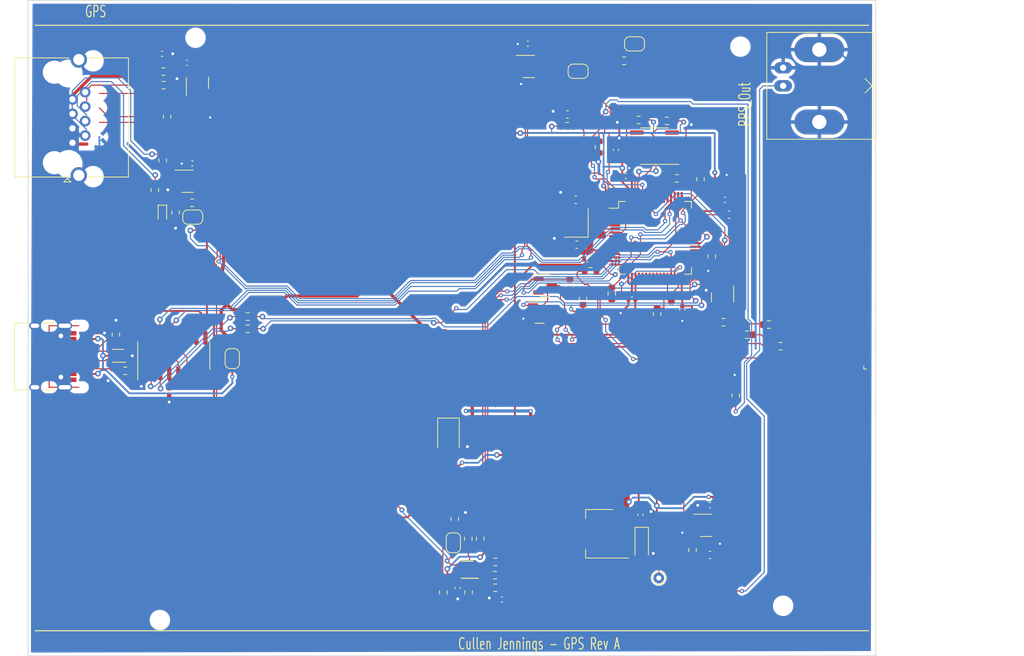
<source format=kicad_pcb>
(kicad_pcb (version 20240108) (generator "pcbnew") (generator_version "8.0")
  (title_block (title "GPS") (date "2024-05-15") (rev "A") (company "Cullen Jennings"))
  (layers (0 "F.Cu" signal) (31 "B.Cu" power) (34 "B.Paste" user) (35 "F.Paste" user) (36 "B.SilkS" user "B.Silkscreen") (37 "F.SilkS" user "F.Silkscreen") (38 "B.Mask" user) (39 "F.Mask" user) (44 "Edge.Cuts" user))
  (net 0 "")
  (net 1 "+3.3V")
  (net 2 "Net-(JP2-A)")
  (net 3 "/AUX_SYNC_IN")
  (net 4 "/SYNC_IN")
  (net 5 "/HSE_OUT")
  (net 6 "/HSE_IN")
  (net 7 "/OSC_ADJ")
  (net 8 "Net-(U8-+)")
  (net 9 "PPS_OUT")
  (net 10 "/LED3")
  (net 11 "/AUD_OUT")
  (net 12 "Net-(U10-VCAP_1)")
  (net 13 "Net-(U10-VCAP_2)")
  (net 14 "/BOOT1")
  (net 15 "/NROW5")
  (net 16 "/LEDMR")
  (net 17 "Net-(Q1-D)")
  (net 18 "/LEDMG")
  (net 19 "/LEDMB")
  (net 20 "GND")
  (net 21 "Net-(D4-K)")
  (net 22 "/GPS_RX1H")
  (net 23 "/NCOL10")
  (net 24 "/NROW1")
  (net 25 "/NROW2")
  (net 26 "/NROW3")
  (net 27 "/NROW4")
  (net 28 "/LED4")
  (net 29 "/LED1")
  (net 30 "/LED2")
  (net 31 "/SWDIO")
  (net 32 "/SWDCLK")
  (net 33 "/LED7")
  (net 34 "/LED8")
  (net 35 "/USB_RX")
  (net 36 "/USB_TX")
  (net 37 "/SCL")
  (net 38 "/AUD_IN")
  (net 39 "/LED9")
  (net 40 "/LED10")
  (net 41 "/DB3")
  (net 42 "/SDA")
  (net 43 "/NRST")
  (net 44 "/BOOT0")
  (net 45 "Net-(J10-In)")
  (net 46 "VBUS")
  (net 47 "+5V")
  (net 48 "/GPS_RX1")
  (net 49 "/GPS_TX1")
  (net 50 "/GPS_RX2H")
  (net 51 "GPS_PPS")
  (net 52 "/NCOL8")
  (net 53 "Net-(R4-Pad1)")
  (net 54 "/GPS_EN")
  (net 55 "Net-(U8-LE{slash}HYS)")
  (net 56 "Net-(R25-Pad2)")
  (net 58 "/AUX_CLK")
  (net 59 "/NCOL7")
  (net 60 "Net-(U8-OUT)")
  (net 61 "/NCOL6")
  (net 62 "/NCOL5")
  (net 63 "/NCOL4")
  (net 64 "/NCOL3")
  (net 65 "/BTN1")
  (net 66 "AUX_GPS_PPS")
  (net 67 "/NCOL2")
  (net 68 "Net-(Q9-D)")
  (net 69 "Net-(Q10-D)")
  (net 70 "/GPS_TX1H")
  (net 71 "/GPS_TX2H")
  (net 72 "/GPS_EXT_PPS")
  (net 73 "/NCOL1")
  (net 74 "/NCOL9")
  (net 75 "Net-(J4-CC1)")
  (net 76 "Net-(J4-D+-PadA6)")
  (net 77 "Net-(J4-D--PadA7)")
  (net 79 "Net-(J4-CC2)")
  (net 81 "unconnected-(J4-SHIELD-PadS1)")
  (net 82 "Net-(U14-UD+)")
  (net 83 "Net-(U14-UD-)")
  (net 90 "/USB_DTR")
  (net 91 "/USB_RTS")
  (net 94 "Net-(R41-Pad1)")
  (net 95 "Net-(JP3-A)")
  (net 96 "Net-(R48-Pad1)")
  (net 97 "Net-(U14-TXD)")
  (net 98 "/MON_PPS")
  (net 99 "Net-(U14-RXD)")
  (net 100 "/CLK")
  (net 101 "/AUX_MON_PPS")
  (net 102 "Net-(D5-BK)")
  (net 103 "Net-(D5-GK)")
  (net 104 "Net-(D5-RK)")
  (net 105 "Net-(R52-Pad2)")
  (net 108 "Net-(JP7-A)")
  (footprint "Capacitor_SMD:C_0402_1005Metric" (layer "F.Cu") (at 161.523736 122.127545 180)
    (property "Reference" "C48" (hide yes))
    (property "Value" "100n")
  )
  (footprint "Resistor_SMD:R_0603_1608Metric" (layer "F.Cu") (at 160.546684 118.708884)
    (property "Reference" "R25" (hide yes))
    (property "Value" "270R")
  )
  (footprint "Resistor_SMD:R_0603_1608Metric" (layer "F.Cu") (at 199.015149 83.524351)
    (property "Reference" "R70" (hide yes))
    (property "Value" "150R")
  )
  (footprint "Capacitor_SMD:C_0603_1608Metric" (layer "F.Cu") (at 172.029623 72.30405 180)
    (property "Reference" "C29" (hide yes))
    (property "Value" "33p" (hide yes))
  )
  (footprint "Capacitor_SMD:C_0402_1005Metric" (layer "F.Cu") (at 173.526407 74.366391 180)
    (property "Reference" "C30" (hide yes))
    (property "Value" "100n")
  )
  (footprint "Resistor_SMD:R_0603_1608Metric" (layer "F.Cu") (at 113.884858 60.453969 -90)
    (property "Reference" "R1" (hide yes))
    (property "Value" "100R")
  )
  (footprint "Resistor_SMD:R_0603_1608Metric" (layer "F.Cu") (at 184.687901 54.922735 180)
    (property "Reference" "R58" (hide yes))
    (property "Value" "1K5")
  )
  (footprint "Diode_SMD:D_SOD-523" (layer "F.Cu") (at 113.85529 68.013075 -90)
    (property "Reference" "D4" (hide yes))
    (property "Value" "SDM20U30-7")
  )
  (footprint "Package_TO_SOT_SMD:SOT-23-5" (layer "F.Cu") (at 190.173731 111.703881)
    (property "Reference" "U2" (hide yes))
    (property "Value" "SN74LVC1G14DBV" (hide yes))
  )
  (footprint "Resistor_SMD:R_0603_1608Metric" (layer "F.Cu") (at 188.277851 115.16946 -90)
    (property "Reference" "R4" (hide yes))
    (property "Value" "200R")
  )
  (footprint "Package_TO_SOT_SMD:SOT-23-5" (layer "F.Cu") (at 165.311956 47.288199)
    (property "Reference" "U21" (hide yes))
    (property "Value" "SN74LVC1G14DBV")
  )
  (footprint "Capacitor_SMD:C_0603_1608Metric" (layer "F.Cu") (at 190.727851 115.86946 180)
    (property "Reference" "C4" (hide yes))
    (property "Value" "47p")
  )
  (footprint "Crystal:Crystal_SMD_3225-4Pin_3.2x2.5mm" (layer "F.Cu") (at 171.976566 69.249152 90)
    (property "Reference" "Y2" (hide yes))
    (property "Value" "16MHz " (hide yes))
  )
  (footprint "Resistor_SMD:R_0603_1608Metric" (layer "F.Cu") (at 173.964405 76.045728 180)
    (property "Reference" "R2" (hide yes))
    (property "Value" "1K0")
  )
  (footprint "Package_TO_SOT_SMD:SOT-666" (layer "F.Cu") (at 107.625 87.9 180)
    (property "Reference" "U15" (hide yes))
    (property "Value" "USBLC6-2P6")
  )
  (footprint "Resistor_SMD:R_0603_1608Metric" (layer "F.Cu") (at 172.904863 79.905196 90)
    (property "Reference" "R78" (hide yes))
    (property "Value" "47K")
  )
  (footprint "Resistor_SMD:R_0603_1608Metric" (layer "F.Cu") (at 154.9 110.7875 90)
    (property "Reference" "R50" (hide yes))
    (property "Value" "10K")
  )
  (footprint "Capacitor_Tantalum_SMD:CP_EIA-3216-18_Kemet-A" (layer "F.Cu") (at 181.147163 114.287576 -90)
    (property "Reference" "C41" (hide yes))
    (property "Value" "10u")
  )
  (footprint "Resistor_SMD:R_0603_1608Metric" (layer "F.Cu") (at 158.479459 113.570015 90)
    (property "Reference" "R61" (hide yes))
    (property "Value" "1K0")
  )
  (footprint "Capacitor_SMD:C_0402_1005Metric" (layer "F.Cu") (at 179.765254 80.00703 180)
    (property "Reference" "C32" (hide yes))
    (property "Value" "100n")
  )
  (footprint "Capacitor_Tantalum_SMD:CP_EIA-3528-21_Kemet-B" (layer "F.Cu") (at 154.012691 99.107859 -90)
    (property "Reference" "C42" (hide yes))
    (property "Value" "33u")
  )
  (footprint "Connector_RJ:RJ45_Amphenol_RJHSE5380" (layer "F.Cu") (at 101.226294 58 90)
    (property "Reference" "J1" (hide yes))
    (property "Value" "RJ45" (hide yes))
  )
  (footprint "Capacitor_SMD:C_0603_1608Metric" (layer "F.Cu") (at 193.408514 68.08797 180)
    (property "Reference" "C40" (hide yes))
    (property "Value" "2u2")
  )
  (footprint "Capacitor_SMD:C_0402_1005Metric" (layer "F.Cu") (at 165.151252 44.092626 180)
    (property "Reference" "C58" (hide yes))
    (property "Value" "100n")
  )
  (footprint "Capacitor_SMD:C_0402_1005Metric" (layer "F.Cu") (at 117.27927 46.763473 180)
    (property "Reference" "C56" (hide yes))
    (property "Value" "100n")
  )
  (footprint "TestPoint:TestPoint_THTPad_D1.5mm_Drill0.7mm" (layer "F.Cu") (at 183.531248 119.097964)
    (property "Reference" "TP7" (hide yes))
    (property "Value" "~")
  )
  (footprint "Package_TO_SOT_SMD:SOT-223-3_TabPin2" (layer "F.Cu") (at 175.18485 112.892386 180)
    (property "Reference" "U11" (hide yes))
    (property "Value" "AMS1117-3.3" (hide yes))
  )
  (footprint "Capacitor_SMD:C_0402_1005Metric" (layer "F.Cu") (at 180.987179 110.226329 -90)
    (property "Reference" "C39" (hide yes))
    (property "Value" "100n")
  )
  (footprint "Package_TO_SOT_SMD:SOT-23" (layer "F.Cu") (at 192.5 79.7 -90)
    (property "Reference" "Q1" (hide yes))
    (property "Value" "2N7002")
  )
  (footprint "Resistor_SMD:R_0603_1608Metric" (layer "F.Cu") (at 114 48 180)
    (property "Reference" "R33" (hide yes))
    (property "Value" "4K7")
  )
  (footprint "Resistor_SMD:R_0603_1608Metric" (layer "F.Cu") (at 156.8 113.574903 -90)
    (property "Reference" "R60" (hide yes))
    (property "Value" "1K0")
  )
  (footprint "MountingHole:MountingHole_2.2mm_M2" (layer "F.Cu") (at 113.5 125)
    (property "Reference" "H3" (hide yes))
    (property "Value" "MountingHole")
  )
  (footprint "Resistor_SMD:R_0603_1608Metric" (layer "F.Cu") (at 171.046769 77.984874 -90)
    (property "Reference" "R77" (hide yes))
    (property "Value" "47K")
  )
  (footprint "Connector_USB:USB_C_Receptacle_HRO_TYPE-C-31-M-12" (layer "F.Cu") (at 97 88 -90)
    (property "Reference" "J4" (hide yes))
    (property "Value" "USB_C_Receptacle")
  )
  (footprint "Resistor_SMD:R_0603_1608Metric" (layer "F.Cu") (at 200.623511 86.555411 180)
    (property "Reference" "R74" (hide yes))
    (property "Value" "47R")
  )
  (footprint "Capacitor_SMD:C_0402_1005Metric" (layer "F.Cu") (at 177.531099 58.97375 -90)
    (property "Reference" "C47" (hide yes))
    (property "Value" "100n")
  )
  (footprint "Resistor_SMD:R_0603_1608Metric" (layer "F.Cu") (at 170.679967 55.681887)
    (property "Reference" "R27" (hide yes))
    (property "Value" "47K" (hide yes))
  )
  (footprint "Jumper:SolderJumper-2_P1.3mm_Bridged2Bar_RoundedPad1.0x1.5mm" (layer "F.Cu") (at 118.113364 68.43045)
    (property "Reference" "JP7" (hide yes))
    (property "Value" "SolderJumper_2_Bridged")
  )
  (footprint "Resistor_SMD:R_0603_1608Metric" (layer "F.Cu") (at 160.591774 116.845175 180)
    (property "Reference" "R22" (hide yes))
    (property "Value" "1K0")
  )
  (footprint "Resistor_SMD:R_0603_1608Metric" (layer "F.Cu") (at 115.695193 67.784278 90)
    (property "Reference" "R36" (hide yes))
    (property "Value" "4K7")
  )
  (footprint "Capacitor_SMD:C_0402_1005Metric" (layer "F.Cu") (at 118.061207 60.905621 180)
    (property "Reference" "C57" (hide yes))
    (property "Value" "100n")
  )
  (footprint "Jumper:SolderJumper-2_P1.3mm_Bridged2Bar_RoundedPad1.0x1.5mm" (layer "F.Cu") (at 180.131153 44.112745)
    (property "Reference" "JP2" (hide yes))
    (property "Value" "SolderJumper_2_Bridged")
  )
  (footprint "Package_SO:SOIC-8_3.9x4.9mm_P1.27mm" (layer "F.Cu") (at 182.924657 58.463107 180)
    (property "Reference" "U13" (hide yes))
    (property "Value" "M24C02-RMN")
  )
  (footprint "Package_QFP:LQFP-64_10x10mm_P0.5mm" (layer "F.Cu") (at 183.015261 71.341385)
    (property "Reference" "U10" (hide yes))
    (property "Value" "STM32F405RGTx" (hide yes))
  )
  (footprint "blinky_footprints:LED_RGB_MHS110FRGBCT" (layer "F.Cu") (at 213.5 87.8 90)
    (property "Reference" "D5" (hide yes))
    (property "Value" "LED_ABGR")
  )
  (footprint "Resistor_SMD:R_0603_1608Metric" (layer "F.Cu") (at 176.945154 79.157954 -90)
    (property "Reference" "R54" (hide yes))
    (property "Value" "1K0")
  )
  (footprint "Capacitor_SMD:C_0402_1005Metric" (layer "F.Cu") (at 178.918971 62.656294)
    (property "Reference" "C31" (hide yes))
    (property "Value" "100n")
  )
  (footprint "Resistor_SMD:R_0603_1608Metric" (layer "F.Cu") (at 112.789975 64.641055 90)
    (property "Reference" "R35" (hide yes))
    (property "Value" "3K3")
  )
  (footprint "Resistor_SMD:R_0603_1608Metric" (layer "F.Cu") (at 190.986458 73.948632 -90)
    (property "Reference" "R5" (hide yes))
    (property "Value" "1K0")
  )
  (footprint "Resistor_SMD:R_0603_1608Metric" (layer "F.Cu") (at 195.904016 84.938502)
    (property "Reference" "R73" (hide yes))
    (property "Value" "47R")
  )
  (footprint "Resistor_SMD:R_0603_1608Metric" (layer "F.Cu") (at 192.634669 83.191653)
    (property "Reference" "R76" (hide yes))
    (property "Value" "47K")
  )
  (footprint "Capacitor_SMD:C_0603_1608Metric" (layer "F.Cu") (at 171.898597 66.011953)
    (property "Reference" "C28" (hide yes))
    (property "Value" "33p" (hide yes))
  )
  (footprint "MountingHole:MountingHole_2.2mm_M2" (layer "F.Cu") (at 118.5 43.25)
    (property "Reference" "H1" (hide yes))
    (property "Value" "MountingHole")
  )
  (footprint "Package_TO_SOT_SMD:SOT-23" (layer "F.Cu") (at 166.825 81.775)
    (property "Reference" "Q10" (hide yes))
    (property "Value" "2N7002")
  )
  (footprint "Jumper:SolderJumper-2_P1.3mm_Bridged2Bar_RoundedPad1.0x1.5mm" (layer "F.Cu") (at 172.214224 47.95314)
    (property "Reference" "JP1" (hide yes))
    (property "Value" "SolderJumper_2_Bridged")
  )
  (footprint "blinky_footprints:SC70_DCK_TEX" (layer "F.Cu") (at 156.618042 117.926602 180)
    (property "Reference" "U8" (hide yes))
    (property "Value" "TLV3603DCKR")
  )
  (footprint "Resistor_SMD:R_0603_1608Metric" (layer "F.Cu") (at 180.712605 54.793116 180)
    (property "Reference" "R59" (hide yes))
    (property "Value" "1K5")
  )
  (footprint "Resistor_SMD:R_0603_1608Metric" (layer "F.Cu") (at 118.022422 66.408649)
    (property "Reference" "R52" (hide yes))
    (property "Value" "1K0")
  )
  (footprint "Capacitor_SMD:C_0603_1608Metric" (layer "F.Cu") (at 185.306869 80.975492 90)
    (property "Reference" "C35" (hide yes))
    (property "Value" "2u2")
  )
  (footprint "Capacitor_SMD:C_0402_1005Metric" (layer "F.Cu") (at 190.718175 108.87699 180)
    (property "Reference" "C11" (hide yes))
    (property "Value" "100n" (hide yes))
  )
  (footprint "Package_TO_SOT_SMD:SOT-23-5" (layer "F.Cu") (at 118.768639 49.578717 90)
    (property "Reference" "U19" (hide yes))
    (property "Value" "SN74LVC1G14DBV" (hide yes))
  )
  (footprint "Capacitor_SMD:C_0402_1005Metric" (layer "F.Cu") (at 155.288755 120.528871 -90)
    (property "Reference" "C45" (hide yes))
    (property "Value" "100n")
  )
  (footprint "Package_TO_SOT_SMD:SOT-23-5" (layer "F.Cu") (at 117.410462 63.392636)
    (property "Reference" "U20" (hide yes))
    (property "Value" "SN74LVC1G14DBV" (hide yes))
  )
  (footprint "Resistor_SMD:R_0603_1608Metric" (layer "F.Cu") (at 108.627889 90.01764 180)
    (property "Reference" "R37" (hide yes))
    (property "Value" "5K1")
  )
  (footprint "Resistor_SMD:R_0603_1608Metric" (layer "F.Cu") (at 114.025 49.9 180)
    (property "Reference" "R34" (hide yes))
    (property "Value" "4K7")
  )
  (footprint "Resistor_SMD:R_0603_1608Metric" (layer "F.Cu") (at 186.075284 62.996632)
    (property "Reference" "R3" (hide yes))
    (property "Value" "1K0")
  )
  (footprint "blinky_footprints:BNC_Amphenol_B6252HB-NPP3G-50_Horizontal-CJ" (layer "F.Cu") (at 203.5 50 -90)
    (property "Reference" "J10" (hide yes))
    (property "Value" "KH-BNC50-3511")
  )
  (footprint "Jumper:SolderJumper-2_P1.3mm_Bridged2Bar_RoundedPad1.0x1.5mm" (layer "F.Cu") (at 123.661129 88.297248 90)
    (property "Reference" "JP4" (hide yes))
    (property "Value" "SolderJumper_2_Bridged")
  )
  (footprint "Resistor_SMD:R_0603_1608Metric" (layer "F.Cu") (at 189.396305 63.093261 -90)
    (property "Reference" "R62" (hide yes))
    (property "Value" "1K0")
  )
  (footprint "Resistor_SMD:R_0603_1608Metric" (layer "F.Cu") (at 175.146386 58.603834 -90)
    (property "Reference" "R28" (hide yes))
    (property "Value" "47K" (hide yes))
  )
  (footprint "Resistor_SMD:R_0603_1608Metric" (layer "F.Cu") (at 160.561714 120.467384 180)
    (property "Reference" "R26" (hide yes))
    (property "Value" "22R0")
  )
  (footprint "MountingHole:MountingHole_2.2mm_M2" (layer "F.Cu") (at 195 44.5)
    (property "Reference" "H2" (hide yes))
    (property "Value" "MountingHole")
  )
  (footprint "Capacitor_SMD:C_0603_1608Metric" (layer "F.Cu") (at 170.714945 54.016308 180)
    (property "Reference" "C27" (hide yes))
    (property "Value" "100n" (hide yes))
  )
  (footprint "Resistor_SMD:R_0603_1608Metric" (layer "F.Cu") (at 156.840157 121.115759 -90)
    (property "Reference" "R21" (hide yes))
    (property "Value" "130K")
  )
  (footprint "Resistor_SMD:R_0603_1608Metric" (layer "F.Cu") (at 183.306125 82.05023 90)
    (property "Reference" "R32" (hide yes))
    (property "Value" "4K7")
  )
  (footprint "Package_SO:SOIC-16_3.9x9.9mm_P1.27mm" (layer "F.Cu") (at 115.445 87.875 90)
    (property "Reference" "U14" (hide yes))
    (property "Value" "CH340C")
  )
  (footprint "Capacitor_SMD:C_0402_1005Metric" (layer "F.Cu") (at 114.8 92.98 -90)
    (property "Reference" "C50" (hide yes))
    (property "Value" "100n")
  )
  (footprint "Capacitor_SMD:C_0402_1005Metric" (layer "F.Cu") (at 113.8 45.5)
    (property "Reference" "C1" (hide yes))
    (property "Value" "100n" (hide yes))
  )
  (footprint "Resistor_SMD:R_0603_1608Metric" (layer "F.Cu") (at 178.666828 46.487348)
    (property "Reference" "R41" (hide yes))
    (property "Value" "1K0")
  )
  (footprint "Capacitor_SMD:C_0402_1005Metric" (layer "F.Cu") (at 186.844757 81.396838 -90)
    (property "Reference" "C36" (hide yes))
    (property "Value" "100n")
  )
  (footprint "Resistor_SMD:R_0603_1608Metric" (layer "F.Cu") (at 107.325 84.925 -90)
    (property "Reference" "R38" (hide yes))
    (property "Value" "5K1")
  )
  (footprint "Resistor_SMD:R_0603_1608Metric" (layer "F.Cu") (at 153.3 121.125 -90)
    (property "Reference" "R57" (hide yes))
    (property "Value" "1K0")
  )
  (footprint "Capacitor_SMD:C_0402_1005Metric" (layer "F.Cu") (at 192.813045 65.999424)
    (property "Reference" "C38" (hide yes))
    (property "Value" "100n")
  )
  (footprint "Package_TO_SOT_SMD:SOT-23" (layer "F.Cu") (at 167.578346 78.04956)
    (property "Reference" "Q9" (hide yes))
    (property "Value" "2N7002")
  )
  (footprint "Jumper:SolderJumper-2_P1.3mm_Bridged2Bar_RoundedPad1.0x1.5mm" (layer "F.Cu") (at 154.7 114.15 -90)
    (property "Reference" "JP3" (hide yes))
    (property "Value" "SolderJumper_2_Bridged")
  )
  (footprint "Resistor_SMD:R_0603_1608Metric" (layer "F.Cu") (at 114.507746 54.338892 -90)
    (property "Reference" "R48" (hide yes))
    (property "Value" "270R" (hide yes))
  )
  (footprint "Resistor_SMD:R_0603_1608Metric" (layer "F.Cu") (at 125.825 84.1 180)
    (property "Reference" "R55" (hide yes))
    (property "Value" "1K0")
  )
  (footprint "Resistor_SMD:R_0603_1608Metric" (layer "F.Cu") (at 125.825 82.4)
    (property "Reference" "R51" (hide yes))
    (property "Value" "1K0")
  )
  (footprint "Resistor_SMD:R_0603_1608Metric" (layer "F.Cu") (at 194.336623 93.485794 90)
    (property "Reference" "R6" (hide yes))
    (property "Value" "1K0")
  )
  (footprint "MountingHole:MountingHole_2.2mm_M2" (layer "F.Cu") (at 201 123)
    (property "Reference" "H4" (hide yes))
    (property "Value" "MountingHole")
  )
  (gr_line (start 96 41.5) (end 213 41.5) (stroke (width 0.15)) (layer "F.SilkS"))
  (gr_line (start 96 126.5) (end 213 126.5) (stroke (width 0.15)) (layer "F.SilkS"))
  (gr_line (start 214 130) (end 95 130) (stroke (width 0.1)) (layer "Edge.Cuts"))
  (gr_line (start 95 38) (end 214 38) (stroke (width 0.1)) (layer "Edge.Cuts"))
  (gr_line (start 214 38) (end 214 130) (stroke (width 0.1)) (layer "Edge.Cuts"))
  (gr_line (start 95 38) (end 95 130) (stroke (width 0.1)) (layer "Edge.Cuts"))
  (gr_text "Cullen Jennings - GPS Rev A\n" (at 155.280231 129.271842 0) (layer "F.SilkS") (effects (font (size 1.6 1)) (justify left bottom)))
  (gr_text "PPS_Out" (at 196.549608 55.844317 90) (layer "F.SilkS") (effects (font (size 1.6 1)) (justify left bottom)))
  (gr_text "GPS" (at 102.908521 40.507624 0) (layer "F.SilkS") (effects (font (size 1.6 1)) (justify left bottom)))
  (segment (start 187.843119 87.726124) (end 186.751138 86.634143) (width 0.25) (layer "F.Cu") (net 1))
  (segment (start 162.877629 101.8245) (end 163.336779 101.36535) (width 0.25) (layer "F.Cu") (net 1))
  (segment (start 174.006407 74.366391) (end 174.686493 74.366391) (width 0.25) (layer "F.Cu") (net 1))
  (segment (start 163.336779 76.388536) (end 163.336779 56.615486) (width 0.25) (layer "F.Cu") (net 1))
  (segment (start 163.538051 44.946469) (end 165.702297 44.946469) (width 0.25) (layer "F.Cu") (net 1))
  (segment (start 193.92592 88.195505) (end 208.409102 88.195505) (width 0.15) (layer "F.Cu") (net 1))
  (segment (start 190.539223 107.702087) (end 191.033983 107.702087) (width 0.25) (layer "F.Cu") (net 1))
  (segment (start 166.449456 45.486896) (end 166.449456 46.338199) (width 0.25) (layer "F.Cu") (net 1))
  (segment (start 178.107289 59.45375) (end 177.531099 59.45375) (width 0.25) (layer "F.Cu") (net 1))
  (segment (start 178.33485 112.892386) (end 181.101973 112.892386) (width 0.25) (layer "F.Cu") (net 1))
  (segment (start 121.321958 94.593028) (end 121.1 94.37107) (width 0.25) (layer "F.Cu") (net 1))
  (segment (start 191.440403 67.127409) (end 191.429598 67.116604) (width 0.25) (layer "F.Cu") (net 1))
  (segment (start 187.615833 83.191653) (end 191.809669 83.191653) (width 0.15) (layer "F.Cu") (net 1))
  (segment (start 165.889287 75.098319) (end 174.337518 75.098319) (width 0.25) (layer "F.Cu") (net 1))
  (segment (start 181.355868 104.579774) (end 176.490193 104.579774) (width 0.25) (layer "F.Cu") (net 1))
  (segment (start 160 115.405631) (end 161.416774 115.405631) (width 0.25) (layer "F.Cu") (net 1))
  (segment (start 164.187423 76.513603) (end 164.08417 76.41035) (width 0.25) (layer "F.Cu") (net 1))
  (segment (start 191.033983 107.702087) (end 191.198175 107.866279) (width 0.25) (layer "F.Cu") (net 1))
  (segment (start 191.198175 107.866279) (end 191.198175 108.87699) (width 0.25) (layer "F.Cu") (net 1))
  (segment (start 155.272235 120.065391) (end 154.865391 120.065391) (width 0.25) (layer "F.Cu") (net 1))
  (segment (start 155.917884 102.915999) (end 148.244619 110.589264) (width 0.25) (layer "F.Cu") (net 1))
  (segment (start 163.336779 84.899228) (end 163.336779 76.388536) (width 0.25) (layer "F.Cu") (net 1))
  (segment (start 191.44315 65.999424) (end 191.429598 65.985872) (width 0.25) (layer "F.Cu") (net 1))
  (segment (start 177.340261 73.591385) (end 174.698387 73.591385) (width 0.25) (layer "F.Cu") (net 1))
  (segment (start 178.438971 62.656294) (end 178.438971 63.526484) (width 0.25) (layer "F.Cu") (net 1))
  (segment (start 181.537605 54.793116) (end 182.524134 54.793116) (width 0.15) (layer "F.Cu") (net 1))
  (segment (start 155.494092 118.576601) (end 153.853876 118.576601) (width 0.25) (layer "F.Cu") (net 1))
  (segment (start 119.816999 82.482686) (end 118.934314 81.6) (width 0.25) (layer "F.Cu") (net 1))
  (segment (start 186.87952 54.922735) (end 185.512901 54.922735) (width 0.15) (layer "F.Cu") (net 1))
  (segment (start 191.398543 62.17941) (end 191.429598 62.210465) (width 0.25) (layer "F.Cu") (net 1))
  (segment (start 174.686493 74.366391) (end 174.698387 74.378285) (width 0.25) (layer "F.Cu") (net 1))
  (segment (start 175.791979 64.050882) (end 176.080569 64.339472) (width 0.25) (layer "F.Cu") (net 1))
  (segment (start 188.690261 67.591385) (end 190.976427 67.591385) (width 0.25) (layer "F.Cu") (net 1))
  (segment (start 180.265261 77.016385) (end 180.265261 79.232063) (width 0.25) (layer "F.Cu") (net 1))
  (segment (start 193.92592 88.195505) (end 193.456539 87.726124) (width 0.15) (layer "F.Cu") (net 1))
  (segment (start 188.206847 82.582768) (end 188.206847 80.879475) (width 0.25) (layer "F.Cu") (net 1))
  (segment (start 188.206847 80.879475) (end 186.88212 80.879475) (width 0.25) (layer "F.Cu") (net 1))
  (segment (start 180.245254 80.00703) (end 180.245254 83.671759) (width 0.25) (layer "F.Cu") (net 1))
  (segment (start 121.1 92.6) (end 121.1 83.765686) (width 0.25) (layer "F.Cu") (net 1))
  (segment (start 111 82.71117) (end 111 85.4) (width 0.25) (layer "F.Cu") (net 1))
  (segment (start 187.124352 83.665263) (end 187.510692 83.278922) (width 0.25) (layer "F.Cu") (net 1))
  (segment (start 160.799002 101.8245) (end 162.877629 101.8245) (width 0.25) (layer "F.Cu") (net 1))
  (segment (start 163.359934 56.638641) (end 163.336779 56.615486) (width 0.25) (layer "F.Cu") (net 1))
  (segment (start 120.1 62.493407) (end 120.1 82.199685) (width 0.25) (layer "F.Cu") (net 1))
  (segment (start 114.8 92.5) (end 121 92.5) (width 0.25) (layer "F.Cu") (net 1))
  (segment (start 180.245254 83.671759) (end 180.196215 83.720798) (width 0.25) (layer "F.Cu") (net 1))
  (segment (start 178.415626 60.30369) (end 178.415626 61.557487) (width 0.25) (layer "F.Cu") (net 1))
  (segment (start 164.107089 56.638641) (end 163.359934 56.638641) (width 0.25) (layer "F.Cu") (net 1))
  (segment (start 164.474003 76.513603) (end 165.889287 75.098319) (width 0.25) (layer "F.Cu") (net 1))
  (segment (start 165.702297 44.946469) (end 165.702297 44.163671) (width 0.25) (layer "F.Cu") (net 1))
  (segment (start 120.1 62.493407) (end 118.598733 62.493407) (width 0.25) (layer "F.Cu") (net 1))
  (segment (start 187.615833 83.191653) (end 187.606897 83.182717) (width 0.15) (layer "F.Cu") (net 1))
  (segment (start 209.498273 89.284677) (end 212.807393 89.284677) (width 0.15) (layer "F.Cu") (net 1))
  (segment (start 112.11117 81.6) (end 111 82.71117) (width 0.25) (layer "F.Cu") (net 1))
  (segment (start 162.974752 53.607992) (end 163.336779 53.970019) (width 0.25) (layer "F.Cu") (net 1))
  (segment (start 159.230303 115.405631) (end 160 115.405631) (width 0.25) (layer "F.Cu") (net 1))
  (segment (start 182.524134 54.793116) (end 182.808205 55.077187) (width 0.15) (layer "F.Cu") (net 1))
  (segment (start 191.311231 109.606884) (end 191.198175 109.493828) (width 0.25) (layer "F.Cu") (net 1))
  (segment (start 163.336779 93.001511) (end 163.336779 86.614322) (width 0.25) (layer "F.Cu") (net 1))
  (segment (start 163.38045 84.942899) (end 163.336779 84.899228) (width 0.25) (layer "F.Cu") (net 1))
  (segment (start 118.934314 81.6) (end 112.11117 81.6) (width 0.25) (layer "F.Cu") (net 1))
  (segment (start 183.258896 106.482802) (end 181.355868 104.579774) (width 0.25) (layer "F.Cu") (net 1))
  (segment (start 119.816999 82.482686) (end 121.1 83.765686) (width 0.25) (layer "F.Cu") (net 1))
  (segment (start 153.851077 119.051077) (end 153.851077 118.573802) (width 0.25) (layer "F.Cu") (net 1))
  (segment (start 180.245254 79.25207) (end 180.265261 79.232063) (width 0.25) (layer "F.Cu") (net 1))
  (segment (start 163.336779 76.388536) (end 164.062356 76.388536) (width 0.25) (layer "F.Cu") (net 1))
  (segment (start 178.438971 63.526484) (end 179.275718 64.363231) (width 0.25) (layer "F.Cu") (net 1))
  (segment (start 180.245254 80.00703) (end 180.245254 79.25207) (width 0.25) (layer "F.Cu") (net 1))
  (segment (start 193.456539 87.726124) (end 187.843119 87.726124) (width 0.25) (layer "F.Cu") (net 1))
  (segment (start 183.258896 108.947033) (end 183.258896 112.268814) (width 0.25) (layer "F.Cu") (net 1))
  (segment (start 172.03485 112.892386) (end 178.33485 112.892386) (width 0.25) (layer "F.Cu") (net 1))
  (segment (start 178.415626 60.30369) (end 178.415626 59.762087) (width 0.25) (layer "F.Cu") (net 1))
  (segment (start 162.974752 45.509768) (end 163.538051 44.946469) (width 0.25) (layer "F.Cu") (net 1))
  (segment (start 190.976427 67.591385) (end 191.440403 67.127409) (width 0.25) (layer "F.Cu") (net 1))
  (segment (start 164.91193 93.001511) (end 163.336779 93.001511) (width 0.25) (layer "F.Cu") (net 1))
  (segment (start 164.062356 76.388536) (end 164.08417 76.41035) (width 0.25) (layer "F.Cu") (net 1))
  (segment (start 164.474003 76.513603) (end 164.187423 76.513603) (width 0.25) (layer "F.Cu") (net 1))
  (segment (start 163.3566 86.634143) (end 163.336779 86.614322) (width 0.25) (layer "F.Cu") (net 1))
  (segment (start 154.865391 120.065391) (end 153.851077 119.051077) (width 0.25) (layer "F.Cu") (net 1))
  (segment (start 191.429598 62.210465) (end 191.429598 65.985872) (width 0.25) (layer "F.Cu") (net 1))
  (segment (start 191.429598 65.985872) (end 191.429598 67.116604) (width 0.25) (layer "F.Cu") (net 1))
  (segment (start 153.851077 118.573802) (end 153.851077 117.828946) (width 0.25) (layer "F.Cu") (net 1))
  (segment (start 163.336779 86.614322) (end 163.336779 84.899228) (width 0.25) (layer "F.Cu") (net 1))
  (segment (start 179.275718 64.363231) (end 179.265261 64.373688) (width 0.25) (layer "F.Cu") (net 1))
  (segment (start 178.415626 59.762087) (end 178.107289 59.45375) (width 0.25) (layer "F.Cu") (net 1))
  (segment (start 166.493407 45.442945) (end 166.449456 45.486896) (width 0.25) (layer "F.Cu") (net 1))
  (segment (start 182.583516 112.944194) (end 182.764729 112.762981) (width 0.25) (layer "F.Cu") (net 1))
  (segment (start 183.258896 108.947033) (end 183.258896 106.482802) (width 0.25) (layer "F.Cu") (net 1))
  (segment (start 181.153781 112.944194) (end 182.583516 112.944194) (width 0.25) (layer "F.Cu") (net 1))
  (segment (start 125.19781 110.589264) (end 125.152032 110.635042) (width 0.25) (layer "F.Cu") (net 1))
  (segment (start 176.080569 67.567408) (end 176.104546 67.591385) (width 0.25) (layer "F.Cu") (net 1))
  (segment (start 163.336779 106.762668) (end 160 110.099447) (width 0.25) (layer "F.Cu") (net 1))
  (segment (start 180.196215 83.720798) (end 178.974114 84.942899) (width 0.25) (layer "F.Cu") (net 1))
  (segment (start 183.558758 118.45292) (end 183.558758 113.55701) (width 0.15) (layer "F.Cu") (net 1))
  (segment (start 176.080569 64.339472) (end 176.080569 67.567408) (width 0.25) (layer "F.Cu") (net 1))
  (segment (start 158.466846 116.169088) (end 159.230303 115.405631) (width 0.25) (layer "F.Cu") (net 1))
  (segment (start 165.996931 44.946469) (end 166.493407 45.442945) (width 0.25) (layer "F.Cu") (net 1))
  (segment (start 163.336779 101.36535) (end 163.336779 106.762668) (width 0.25) (layer "F.Cu") (net 1))
  (segment (start 186.844757 79.250895) (end 186.844757 80.621838) (width 0.25) (layer "F.Cu") (net 1))
  (segment (start 192.333045 65.999424) (end 191.44315 65.999424) (width 0.25) (layer "F.Cu") (net 1))
  (segment (start 120.1 82.199685) (end 119.816999 82.482686) (width 0.25) (layer "F.Cu") (net 1))
  (segment (start 162.974752 53.607992) (end 162.974752 45.509768) (width 0.25) (layer "F.Cu") (net 1))
  (segment (start 121 92.5) (end 121.1 92.6) (width 0.25) (layer "F.Cu") (net 1))
  (segment (start 174.337518 75.098319) (end 174.686493 74.749344) (width 0.25) (layer "F.Cu") (net 1))
  (segment (start 176.490193 104.579774) (end 164.91193 93.001511) (width 0.25) (layer "F.Cu") (net 1))
  (segment (start 180.196215 83.720798) (end 187.068816 83.720798) (width 0.25) (layer "F.Cu") (net 1))
  (segment (start 161.416774 115.405631) (end 161.416774 116.845175) (width 0.25) (layer "F.Cu") (net 1))
  (segment (start 163.336779 101.36535) (end 163.336779 93.001511) (width 0.25) (layer "F.Cu") (net 1))
  (segment (start 186.765261 79.171399) (end 186.844757 79.250895) (width 0.25) (layer "F.Cu") (net 1))
  (segment (start 114.8 92.5) (end 114.8 90.36) (width 0.25) (layer "F.Cu") (net 1))
  (segment (start 187.033972 55.077187) (end 186.87952 54.922735) (width 0.15) (layer "F.Cu") (net 1))
  (segment (start 176.104546 67.591385) (end 177.340261 67.591385) (width 0.25) (layer "F.Cu") (net 1))
  (segment (start 168.523839 55.681887) (end 168.502988 55.702738) (width 0.15) (layer "F.Cu") (net 1))
  (segment (start 153.853876 118.576601) (end 153.851077 118.573802) (width 0.25) (layer "F.Cu") (net 1))
  (segment (start 174.686493 74.749344) (end 174.686493 74.366391) (width 0.25) (layer "F.Cu") (net 1))
  (segment (start 191.311231 110.753881) (end 191.311231 109.606884) (width 0.25) (layer "F.Cu") (net 1))
  (segment (start 178.415626 61.557487) (end 178.415626 62.632949) (width 0.25) (layer "F.Cu") (net 1))
  (segment (start 163.336779 56.615486) (end 163.336779 53.970019) (width 0.25) (layer "F.Cu") (net 1))
  (segment (start 187.606897 83.182717) (end 188.206847 82.582768) (width 0.25) (layer "F.Cu") (net 1))
  (segment (start 118.547962 62.442636) (end 118.547962 60.912376) (width 0.25) (layer "F.Cu") (net 1))
  (segment (start 165.702297 44.946469) (end 165.996931 44.946469) (width 0.25) (layer "F.Cu") (net 1))
  (segment (start 160 110.099447) (end 160 115.405631) (width 0.25) (layer "F.Cu") (net 1))
  (segment (start 186.765261 77.016385) (end 186.765261 79.171399) (width 0.25) (layer "F.Cu") (net 1))
  (segment (start 178.974114 84.942899) (end 163.38045 84.942899) (width 0.25) (layer "F.Cu") (net 1))
  (segment (start 208.409102 88.195505) (end 209.498273 89.284677) (width 0.15) (layer "F.Cu") (net 1))
  (segment (start 121.321958 106.804968) (end 121.321958 94.593028) (width 0.25) (layer "F.Cu") (net 1))
  (segment (start 125.152032 110.635042) (end 121.321958 106.804968) (width 0.25) (layer "F.Cu") (net 1))
  (segment (start 191.198175 109.493828) (end 191.198175 108.87699) (width 0.25) (layer "F.Cu") (net 1))
  (segment (start 179.265261 64.373688) (end 179.265261 65.666385) (width 0.25) (layer "F.Cu") (net 1))
  (segment (start 121.1 94.37107) (end 121.1 92.6) (width 0.25) (layer "F.Cu") (net 1))
  (segment (start 187.068816 83.720798) (end 187.510692 83.278922) (width 0.25) (layer "F.Cu") (net 1))
  (segment (start 169.854967 55.681887) (end 168.523839 55.681887) (width 0.15) (layer "F.Cu") (net 1))
  (segment (start 182.764729 112.762981) (end 183.258896 112.268814) (width 0.25) (layer "F.Cu") (net 1))
  (segment (start 183.558758 113.55701) (end 182.764729 112.762981) (width 0.15) (layer "F.Cu") (net 1))
  (segment (start 187.510692 83.278922) (end 187.606897 83.182717) (width 0.25) (layer "F.Cu") (net 1))
  (segment (start 186.751138 86.634143) (end 163.3566 86.634143) (width 0.25) (layer "F.Cu") (net 1))
  (segment (start 178.415626 60.30369) (end 180.38524 60.30369) (width 0.25) (layer "F.Cu") (net 1))
  (segment (start 148.244619 110.589264) (end 125.19781 110.589264) (width 0.25) (layer "F.Cu") (net 1))
  (segment (start 174.698387 73.591385) (end 174.698387 74.378285) (width 0.25) (layer "F.Cu") (net 1))
  (via (at 153.851077 117.828946) (size 0.8) (drill 0.4) (layers "F.Cu" "B.Cu") (net 1))
  (via (at 164.107089 56.638641) (size 0.8) (drill 0.4) (layers "F.Cu" "B.Cu") (net 1))
  (via (at 155.917884 102.915999) (size 0.6) (drill 0.3) (layers "F.Cu" "B.Cu") (net 1))
  (via (at 182.808205 55.077187) (size 0.7) (drill 0.3) (layers "F.Cu" "B.Cu") (net 1))
  (via (at 191.398543 62.17941) (size 0.7) (drill 0.3) (layers "F.Cu" "B.Cu") (net 1))
  (via (at 190.539223 107.702087) (size 0.6) (drill 0.3) (layers "F.Cu" "B.Cu") (net 1))
  (via (at 168.502988 55.702738) (size 0.8) (drill 0.4) (layers "F.Cu" "B.Cu") (net 1))
  (via (at 178.415626 61.557487) (size 0.8) (drill 0.4) (layers "F.Cu" "B.Cu") (net 1))
  (via (at 175.791979 64.050882) (size 0.7) (drill 0.3) (layers "F.Cu" "B.Cu") (net 1))
  (via (at 160.799002 101.8245) (size 0.8) (drill 0.4) (layers "F.Cu" "B.Cu") (net 1))
  (via (at 187.033972 55.077187) (size 0.7) (drill 0.3) (layers "F.Cu" "B.Cu") (net 1))
  (via (at 183.258896 108.947033) (size 0.8) (drill 0.4) (layers "F.Cu" "B.Cu") (net 1))
  (via (at 179.339045 108.415792) (size 0.8) (drill 0.4) (layers "F.Cu" "B.Cu") (net 1))
  (via (at 158.466846 116.169088) (size 0.8) (drill 0.4) (layers "F.Cu" "B.Cu") (net 1))
  (segment (start 185.782195 56.622623) (end 186.564282 56.622623) (width 0.25) (layer "B.Cu") (net 1))
  (segment (start 186.564282 55.546877) (end 186.564282 56.622623) (width 0.15) (layer "B.Cu") (net 1))
  (segment (start 191.398543 56.679596) (end 191.34157 56.622623) (width 0.25) (layer "B.Cu") (net 1))
  (segment (start 183.258896 108.947033) (end 182.586597 108.274735) (width 0.25) (layer "B.Cu") (net 1))
  (segment (start 185.771247 56.611675) (end 185.782195 56.622623) (width 0.25) (layer "B.Cu") (net 1))
  (segment (start 182.808205 55.077187) (end 182.808205 56.60239) (width 0.15) (layer "B.Cu") (net 1))
  (segment (start 175.791979 56.611675) (end 182.79892 56.611675) (width 0.25) (layer "B.Cu") (net 1))
  (segment (start 182.808205 56.60239) (end 182.79892 56.611675) (width 0.15) (layer "B.Cu") (net 1))
  (segment (start 179.339045 108.415792) (end 179.339045 108.358232) (width 0.15) (layer "B.Cu") (net 1))
  (segment (start 159.2755 101.8245) (end 160.799002 101.8245) (width 0.25) (layer "B.Cu") (net 1))
  (segment (start 182.79892 56.611675) (end 185.771247 56.611675) (width 0.25) (layer "B.Cu") (net 1))
  (segment (start 187.033972 55.077187) (end 186.564282 55.546877) (width 0.15) (layer "B.Cu") (net 1))
  (segment (start 175.791979 61.33935) (end 175.791979 56.611675) (width 0.25) (layer "B.Cu") (net 1))
  (segment (start 158.40891 116.111152) (end 158.466846 116.169088) (width 0.25) (layer "B.Cu") (net 1))
  (segment (start 182.586597 108.274735) (end 183.610727 109.298865) (width 0.25) (layer "B.Cu") (net 1))
  (segment (start 158.184001 102.915999) (end 159.2755 101.8245) (width 0.25) (layer "B.Cu") (net 1))
  (segment (start 175.791979 64.050882) (end 175.791979 61.33935) (width 0.25) (layer "B.Cu") (net 1))
  (segment (start 178.207359 61.34922) (end 175.801849 61.34922) (width 0.25) (layer "B.Cu") (net 1))
  (segment (start 164.134055 56.611675) (end 168.480703 56.611675) (width 0.25) (layer "B.Cu") (net 1))
  (segment (start 186.564282 56.622623) (end 191.34157 56.622623) (width 0.25) (layer "B.Cu") (net 1))
  (segment (start 182.586597 108.274735) (end 182.118988 107.807125) (width 0.25) (layer "B.Cu") (net 1))
  (segment (start 186.903268 109.298865) (end 188.500046 107.702087) (width 0.25) (layer "B.Cu") (net 1))
  (segment (start 164.107089 56.638641) (end 164.134055 56.611675) (width 0.25) (layer "B.Cu") (net 1))
  (segment (start 179.339045 108.358232) (end 179.890152 107.807125) (width 0.15) (layer "B.Cu") (net 1))
  (segment (start 175.801849 61.34922) (end 175.791979 61.33935) (width 0.25) (layer "B.Cu") (net 1))
  (segment (start 155.917884 102.915999) (end 158.184001 102.915999) (width 0.25) (layer "B.Cu") (net 1))
  (segment (start 153.851077 117.828946) (end 155.568871 116.111152) (width 0.25) (layer "B.Cu") (net 1))
  (segment (start 155.568871 116.111152) (end 158.40891 116.111152) (width 0.25) (layer "B.Cu") (net 1))
  (segment (start 168.502988 55.702738) (end 168.502988 56.58939) (width 0.15) (layer "B.Cu") (net 1))
  (segment (start 183.610727 109.298865) (end 186.903268 109.298865) (width 0.25) (layer "B.Cu") (net 1))
  (segment (start 175.791979 56.611675) (end 168.480703 56.611675) (width 0.25) (layer "B.Cu") (net 1))
  (segment (start 178.415626 61.557487) (end 178.207359 61.34922) (width 0.25) (layer "B.Cu") (net 1))
  (segment (start 191.398543 62.17941) (end 191.398543 56.679596) (width 0.25) (layer "B.Cu") (net 1))
  (segment (start 188.500046 107.702087) (end 190.539223 107.702087) (width 0.25) (layer "B.Cu") (net 1))
  (segment (start 182.118988 107.807125) (end 179.890152 107.807125) (width 0.25) (layer "B.Cu") (net 1))
  (segment (start 168.502988 56.58939) (end 168.480703 56.611675) (width 0.15) (layer "B.Cu") (net 1))
  (segment (start 179.481153 46.476673) (end 179.491828 46.487348) (width 0.15) (layer "F.Cu") (net 2))
  (segment (start 179.481153 44.112745) (end 179.481153 46.476673) (width 0.15) (layer "F.Cu") (net 2))
  (segment (start 190.954211 73.091385) (end 190.986458 73.123632) (width 0.15) (layer "F.Cu") (net 3))
  (segment (start 188.690261 73.091385) (end 190.954211 73.091385) (width 0.15) (layer "F.Cu") (net 3))
  (segment (start 183.765261 65.666385) (end 183.765261 64.535889) (width 0.15) (layer "F.Cu") (net 4))
  (segment (start 184.155099 64.146051) (end 184.155099 62.986566) (width 0.15) (layer "F.Cu") (net 4))
  (segment (start 184.155099 62.986566) (end 185.240218 62.986566) (width 0.15) (layer "F.Cu") (net 4))
  (segment (start 185.240218 62.986566) (end 185.250284 62.996632) (width 0.15) (layer "F.Cu") (net 4))
  (segment (start 183.765261 64.535889) (end 184.155099 64.146051) (width 0.15) (layer "F.Cu") (net 4))
  (segment (start 174.329035 70.091385) (end 177.340261 70.091385) (width 0.15) (layer "F.Cu") (net 5))
  (segment (start 174.071268 70.349152) (end 174.329035 70.091385) (width 0.15) (layer "F.Cu") (net 5))
  (segment (start 172.826566 70.349152) (end 174.071268 70.349152) (width 0.15) (layer "F.Cu") (net 5))
  (segment (start 172.826566 70.349152) (end 172.826566 72.282107) (width 0.15) (layer "F.Cu") (net 5))
  (segment (start 174.191558 69.272459) (end 174.511053 69.591954) (width 0.15) (layer "F.Cu") (net 6))
  (segment (start 175.624378 69.591954) (end 175.624947 69.591385) (width 0.15) (layer "F.Cu") (net 6))
  (segment (start 171.126566 68.149152) (end 171.126566 69.134367) (width 0.15) (layer "F.Cu") (net 6))
  (segment (start 175.624947 69.591385) (end 177.340261 69.591385) (width 0.15) (layer "F.Cu") (net 6))
  (segment (start 171.126566 69.134367) (end 171.264658 69.272459) (width 0.15) (layer "F.Cu") (net 6))
  (segment (start 171.264658 69.272459) (end 174.191558 69.272459) (width 0.15) (layer "F.Cu") (net 6))
  (segment (start 174.511053 69.591954) (end 175.624378 69.591954) (width 0.15) (layer "F.Cu") (net 6))
  (segment (start 171.126566 68.149152) (end 171.126566 66.014922) (width 0.15) (layer "F.Cu") (net 6))
  (segment (start 159.673019 117.775941) (end 159.721684 117.727276) (width 0.15) (layer "F.Cu") (net 8))
  (segment (start 158.579281 117.276603) (end 158.867736 117.565058) (width 0.15) (layer "F.Cu") (net 8))
  (segment (start 157.741992 117.276603) (end 158.579281 117.276603) (width 0.15) (layer "F.Cu") (net 8))
  (segment (start 158.867736 117.565058) (end 158.867736 117.775941) (width 0.15) (layer "F.Cu") (net 8))
  (segment (start 162.608395 118.273225) (end 162.113627 117.778457) (width 0.15) (layer "F.Cu") (net 8))
  (segment (start 159.721684 118.708884) (end 159.721684 117.727276) (width 0.15) (layer "F.Cu") (net 8))
  (segment (start 162.479228 122.127545) (end 162.608395 121.998378) (width 0.15) (layer "F.Cu") (net 8))
  (segment (start 162.003736 122.127545) (end 162.479228 122.127545) (width 0.15) (layer "F.Cu") (net 8))
  (segment (start 158.867736 117.775941) (end 159.673019 117.775941) (width 0.15) (layer "F.Cu") (net 8))
  (segment (start 159.772865 117.778457) (end 159.721684 117.727276) (width 0.15) (layer "F.Cu") (net 8))
  (segment (start 162.113627 117.778457) (end 159.772865 117.778457) (width 0.15) (layer "F.Cu") (net 8))
  (segment (start 162.608395 121.998378) (end 162.608395 118.273225) (width 0.15) (layer "F.Cu") (net 8))
  (segment (start 159.721684 117.727276) (end 159.721684 116.890265) (width 0.15) (layer "F.Cu") (net 8))
  (segment (start 175.300093 82.092687) (end 175.300093 78.859041) (width 0.15) (layer "F.Cu") (net 9))
  (segment (start 187.920286 71.091385) (end 188.690261 71.091385) (width 0.15) (layer "F.Cu") (net 9))
  (segment (start 187.520341 111.761618) (end 187.056482 111.297759) (width 0.15) (layer "F.Cu") (net 9))
  (segment (start 180.956015 73.668249) (end 178.6 76.024264) (width 0.15) (layer "F.Cu") (net 9))
  (segment (start 180.956015 70.855243) (end 180.956015 73.668249) (width 0.15) (layer "F.Cu") (net 9))
  (segment (start 186.621374 68.899923) (end 187.310806 69.589355) (width 0.15) (layer "F.Cu") (net 9))
  (segment (start 184.526544 89.835537) (end 183.043184 88.352177) (width 0.15) (layer "F.Cu") (net 9))
  (segment (start 178.6 76.7) (end 176.967046 78.332954) (width 0.15) (layer "F.Cu") (net 9))
  (segment (start 187.310806 69.589355) (end 187.310806 70.481905) (width 0.15) (layer "F.Cu") (net 9))
  (segment (start 176.077955 82.870549) (end 175.300093 82.092687) (width 0.15) (layer "F.Cu") (net 9))
  (segment (start 175.300093 78.859041) (end 175.802504 78.35663) (width 0.15) (layer "F.Cu") (net 9))
  (segment (start 183.043184 88.352177) (end 179.943148 88.352177) (width 0.15) (layer "F.Cu") (net 9))
  (segment (start 186.30654 68.585089) (end 186.30654 67.602007) (width 0.15) (layer "F.Cu") (net 9))
  (segment (start 187.056482 111.297759) (end 187.056482 98.124609) (width 0.15) (layer "F.Cu") (net 9))
  (segment (start 188.116228 63.548338) (end 189.396305 62.268261) (width 0.15) (layer "F.Cu") (net 9))
  (segment (start 175.802504 78.35663) (end 176.921478 78.35663) (width 0.15) (layer "F.Cu") (net 9))
  (segment (start 176.921478 78.35663) (end 176.945154 78.332954) (width 0.15) (layer "F.Cu") (net 9))
  (segment (start 187.310806 70.481905) (end 187.920286 71.091385) (width 0.15) (layer "F.Cu") (net 9))
  (segment (start 186.30654 67.602007) (end 188.116228 65.792319) (width 0.15) (layer "F.Cu") (net 9))
  (segment (start 188.978494 111.761618) (end 187.520341 111.761618) (width 0.15) (layer "F.Cu") (net 9))
  (segment (start 178.6 76.024264) (end 178.6 76.7) (width 0.15) (layer "F.Cu") (net 9))
  (segment (start 188.116228 65.792319) (end 188.116228 63.548338) (width 0.15) (layer "F.Cu") (net 9))
  (segment (start 184.526544 95.594671) (end 184.526544 89.835537) (width 0.15) (layer "F.Cu") (net 9))
  (segment (start 180.956271 70.854987) (end 180.956015 70.855243) (width 0.15) (layer "F.Cu") (net 9))
  (segment (start 187.056482 98.124609) (end 184.526544 95.594671) (width 0.15) (layer "F.Cu") (net 9))
  (segment (start 186.621374 68.899923) (end 186.30654 68.585089) (width 0.15) (layer "F.Cu") (net 9))
  (via (at 186.621374 68.899923) (size 0.6) (drill 0.3) (layers "F.Cu" "B.Cu") (net 9))
  (via (at 179.943148 88.352177) (size 0.6) (drill 0.3) (layers "F.Cu" "B.Cu") (net 9))
  (via (at 180.956271 70.854987) (size 0.6) (drill 0.3) (layers "F.Cu" "B.Cu") (net 9))
  (via (at 176.077955 82.870549) (size 0.6) (drill 0.3) (layers "F.Cu" "B.Cu") (net 9))
  (segment (start 186.482835 68.899923) (end 184.437055 70.945703) (width 0.15) (layer "B.Cu") (net 9))
  (segment (start 176.077955 84.486984) (end 176.077955 82.870549) (width 0.15) (layer "B.Cu") (net 9))
  (segment (start 184.437055 70.945703) (end 181.046987 70.945703) (width 0.15) (layer "B.Cu") (net 9))
  (segment (start 179.943148 88.352177) (end 176.077955 84.486984) (width 0.15) (layer "B.Cu") (net 9))
  (segment (start 181.046987 70.945703) (end 180.956271 70.854987) (width 0.15) (layer "B.Cu") (net 9))
  (segment (start 186.621374 68.899923) (end 186.482835 68.899923) (width 0.15) (layer "B.Cu") (net 9))
  (segment (start 186.265261 78.259673) (end 186.265261 77.016385) (width 0.15) (layer "F.Cu") (net 12))
  (segment (start 185.306869 80.200492) (end 185.306869 79.218065) (width 0.15) (layer "F.Cu") (net 12))
  (segment (start 185.306869 79.218065) (end 186.265261 78.259673) (width 0.15) (layer "F.Cu") (net 12))
  (segment (start 188.690261 68.091385) (end 192.630099 68.091385) (width 0.15) (layer "F.Cu") (net 13))
  (segment (start 184.765261 78.920454) (end 184.259347 79.426368) (width 0.15) (layer "F.Cu") (net 14))
  (segment (start 184.240085 81.22523) (end 183.306125 81.22523) (width 0.15) (layer "F.Cu") (net 14))
  (segment (start 184.259347 81.177264) (end 184.273699 81.191616) (width 0.15) (layer "F.Cu") (net 14))
  (segment (start 184.273699 81.191616) (end 184.240085 81.22523) (width 0.15) (layer "F.Cu") (net 14))
  (segment (start 184.765261 77.016385) (end 184.765261 78.920454) (width 0.15) (layer "F.Cu") (net 14))
  (segment (start 184.259347 79.426368) (end 184.259347 81.177264) (width 0.15) (layer "F.Cu") (net 14))
  (segment (start 193.45 71.45) (end 191.091385 69.091385) (width 0.15) (layer "F.Cu") (net 16))
  (segment (start 193.459669 83.191653) (end 193.459669 78.772169) (width 0.15) (layer "F.Cu") (net 16))
  (segment (start 193.45 78.7625) (end 193.45 71.45) (width 0.15) (layer "F.Cu") (net 16))
  (segment (start 191.091385 69.091385) (end 188.690261 69.091385) (width 0.15) (layer "F.Cu") (net 16))
  (segment (start 192.773359 84.21939) (end 194.177022 84.21939) (width 0.15) (layer "F.Cu") (net 17))
  (segment (start 194.177022 84.21939) (end 194.988087 83.408325) (width 0.15) (layer "F.Cu") (net 17))
  (segment (start 192.5 80.6375) (end 192.5 83.946031) (width 0.15) (layer "F.Cu") (net 17))
  (segment (start 192.5 83.946031) (end 192.773359 84.21939) (width 0.15) (layer "F.Cu") (net 17))
  (segment (start 194.988087 83.408325) (end 198.074123 83.408325) (width 0.15) (layer "F.Cu") (net 17))
  (segment (start 198.074123 83.408325) (end 198.190149 83.524351) (width 0.15) (layer "F.Cu") (net 17))
  (segment (start 189.816852 77.775) (end 190.462826 77.775) (width 0.15) (layer "F.Cu") (net 18))
  (segment (start 171.046769 77.159874) (end 166.70116 77.159874) (width 0.15) (layer "F.Cu") (net 18))
  (segment (start 164.569475 79.0299) (end 164.569475 78.219503) (width 0.15) (layer "F.Cu") (net 18))
  (segment (start 165.689418 77.09956) (end 166.640846 77.09956) (width 0.15) (layer "F.Cu") (net 18))
  (segment (start 191.5 71.267062) (end 191.5 70.9) (width 0.15) (layer "F.Cu") (net 18))
  (segment (start 192.474311 75.763515) (end 192.474311 72.241373) (width 0.15) (layer "F.Cu") (net 18))
  (segment (start 190.462826 77.775) (end 192.474311 75.763515) (width 0.15) (layer "F.Cu") (net 18))
  (segment (start 190.191385 69.591385) (end 188.690261 69.591385) (width 0.15) (layer "F.Cu") (net 18))
  (segment (start 188.5745 77.8745) (end 189.717352 77.8745) (width 0.15) (layer "F.Cu") (net 18))
  (segment (start 189.717352 77.8745) (end 189.816852 77.775) (width 0.15) (layer "F.Cu") (net 18))
  (segment (start 191.5 70.9) (end 190.191385 69.591385) (width 0.15) (layer "F.Cu") (net 18))
  (segment (start 164.569475 78.219503) (end 165.689418 77.09956) (width 0.15) (layer "F.Cu") (net 18))
  (segment (start 192.474311 72.241373) (end 191.5 71.267062) (width 0.15) (layer "F.Cu") (net 18))
  (via (at 188.5745 77.8745) (size 0.8) (drill 0.4) (layers "F.Cu" "B.Cu") (net 18))
  (via (at 164.569475 79.0299) (size 0.6) (drill 0.3) (layers "F.Cu" "B.Cu") (net 18))
  (segment (start 177.341502 78.4) (end 188.049 78.4) (width 0.15) (layer "B.Cu") (net 18))
  (segment (start 188.049 78.4) (end 188.5745 77.8745) (width 0.15) (layer "B.Cu") (net 18))
  (segment (start 164.569475 79.0299) (end 165.311523 79.0299) (width 0.15) (layer "B.Cu") (net 18))
  (segment (start 176.643807 77.702305) (end 177.341502 78.4) (width 0.15) (layer "B.Cu") (net 18))
  (segment (start 166.639118 77.702305) (end 176.643807 77.702305) (width 0.15) (layer "B.Cu") (net 18))
  (segment (start 165.311523 79.0299) (end 166.639118 77.702305) (width 0.15) (layer "B.Cu") (net 18))
  (segment (start 171.514063 81.656596) (end 171.238521 81.381054) (width 0.15) (layer "F.Cu") (net 19))
  (segment (start 192.808742 71.69192) (end 192.774311 71.726351) (width 0.15) (layer "F.Cu") (net 19))
  (segment (start 190.58709 78.075) (end 189.941116 78.075) (width 0.15) (layer "F.Cu") (net 19))
  (segment (start 165.8875 80.825) (end 164.6 80.825) (width 0.15) (layer "F.Cu") (net 19))
  (segment (start 183.140761 68.001992) (end 181.765261 66.626492) (width 0.15) (layer "F.Cu") (net 19))
  (segment (start 172.904863 81.412545) (end 172.660812 81.656596) (width 0.15) (layer "F.Cu") (net 19))
  (segment (start 192.774311 75.887779) (end 190.58709 78.075) (width 0.15) (layer "F.Cu") (net 19))
  (segment (start 192.774311 71.726351) (end 192.774311 75.887779) (width 0.15) (layer "F.Cu") (net 19))
  (segment (start 172.904863 80.730196) (end 172.904863 81.412545) (width 0.15) (layer "F.Cu") (net 19))
  (segment (start 181.765261 66.626492) (end 181.765261 65.666385) (width 0.15) (layer "F.Cu") (net 19))
  (segment (start 189.532472 78.483644) (end 189.532472 80.81198) (width 0.15) (layer "F.Cu") (net 19))
  (segment (start 164.6 80.825) (end 164.525 80.75) (width 0.15) (layer "F.Cu") (net 19))
  (segment (start 172.660812 81.656596) (end 171.514063 81.656596) (width 0.15) (layer "F.Cu") (net 19))
  (segment (start 189.941116 78.075) (end 189.532472 78.483644) (width 0.15) (layer "F.Cu") (net 19))
  (via (at 192.808742 71.69192) (size 0.8) (drill 0.4) (layers "F.Cu" "B.Cu") (net 19))
  (via (at 171.238521 81.381054) (size 0.6) (drill 0.3) (layers "F.Cu" "B.Cu") (net 19))
  (via (at 189.532472 80.81198) (size 0.8) (drill 0.4) (layers "F.Cu" "B.Cu") (net 19))
  (via (at 183.140761 68.001992) (size 0.6) (drill 0.3) (layers "F.Cu" "B.Cu") (net 19))
  (via (at 164.525 80.75) (size 0.6) (drill 0.3) (layers "F.Cu" "B.Cu") (net 19))
  (segment (start 164.955 80.32) (end 164.525 80.75) (width 0.15) (layer "B.Cu") (net 19))
  (segment (start 171.262139 80.803186) (end 170.138075 80.803186) (width 0.15) (layer "B.Cu") (net 19))
  (segment (start 192.808742 71.69192) (end 192.808742 69.897105) (width 0.15) (layer "B.Cu") (net 19))
  (segment (start 189.532472 80.81198) (end 188.405608 80.81198) (width 0.15) (layer "B.Cu") (net 19))
  (segment (start 169.654889 80.32) (end 164.955 80.32) (width 0.15) (layer "B.Cu") (net 19))
  (segment (start 192.808742 69.897105) (end 188.050109 65.138472) (width 0.15) (layer "B.Cu") (net 19))
  (segment (start 170.138075 80.803186) (end 169.654889 80.32) (width 0.15) (layer "B.Cu") (net 19))
  (segment (start 186.004281 65.138472) (end 183.140761 68.001992) (width 0.15) (layer "B.Cu") (net 19))
  (segment (start 171.238521 81.404672) (end 171.238521 80.826804) (width 0.15) (layer "B.Cu") (net 19))
  (segment (start 188.050109 65.138472) (end 186.004281 65.138472) (width 0.15) (layer "B.Cu") (net 19))
  (segment (start 188.396814 80.803186) (end 171.262139 80.803186) (width 0.15) (layer "B.Cu") (net 19))
  (segment (start 188.405608 80.81198) (end 188.396814 80.803186) (width 0.15) (layer "B.Cu") (net 19))
  (segment (start 171.238521 80.826804) (end 171.262139 80.803186) (width 0.15) (layer "B.Cu") (net 19))
  (segment (start 180.4053 59.05375) (end 178.662021 59.05375) (width 0.15) (layer "F.Cu") (net 20))
  (segment (start 109.452889 90.01764) (end 109.452889 91.632198) (width 0.15) (layer "F.Cu") (net 20))
  (segment (start 177.531099 57.801467) (end 177.996391 57.336175) (width 0.25) (layer "F.Cu") (net 20))
  (segment (start 158.94459 120.467384) (end 159.736714 120.467384) (width 0.25) (layer "F.Cu") (net 20))
  (segment (start 187.287915 57.828107) (end 187.357576 57.897768) (width 0.15) (layer "F.Cu") (net 20))
  (segment (start 168.876944 71.423056) (end 169.274207 71.820319) (width 0.25) (layer "F.Cu") (net 20))
  (segment (start 173.594737 77.906086) (end 173.932984 78.244333) (width 0.15) (layer "F.Cu") (net 20))
  (segment (start 169.775 64.820497) (end 169.760366 64.835131) (width 0.15) (layer "F.Cu") (net 20))
  (segment (start 166.640846 78.99956) (end 167.725475 78.99956) (width 0.15) (layer "F.Cu") (net 20))
  (segment (start 187.357576 59.093281) (end 187.357576 59.833768) (width 0.15) (layer "F.Cu") (net 20))
  (segment (start 190.2625 78.7625) (end 190.2 78.7) (width 0.15) (layer "F.Cu") (net 20))
  (segment (start 179.285254 80.00703) (end 179.285254 79.30449) (width 0.25) (layer "F.Cu") (net 20))
  (segment (start 114.809581 68.609278) (end 115.695193 68.609278) (width 0.15) (layer "F.Cu") (net 20))
  (segment (start 114.825 48) (end 114.825 48.925) (width 0.25) (layer "F.Cu") (net 20))
  (segment (start 174.278741 73.091385) (end 173.794496 73.57563) (width 0.25) (layer "F.Cu") (net 20))
  (segment (start 190.986458 74.773632) (end 190.986458 75.470119) (width 0.15) (layer "F.Cu") (net 20))
  (segment (start 179.765261 65.666385) (end 179.765261 63.022584) (width 0.25) (layer "F.Cu") (net 20))
  (segment (start 186.792473 60.368107) (end 185.399657 60.368107) (width 0.15) (layer "F.Cu") (net 20))
  (segment (start 193.483551 66.921889) (end 194.183514 66.921889) (width 0.25) (layer "F.Cu") (net 20))
  (segment (start 178.188698 81.910323) (end 178.188698 81.889518) (width 0.25) (layer "F.Cu") (net 20))
  (segment (start 105.675 84.75) (end 105.725 84.7) (width 0.25) (layer "F.Cu") (net 20))
  (segment (start 169.760366 72.223055) (end 171.173628 72.223055) (width 0.15) (layer "F.Cu") (net 20))
  (segment (start 193.475943 66.929497) (end 193.483551 66.921889) (width 0.25) (layer "F.Cu") (net 20))
  (segment (start 167.938628 79.212713) (end 167.938628 80.161372) (width 0.15) (layer "F.Cu") (net 20))
  (segment (start 175.736926 83.470753) (end 176.628269 83.470753) (width 0.15) (layer "F.Cu") (net 20))
  (segment (start 111 92.1) (end 110.9 92.2) (width 0.25) (layer "F.Cu") (net 20))
  (segment (start 186.900284 62.996632) (end 186.900283 61.633367) (width 0.15) (layer "F.Cu") (net 20))
  (segment (start 183.306125 82.87523) (end 185.339394 82.87523) (width 0.15) (layer "F.Cu") (net 20))
  (segment (start 177.708379 55.123605) (end 177.996391 55.411617) (width 0.25) (layer "F.Cu") (net 20))
  (segment (start 178.102021 58.49375) (end 177.531099 58.49375) (width 0.15) (layer "F.Cu") (net 20))
  (segment (start 173.046407 74.366391) (end 173.046407 73.57563) (width 0.25) (layer "F.Cu") (net 20))
  (segment (start 114.8 93.46) (end 114.8 94.4) (width 0.25) (layer "F.Cu") (net 20))
  (segment (start 113.884858 61.278969) (end 113.884858 62.250592) (width 0.15) (layer "F.Cu") (net 20))
  (segment (start 176.628269 83.470753) (end 178.188698 81.910323) (width 0.15) (layer "F.Cu") (net 20))
  (segment (start 174.041494 79.080196) (end 174.983072 80.021774) (width 0.15) (layer "F.Cu") (net 20))
  (segment (start 189.027735 108.87699) (end 189.01666 108.888065) (width 0.25) (layer "F.Cu") (net 20))
  (segment (start 174.270261 64.848271) (end 174.270261 66.018425) (width 0.15) (layer "F.Cu") (net 20))
  (segment (start 114.724 64.6) (end 114.981364 64.342636) (width 0.25) (layer "F.Cu") (net 20))
  (segment (start 153.383833 122.033833) (end 153.3 121.95) (width 0.25) (layer "F.Cu") (net 20))
  (segment (start 189.036231 112.653881) (end 186.930054 112.653881) (width 0.25) (layer "F.Cu") (net 20))
  (segment (start 172.072625 76.813288) (end 173.165423 77.906086) (width 0.15) (layer "F.Cu") (net 20))
  (segment (start 187.357576 56.198645) (end 188.108762 55.447459) (width 0.15) (layer "F.Cu") (net 20))
  (segment (start 178.33485 115.192386) (end 180.701973 115.192386) (width 0.25) (layer "F.Cu") (net 20))
  (segment (start 194.202876 92.527047) (end 194.202876 90.587721) (width 0.15) (layer "F.Cu") (net 20))
  (segment (start 108.55 87.9) (end 109.625 87.9) (width 0.25) (layer "F.Cu") (net 20))
  (segment (start 169.274207 73.57563) (end 173.046407 73.57563) (width 0.25) (layer "F.Cu") (net 20))
  (segment (start 191.55 78.7625) (end 190.2625 78.7625) (width 0.15) (layer "F.Cu") (net 20))
  (segment (start 116.79927 46.763473) (end 116.065632 46.763473) (width 0.25) (layer "F.Cu") (net 20))
  (segment (start 194.183514 66.921889) (end 194.183514 68.08797) (width 0.25) (layer "F.Cu") (net 20))
  (segment (start 185.306869 81.750492) (end 185.306869 82.842705) (width 0.15) (layer "F.Cu") (net 20))
  (segment (start 114.28 45.5) (end 115.3 45.5) (width 0.25) (layer "F.Cu") (net 20))
  (segment (start 158.391836 117.926602) (end 158.664824 118.19959) (width 0.25) (layer "F.Cu") (net 20))
  (segment (start 159.96085 122.127545) (end 159.743098 121.909793) (width 0.25) (layer "F.Cu") (net 20))
  (segment (start 186.729724 82.87523) (end 186.844757 82.990263) (width 0.15) (layer "F.Cu") (net 20))
  (segment (start 114.564833 64.554053) (end 114.61078 64.6) (width 0.15) (layer "F.Cu") (net 20))
  (segment (start 159.736714 121.903409) (end 159.743098 121.909793) (width 0.25) (layer "F.Cu") (net 20))
  (segment (start 186.807855 60.383489) (end 186.792473 60.368107) (width 0.15) (layer "F.Cu") (net 20))
  (segment (start 175.146386 59.428834) (end 175.146386 60.587995) (width 0.15) (layer "F.Cu") (net 20))
  (segment (start 156.669035 100.645359) (end 156.677693 100.654017) (width 0.25) (layer "F.Cu") (net 20))
  (segment (start 193.293045 65.999424) (end 193.293045 66.746599) (width 0.25) (layer "F.Cu") (net 20))
  (segment (start 113.85529 68.713075) (end 114.705784 68.713075) (width 0.15) (layer "F.Cu") (net 20))
  (segment (start 156.375 109.875) (end 156.4 109.9) (width 0.15) (layer "F.Cu") (net 20))
  (segment (start 120.554538 54.451082) (end 120.554538 53.443675) (width 0.25) (layer "F.Cu") (net 20))
  (segment (start 155.288755 121.008871) (end 155.288755 122.01675) (width 0.25) (layer "F.Cu") (net 20))
  (segment (start 179.765261 78.824483) (end 179.765261 77.016385) (width 0.25) (layer "F.Cu") (net 20))
  (segment (start 155.288755 122.01675) (end 155.305838 122.033833) (width 0.25) (layer "F.Cu") (net 20))
  (segment (start 169.760366 64.835131) (end 169.760366 64.948697) (width 0.15) (layer "F.Cu") (net 20))
  (segment (start 164.200273 49.745325) (end 164.200273 48.264016) (width 0.25) (layer "F.Cu") (net 20))
  (segment (start 185.339394 82.87523) (end 186.729724 82.87523) (width 0.15) (layer "F.Cu") (net 20))
  (segment (start 116.065632 46.763473) (end 115.3 45.997841) (width 0.25) (layer "F.Cu") (net 20))
  (segment (start 155.398274 121.941397) (end 155.305838 122.033833) (width 0.25) (layer "F.Cu") (net 20))
  (segment (start 190.986458 75.470119) (end 190.479295 75.977282) (width 0.15) (layer "F.Cu") (net 20))
  (segment (start 157.741992 117.926602) (end 158.391836 117.926602) (width 0.25) (layer "F.Cu") (net 20))
  (segment (start 179.765261 63.022584) (end 179.398971 62.656294) (width 0.25) (layer "F.Cu") (net 20))
  (segment (start 173.932984 78.971686) (end 174.041494 79.080196) (width 0.15) (layer "F.Cu") (net 20))
  (segment (start 106.075 91.25) (end 106.225 91.4) (width 0.25) (layer "F.Cu") (net 20))
  (segment (start 103.045 91.25) (end 106.075 91.25) (width 0.25) (layer "F.Cu") (net 20))
  (segment (start 185.306869 82.842705) (end 185.339394 82.87523) (width 0.15) (layer "F.Cu") (net 20))
  (segment (start 115.9 49) (end 114.9 49) (width 0.25) (layer "F.Cu") (net 20))
  (segment (start 158.940183 120.471791) (end 158.94459 120.467384) (width 0.25) (layer "F.Cu") (net 20))
  (segment (start 178.662021 59.05375) (end 178.102021 58.49375) (width 0.15) (layer "F.Cu") (net 20))
  (segment (start 154.012691 100.645359) (end 156.669035 100.645359) (width 0.25) (layer "F.Cu") (net 20))
  (segment (start 186.900283 61.633367) (end 187.357576 61.176074) (width 0.15) (layer "F.Cu") (net 20))
  (segment (start 180.987179 109.746329) (end 182.416265 109.746329) (width 0.25) (layer "F.Cu") (net 20))
  (segment (start 179.285254 79.30449) (end 179.765261 78.824483) (width 0.25) (layer "F.Cu") (net 20))
  (segment (start 107.325 84.1) (end 107.325 82.9) (width 0.15) (layer "F.Cu") (net 20))
  (segment (start 115.701251 69.988818) (end 115.701251 68.615336) (width 0.25) (layer "F.Cu") (net 20))
  (segment (start 171.046769 78.809874) (end 171.742279 78.809874) (width 0.15) (layer "F.Cu") (net 20))
  (segment (start 114.9 49) (end 114.9 49.85) (width 0.25) (layer "F.Cu") (net 20))
  (segment (start 161.043736 122.127545) (end 159.96085 122.127545) (width 0.25) (layer "F.Cu") (net 20))
  (segment (start 177.996391 57.336175) (end 177.996391 55.411617) (width 0.25) (layer "F.Cu") (net 20))
  (segment (start 169.760366 64.948697) (end 169.760366 72.223055) (width 0.15) (layer "F.Cu") (net 20))
  (segment (start 169.146084 54.016308) (end 169.939945 54.016308) (width 0.15) (layer "F.Cu") (net 20))
  (segment (start 187.357576 59.833768) (end 186.807855 60.383489) (width 0.15) (layer "F.Cu") (net 20))
  (segment (start 111 90.35) (end 111 92.1) (width 0.25) (layer "F.Cu") (net 20))
  (segment (start 114.981364 64.342636) (end 116.272962 64.342636) (width 0.25) (layer "F.Cu") (net 20))
  (segment (start 114.825 48.925) (end 114.9 49) (width 0.25) (layer "F.Cu") (net 20))
  (segment (start 115.3 45.997841) (end 115.3 45.5) (width 0.25) (layer "F.Cu") (net 20))
  (segment (start 178.188698 81.889518) (end 179.285254 80.792962) (width 0.25) (layer "F.Cu") (net 20))
  (segment (start 106.225 91.4) (end 106.025 91.4) (width 0.25) (layer "F.Cu") (net 20))
  (segment (start 177.531099 58.49375) (end 177.531099 57.801467) (width 0.25) (layer "F.Cu") (net 20))
  (segment (start 174.263789 66.011953) (end 174.270261 66.018425) (width 0.15) (layer "F.Cu") (net 20))
  (segment (start 182.756416 115.637576) (end 182.770053 115.651213) (width 0.25) (layer "F.Cu") (net 20))
  (segment (start 168.709744 53.579968) (end 169.146084 54.016308) (width 0.15) (layer "F.Cu") (net 20))
  (segment (start 191.502851 115.86946) (end 191.502851 114.91946) (width 0.15) (layer "F.Cu") (net 20))
  (segment (start 163.744416 44.1156) (end 164.648278 44.1156) (width 0.25) (layer "F.Cu") (net 20))
  (segment (start 174.983072 82.7169) (end 175.736926 83.470753) (width 0.15) (layer "F.Cu") (net 20))
  (segment (start 159.736714 120.467384) (end 159.736714 121.903409) (width 0.25) (layer "F.Cu") (net 20))
  (segment (start 185.399657 57.828107) (end 187.287915 57.828107) (width 0.15) (layer "F.Cu") (net 20))
  (segment (start 114.564833 62.930567) (end 114.564833 64.554053) (width 0.15) (layer "F.Cu") (net 20))
  (segment (start 103.045 84.75) (end 105.675 84.75) (width 0.25) (layer "F.Cu") (net 20))
  (segment (start 187.357576 61.176074) (end 187.357576 59.833768) (width 0.15) (layer "F.Cu") (net 20))
  (segment (start 173.139405 76.045728) (end 172.293786 76.045728) (width 0.15) (layer "F.Cu") (net 20))
  (segment (start 191.502851 114.91946) (end 192.127851 114.29446) (width 0.15) (layer "F.Cu") (net 20))
  (segment (start 187.357576 57.897768) (end 187.357576 59.093281) (width 0.15) (layer "F.Cu") (net 20))
  (segment (start 119.718639 50.716217) (end 119.718639 51.960397) (width 0.25) (layer "F.Cu") (net 20))
  (segment (start 174.270262 68.149152) (end 172.826566 68.149152) (width 0.15) (layer "F.Cu") (net 20))
  (segment (start 165.8875 82.725) (end 164.575 82.725) (width 0.15) (layer "F.Cu") (net 20))
  (segment (start 193.066159 62.505506) (end 193.293045 62.732392) (width 0.25) (layer "F.Cu") (net 20))
  (segment (start 182.416265 109.746329) (end 182.446516 109.77658) (width 0.25) (layer "F.Cu") (net 20))
  (segment (start 187.357576 56.548999) (end 187.357576 56.198645) (width 0.15) (layer "F.Cu") (net 20))
  (segment (start 181.147163 115.637576) (end 182.756416 115.637576) (width 0.25) (layer "F.Cu") (net 20))
  (segment (start 185.399657 56.558107) (end 187.348468 56.558107) (width 0.15) (layer "F.Cu") (net 20))
  (segment (start 174.270261 66.018425) (end 174.270262 68.149152) (width 0.15) (layer "F.Cu") (net 20))
  (segment (start 167.938628 80.161372) (end 165.8875 82.2125) (width 0.15) (layer "F.Cu") (net 20))
  (segment (start 169.274207 71.820319) (end 169.274207 73.57563) (width 0.25) (layer "F.Cu") (net 20))
  (segment (start 194.336623 92.660794) (end 194.202876 92.527047) (width 0.15) (layer "F.Cu") (net 20))
  (segment (start 114.705784 68.713075) (end 114.809581 68.609278) (width 0.15) (layer "F.Cu") (net 20))
  (segment (start 174.983072 80.021774) (end 174.983072 82.7169) (width 0.15) (layer "F.Cu") (net 20))
  (segment (start 113.884858 62.250592) (end 114.564833 62.930567) (width 0.15) (layer "F.Cu") (net 20))
  (segment (start 169.860792 64.848271) (end 174.270261 64.848271) (width 0.15) (layer "F.Cu") (net 20))
  (segment (start 193.293045 62.732392) (end 193.293045 65.999424) (width 0.25) (layer "F.Cu") (net 20))
  (segment (start 186.844757 82.990263) (end 186.844757 82.171838) (width 0.25) (layer "F.Cu") (net 20))
  (segment (start 109.452889 91.632198) (end 110.020691 92.2) (width 0.15) (layer "F.Cu") (net 20))
  (segment (start 172.904863 79.080196) (end 174.041494 79.080196) (width 0.15) (layer "F.Cu") (net 20))
  (segment (start 187.357576 57.897768) (end 187.357576 56.548999) (width 0.15) (layer "F.Cu") (net 20))
  (segment (start 167.725475 78.99956) (end 167.938628 79.212713) (width 0.15) (layer "F.Cu") (net 20))
  (segment (start 172.293786 76.045728) (end 172.072625 76.266889) (width 0.15) (layer "F.Cu") (net 20))
  (segment (start 177.340261 73.091385) (end 174.278741 73.091385) (width 0.25) (layer "F.Cu") (net 20))
  (segment (start 120.5586 53.439613) (end 120.5586 52.800358) (width 0.25) (layer "F.Cu") (net 20))
  (segment (start 185.399657 59.098107) (end 187.35275 59.098107) (width 0.15) (layer "F.Cu") (net 20))
  (segment (start 110.020691 92.2) (end 110.9 92.2) (width 0.15) (layer "F.Cu") (net 20))
  (segment (start 173.932984 78.244333) (end 173.932984 78.971686) (width 0.15) (layer "F.Cu") (net 20))
  (segment (start 186.930054 112.653881) (end 186.851089 112.732846) (width 0.25) (layer "F.Cu") (net 20))
  (segment (start 164.575 82.725) (end 164.525 82.675) (width 0.15) (layer "F.Cu") (net 20))
  (segment (start 187.348468 56.558107) (end 187.357576 56.548999) (width 0.15) (layer "F.Cu") (net 20))
  (segment (start 172.673597 66.011953) (end 174.263789 66.011953) (width 0.15) (layer "F.Cu") (net 20))
  (segment (start 187.35275 59.098107) (end 187.357576 59.093281) (width 0.15) (layer "F.Cu") (net 20))
  (segment (start 155.305838 122.033833) (end 153.383833 122.033833) (width 0.25) (layer "F.Cu") (net 20))
  (segment (start 190.238175 108.87699) (end 189.027735 108.87699) (width 0.25) (layer "F.Cu") (net 20))
  (segment (start 158.664824 118.19959) (end 158.664824 120.196432) (width 0.25) (layer "F.Cu") (net 20))
  (segment (start 156.638289 121.941397) (end 155.398274 121.941397) (width 0.25) (layer "F.Cu") (net 20))
  (segment (start 193.293045 66.746599) (end 193.475943 66.929497) (width 0.25) (layer "F.Cu") (net 20))
  (segment (start 179.398971 61.552389) (end 179.398971 62.656294) (width 0.25) (layer "F.Cu") (net 20))
  (segment (start 172.072625 76.266889) (end 172.072625 76.813288) (width 0.15) (layer "F.Cu") (net 20))
  (segment (start 165.8875 82.725) (end 165.8875 82.2125) (width 0.15) (layer "F.Cu") (net 20))
  (segment (start 114.61078 64.6) (end 114.724 64.6) (width 0.25) (layer "F.Cu") (net 20))
  (segment (start 179.285254 80.792962) (end 179.285254 80.00703) (width 0.25) (layer "F.Cu") (net 20))
  (segment (start 173.165423 77.906086) (end 173.594737 77.906086) (width 0.15) (layer "F.Cu") (net 20))
  (segment (start 158.664824 120.196432) (end 158.940183 120.471791) (width 0.25) (layer "F.Cu") (net 20))
  (segment (start 175.146386 60.587995) (end 175.067479 60.666902) (width 0.15) (layer "F.Cu") (net 20))
  (segment (start 169.760366 64.948697) (end 169.860792 64.848271) (width 0.15) (layer "F.Cu") (net 20))
  (segment (start 172.012601 79.080196) (end 172.904863 79.080196) (width 0.15) (layer "F.Cu") (net 20))
  (segment (start 173.794496 73.57563) (end 173.046407 73.57563) (width 0.25) (layer "F.Cu") (net 20))
  (segment (start 119.718639 51.960397) (end 120.5586 52.800358) (width 0.25) (layer "F.Cu") (net 20))
  (segment (start 154.9 109.875) (end 156.375 109.875) (width 0.15) (layer "F.Cu") (net 20))
  (segment (start 171.742279 78.809874) (end 172.012601 79.080196) (width 0.15) (layer "F.Cu") (net 20))
  (segment (start 120.554538 53.443675) (end 120.5586 53.439613) (width 0.25) (layer "F.Cu") (net 20))
  (segment (start 116.582937 60.921203) (end 117.565625 60.921203) (width 0.25) (layer "F.Cu") (net 20))
  (via (at 110.9 92.2) (size 0.8) (drill 0.4) (layers "F.Cu" "B.Cu") (net 20))
  (via (at 156.677693 100.654017) (size 0.8) (drill 0.4) (layers "F.Cu" "B.Cu") (net 20))
  (via (at 179.398971 61.552389) (size 0.7) (drill 0.3) (layers "F.Cu" "B.Cu") (net 20))
  (via (at 116.582937 60.921203) (size 0.6) (drill 0.3) (layers "F.Cu" "B.Cu") (net 20))
  (via (at 188.108762 55.447459) (size 0.8) (drill 0.4) (layers "F.Cu" "B.Cu") (net 20))
  (via (at 190.2 78.7) (size 0.8) (drill 0.4) (layers "F.Cu" "B.Cu") (net 20))
  (via (at 175.067479 60.666902) (size 0.8) (drill 0.4) (layers "F.Cu" "B.Cu") (net 20))
  (via (at 115.701251 69.988818) (size 0.8) (drill 0.4) (layers "F.Cu" "B.Cu") (net 20))
  (via (at 190.479295 75.977282) (size 0.6) (drill 0.3) (layers "F.Cu" "B.Cu") (net 20))
  (via (at 109.625 87.9) (size 0.8) (drill 0.4) (layers "F.Cu" "B.Cu") (net 20))
  (via (at 182.446516 109.77658) (size 0.8) (drill 0.4) (layers "F.Cu" "B.Cu") (net 20))
  (via (at 106.225 91.4) (size 0.8) (drill 0.4) (layers "F.Cu" "B.Cu") (net 20))
  (via (at 114.8 94.4) (size 0.8) (drill 0.4) (layers "F.Cu" "B.Cu") (net 20))
  (via (at 115.3 45.5) (size 0.8) (drill 0.4) (layers "F.Cu" "B.Cu") (net 20))
  (via (at 186.851089 112.732846) (size 0.6) (drill 0.3) (layers "F.Cu" "B.Cu") (net 20))
  (via (at 159.743098 121.909793) (size 0.8) (drill 0.4) (layers "F.Cu" "B.Cu") (net 20))
  (via (at 177.996391 57.336175) (size 0.8) (drill 0.4) (layers "F.Cu" "B.Cu") (net 20))
  (via (at 107.325 82.9) (size 0.8) (drill 0.4) (layers "F.Cu" "B.Cu") (net 20))
  (via (at 114.61078 64.6) (size 0.8) (drill 0.4) (layers "F.Cu" "B.Cu") (net 20))
  (via (at 115.9 49) (size 0.8) (drill 0.4) (layers "F.Cu" "B.Cu") (net 20))
  (via (at 182.770053 115.651213) (size 0.8) (drill 0.4) (layers "F.Cu" "B.Cu") (net 20))
  (via (at 186.844757 82.990263) (size 0.7) (drill 0.3) (layers "F.Cu" "B.Cu") (net 20))
  (via (at 194.202876 90.587721) (size 0.6) (drill 0.3) (layers "F.Cu" "B.Cu") (net 20))
  (via (at 177.708379 55.123605) (size 0.8) (drill 0.4) (layers "F.Cu" "B.Cu") (net 20))
  (via (at 193.066159 62.505506) (size 0.7) (drill 0.3) (layers "F.Cu" "B.Cu") (net 20))
  (via (at 168.709744 53.579968) (size 0.8) (drill 0.4) (layers "F.Cu" "B.Cu") (net 20))
  (via (at 168.876944 71.423056) (size 0.8) (drill 0.4) (layers "F.Cu" "B.Cu") (net 20))
  (via (at 163.744416 44.1156) (size 0.6) (drill 0.3) (layers "F.Cu" "B.Cu") (net 20))
  (via (at 169.760366 64.948697) (size 0.8) (drill 0.4) (layers "F.Cu" "B.Cu") (net 20))
  (via (at 189.01666 108.888065) (size 0.8) (drill 0.4) (layers "F.Cu" "B.Cu") (net 20))
  (via (at 155.305838 122.033833) (size 0.8) (drill 0.4) (layers "F.Cu" "B.Cu") (net 20))
  (via (at 164.525 82.675) (size 0.6) (drill 0.3) (layers "F.Cu" "B.Cu") (net 20))
  (via (at 192.127851 114.29446) (size 0.6) (drill 0.3) (layers "F.Cu" "B.Cu") (net 20))
  (via (at 164.200273 49.745325) (size 0.6) (drill 0.3) (layers "F.Cu" "B.Cu") (net 20))
  (via (at 120.554538 54.451082) (size 0.6) (drill 0.3) (layers "F.Cu" "B.Cu") (net 20))
  (via (at 178.188698 81.910323) (size 0.7) (drill 0.3) (layers "F.Cu" "B.Cu") (net 20))
  (via (at 156.4 109.9) (size 0.8) (drill 0.4) (layers "F.Cu" "B.Cu") (net 20))
  (via (at 105.725 84.7) (size 0.8) (drill 0.4) (layers "F.Cu" "B.Cu") (net 20))
  (segment (start 105.006294 57.162459) (end 105.006294 58.448459) (width 0.25) (layer "B.Cu") (net 20))
  (segment (start 206.08 44.92) (end 208.564514 44.92) (width 0.25) (layer "B.Cu") (net 20))
  (segment (start 106.025 91.6) (end 106.025 94.4) (width 0.25) (layer "B.Cu") (net 20))
  (segment (start 163.725675 84.194113) (end 163.725675 92.9732) (width 0.25) (layer "B.Cu") (net 20))
  (segment (start 114.8 98) (end 114.9 98.1) (width 0.25) (layer "B.Cu") (net 20))
  (segment (start 106.225 91.4) (end 106.025 91.6) (width 0.25) (layer "B.Cu") (net 20))
  (segment (start 117.491883 54.834103) (end 120.171517 54.834103) (width 0.25) (layer "B.Cu") (net 20))
  (segment (start 96.945173 43.5) (end 114.55353 43.5) (width 0.25) (layer "B.Cu") (net 20))
  (segment (start 155.385481 122.819797) (end 159.699062 122.819797) (width 0.25) (layer "B.Cu") (net 20))
  (segment (start 194.755503 87.135085) (end 193.799961 88.090627) (width 0.25) (layer "B.Cu") (net 20))
  (segment (start 211.863688 48.219174) (end 211.863688 55.198536) (width 0.25) (layer "B.Cu") (net 20))
  (segment (start 169.760366 64.948697) (end 169.105289 65.603774) (width 0.25) (layer "B.Cu") (net 20))
  (segment (start 195.704408 62.586833) (end 195.704408 81.288375) (width 0.25) (layer "B.Cu") (net 20))
  (segment (start 115.662433 69.95) (end 96.549786 69.95) (width 0.25) (layer "B.Cu") (net 20))
  (segment (start 159.743098 121.909793) (end 159.743098 122.775761) (width 0.25) (layer "B.Cu") (net 20))
  (segment (start 159.743098 122.775761) (end 159.867337 122.9) (width 0.25) (layer "B.Cu") (net 20))
  (segment (start 178.188698 81.910323) (end 177.174214 82.924807) (width 0.25) (layer "B.Cu") (net 20))
  (segment (start 105.006294 58.448459) (end 104.251294 59.203459) (width 0.25) (layer "B.Cu") (net 20))
  (segment (start 164.4 83.519788) (end 164.958291 83.519788) (width 0.25) (layer "B.Cu") (net 20))
  (segment (start 104.8 84.7) (end 104.8 82.1) (width 0.25) (layer "B.Cu") (net 20))
  (segment (start 96.412977 79.212977) (end 96.412977 71.348231) (width 0.25) (layer "B.Cu") (net 20))
  (segment (start 97.8 80.6) (end 96.412977 79.212977) (width 0.25) (layer "B.Cu") (net 20))
  (segment (start 166.747763 54.300261) (end 166.369652 54.300261) (width 0.25) (layer "B.Cu") (net 20))
  (segment (start 163.4 55.7) (end 163.4 61.159038) (width 0.25) (layer "B.Cu") (net 20))
  (segment (start 128.3 94.771871) (end 154.500594 94.766774) (width 0.25) (layer "B.Cu") (net 20))
  (segment (start 186.542074 83.292945) (end 186.844757 82.990263) (width 0.25) (layer "B.Cu") (net 20))
  (segment (start 109.625 87.9) (end 109.625 87.1) (width 0.25) (layer "B.Cu") (net 20))
  (segment (start 174.72892 60.328343) (end 175.067479 60.666902) (width 0.25) (layer "B.Cu") (net 20))
  (segment (start 188.033496 111.85403) (end 187.729905 111.85403) (width 0.25) (layer "B.Cu") (net 20))
  (segment (start 99.819885 94.4) (end 99.5 94.080115) (width 0.25) (layer "B.Cu") (net 20))
  (segment (start 163.4 61.159038) (end 164.230695 60.328343) (width 0.25) (layer "B.Cu") (net 20))
  (segment (start 168.380421 54.300261) (end 177.69141 54.300261) (width 0.25) (layer "B.Cu") (net 20))
  (segment (start 163.4 55.7) (end 163.4 49.745325) (width 0.25) (layer "B.Cu") (net 20))
  (segment (start 99.5 80.6) (end 97.8 80.6) (width 0.25) (layer "B.Cu") (net 20))
  (segment (start 163.4 64.907557) (end 163.4 69.541564) (width 0.25) (layer "B.Cu") (net 20))
  (segment (start 163.32848 45.44467) (end 163.299786 45.415976) (width 0.25) (layer "B.Cu") (net 20))
  (segment (start 168.709744 53.579968) (end 168.709744 53.970938) (width 0.15) (layer "B.Cu") (net 20))
  (segment (start 111.6 98.1) (end 114.9 98.1) (width 0.25) (layer "B.Cu") (net 20))
  (segment (start 190.451334 82.071283) (end 189.544772 82.977845) (width 0.25) (layer "B.Cu") (net 20))
  (segment (start 187.729905 111.85403) (end 186.851089 112.732846) (width 0.25) (layer "B.Cu") (net 20))
  (segment (start 109.625 88.9) (end 108.6125 89.9125) (width 0.25) (layer "B.Cu") (net 20))
  (segment (start 208.564514 44.92) (end 211.110936 47.466422) (width 0.25) (layer "B.Cu") (net 20))
  (segment (start 115.701251 69.988818) (end 115.662433 69.95) (width 0.25) (layer "B.Cu") (net 20))
  (segment (start 163.4 49.745325) (end 164.200273 49.745325) (width 0.25) (layer "B.Cu") (net 20))
  (segment (start 106.2 94.4) (end 107.9 94.4) (width 0.25) (layer "B.Cu") (net 20))
  (segment (start 103.6 82.1) (end 106.525 82.1) (width 0.25) (layer "B.Cu") (net 20))
  (segment (start 179.409073 54.300261) (end 177.69141 54.300261) (width 0.25) (layer "B.Cu") (net 20))
  (segment (start 163.783658 113.956306) (end 167.610005 117.782653) (width 0.25) (layer "B.Cu") (net 20))
  (segment (start 120.171517 54.834103) (end 120.554538 54.451082) (width 0.25) (layer "B.Cu") (net 20))
  (segment (start 177.996391 59.909912) (end 179.398971 61.312492) (width 0.25) (layer "B.Cu") (net 20))
  (segment (start 194.755503 87.135085) (end 194.644673 87.245915) (width 0.25) (layer "B.Cu") (net 20))
  (segment (start 96.461208 64.6) (end 113.979807 64.6) (width 0.25) (layer "B.Cu") (net 20))
  (segment (start 168.876944 71.423056) (end 168.153888 70.7) (width 0.25) (layer "B.Cu") (net 20))
  (segment (start 162.626094 92.9732) (end 163.725675 92.9732) (width 0.25) (layer "B.Cu") (net 20))
  (segment (start 99.5 94.080115) (end 99.5 82.1) (width 0.25) (layer "B.Cu") (net 20))
  (segment (start 106.525 82.1) (end 107.325 82.9) (width 0.25) (layer "B.Cu") (net 20))
  (segment (start 110.9 92.2) (end 108.6125 89.9125) (width 0.25) (layer "B.Cu") (net 20))
  (segment (start 162.4 104.901397) (end 162.4 109.9) (width 0.25) (layer "B.Cu") (net 20))
  (segment (start 194.025404 54.402687) (end 194.422717 54.8) (width 0.25) (layer "B.Cu") (net 20))
  (segment (start 163.786552 113.953412) (end 163.783658 113.956306) (width 0.25) (layer "B.Cu") (net 20))
  (segment (start 123.324675 98.1) (end 126.652804 94.771871) (width 0.25) (layer "B.Cu") (net 20))
  (segment (start 160.609837 94.989457) (end 162.626094 92.9732) (width 0.25) (layer "B.Cu") (net 20))
  (segment (start 163.4 45.51619) (end 163.4 49.745325) (width 0.25) (layer "B.Cu") (net 20))
  (segment (start 195.292113 62.174538) (end 195.704408 62.586833) (width 0.25) (layer "B.Cu") (net 20))
  (segment (start 115.9 45.5) (end 115.9 49) (width 0.25) (layer "B.Cu") (net 20))
  (segment (start 163.786552 104.872919) (end 163.786552 113.953412) (width 0.25) (layer "B.Cu") (net 20))
  (segment (start 164.230695 60.328343) (end 174.72892 60.328343) (width 0.25) (layer "B.Cu") (net 20))
  (segment (start 164.971587 83.522736) (end 166.208654 82.285669) (width 0.25) (layer "B.Cu") (net 20))
  (segment (start 193.123595 117.782653) (end 186.83511 117.782653) (width 0.25) (layer "B.Cu") (net 20))
  (segment (start 115.9 53.24222) (end 117.491883 54.834103) (width 0.25) (layer "B.Cu") (net 20))
  (segment (start 101.259399 58.6) (end 96.461208 58.6) (width 0.25) (layer "B.Cu") (net 20))
  (segment (start 166.369652 52.280322) (end 166.369652 54.300261) (width 0.15) (layer "B.Cu") (net 20))
  (segment (start 163.786552 104.872919) (end 162.428478 104.872919) (width 0.25) (layer "B.Cu") (net 20))
  (segment (start 96.461208 43.983965) (end 96.945173 43.5) (width 0.25) (layer "B.Cu") (net 20))
  (segment (start 106.2 94.4) (end 99.819885 94.4) (width 0.25) (layer "B.Cu") (net 20))
  (segment (start 193.799961 88.090627) (end 193.174135 88.716453) (width 0.25) (layer "B.Cu") (net 20))
  (segment (start 156.4 109.9) (end 162.4 109.9) (width 0.15) (layer "B.Cu") (net 20))
  (segment (start 96.461208 58.6) (end 96.461208 43.983965) (width 0.25) (layer "B.Cu") (net 20))
  (segment (start 188.108762 55.447459) (end 188.108762 55.177832) (width 0.15) (layer "B.Cu") (net 20))
  (segment (start 211.745152 55.08) (end 211.863688 55.198536) (width 0.25) (layer "B.Cu") (net 20))
  (segment (start 164.096217 65.603774) (end 163.4 64.907557) (width 0.25) (layer "B.Cu") (net 20))
  (segment (start 173.914948 82.285669) (end 174.222063 81.978553) (width 0.25) (layer "B.Cu") (net 20))
  (segment (start 177.174214 81.978553) (end 177.174214 83.219154) (width 0.25) (layer "B.Cu") (net 20))
  (segment (start 163.7 124.2) (end 162.4 122.9) (width 0.25) (layer "B.Cu") (net 20))
  (segment (start 99.5 82.1) (end 99.5 80.6) (width 0.25) (layer "B.Cu") (net 20))
  (segment (start 164.525 83.086497) (end 164.958291 83.519788) (width 0.15) (layer "B.Cu") (net 20))
  (segment (start 190.451334 82.071283) (end 190.451334 78.951334) (width 0.25) (layer "B.Cu") (net 20))
  (segment (start 190.451334 78.951334) (end 190.2 78.7) (width 0.25) (layer "B.Cu") (net 20))
  (segment (start 167.648373 117.782653) (end 182.703694 117.782653) (width 0.25) (layer "B.Cu") (net 20))
  (segment (start 179.398971 61.312492) (end 179.398971 61.552389) (width 0.25) (layer "B.Cu") (net 20))
  (segment (start 114.9 98.1) (end 123.324675 98.1) (width 0.25) (layer "B.Cu") (net 20))
  (segment (start 194.422717 62.174538) (end 195.292113 62.174538) (width 0.25) (layer "B.Cu") (net 20))
  (segment (start 188.033496 111.85403) (end 188.033496 108.898312) (width 0.25) (layer "B.Cu") (net 20))
  (segment (start 206.08 55.08) (end 211.745152 55.08) (width 0.25) (layer "B.Cu") (net 20))
  (segment (start 154.500594 94.766774) (end 160.314934 94.765643) (width 0.25) (layer "B.Cu") (net 20))
  (segment (start 177.174214 83.511922) (end 186.323098 83.511922) (width 0.25) (layer "B.Cu") (net 20))
  (segment (start 126.652804 94.771871) (end 128.3 94.771871) (width 0.25) (layer "B.Cu") (net 20))
  (segment (start 182.703694 117.782653) (end 186.83511 117.782653) (width 0.25) (layer "B.Cu") (net 20))
  (segment (start 201 47.46) (end 211.104514 47.46) (width 0.25) (layer "B.Cu") (net 20))
  (segment (start 96.461208 70.038578) (end 96.461208 71.3) (width 0.25) (layer "B.Cu") (net 20))
  (segment (start 193.123595 115.290204) (end 192.127851 114.29446) (width 0.25) (layer "B.Cu") (net 20))
  (segment (start 177.69141 55.106636) (end 177.708379 55.123605) (width 0.25) (layer "B.Cu") (net 20))
  (segment (start 211.863688 107.000211) (end 194.663898 124.2) (width 0.25) (layer "B.Cu") (net 20))
  (segment (start 160.314934 94.765643) (end 160.609837 94.989457) (width 0.25) (layer "B.Cu") (net 20))
  (segment (start 114.61078 64.6) (end 113.979807 64.6) (width 0.25) (layer "B.Cu") (net 20))
  (segment (start 211.863688 55.198536) (end 211.863688 107.000211) (width 0.25) (layer "B.Cu") (net 20))
  (segment (start 114.8 94.4) (end 114.8 98) (width 0.25) (layer "B.Cu") (net 20))
  (segment (start 101.862858 59.203459) (end 101.259399 58.6) (width 0.25) (layer "B.Cu") (net 20))
  (segment (start 182.703694 115.717572) (end 182.770053 115.651213) (width 0.25) (layer "B.Cu") (net 20))
  (segment (start 164.525 82.675) (end 164.525 83.086497) (width 0.15) (layer "B.Cu") (net 20))
  (segment (start 115.9 44.84647) (end 115.9 45.5) (width 0.25) (layer "B.Cu") (net 20))
  (segment (start 113.979807 62.797419) (end 113.979807 64.6) (width 0.25) (layer "B.Cu") (net 20))
  (segment (start 186.851089 117.766674) (end 186.83511 117.782653) (width 0.25) (layer "B.Cu") (net 20))
  (segment (start 211.110936 47.466422) (end 211.863688 48.219174) (width 0.25) (layer "B.Cu") (net 20))
  (segment (start 196.224045 85.666542) (end 194.755503 87.135085) (width 0.25) (layer "B.Cu") (net 20))
  (segment (start 190.479295 75.977282) (end 190.479295 78.420705) (width 0.15) (layer "B.Cu") (net 20))
  (segment (start 167.498995 51.150979) (end 166.369652 52.280322) (width 0.15) (layer "B.Cu") (net 20))
  (segment (start 154.580989 94.847169) (end 154.500594 94.766774) (width 0.25) (layer "B.Cu") (net 20))
  (segment (start 194.422717 54.8) (end 194.422717 62.174538) (width 0.25) (layer "B.Cu") (net 20))
  (segment (start 211.104514 47.46) (end 211.110936 47.466422) (width 0.25) (layer "B.Cu") (net 20))
  (segment (start 105.725 84.7) (end 107.225 84.7) (width 0.25) (layer "B.Cu") (net 20))
  (segment (start 186.857174 82.977845) (end 186.542074 83.292945) (width 0.25) (layer "B.Cu") (net 20))
  (segment (start 193.397127 62.174538) (end 194.422717 62.174538) (width 0.25) (layer "B.Cu") (net 20))
  (segment (start 163.4 64.907557) (end 163.4 61.159038) (width 0.25) (layer "B.Cu") (net 20))
  (segment (start 163.299786 45.415976) (end 163.299786 44.312507) (width 0.25) (layer "B.Cu") (net 20))
  (segment (start 115.9 49) (end 115.9 53.24222) (width 0.25) (layer "B.Cu") (net 20))
  (segment (start 182.446516 109.77658) (end 182.770053 110.100117) (width 0.25) (layer "B.Cu") (net 20))
  (segment (start 186.851089 112.732846) (end 186.851089 117.766674) (width 0.25) (layer "B.Cu") (net 20))
  (segment (start 96.549786 69.95) (end 96.461208 70.038578) (width 0.25) (layer "B.Cu") (net 20))
  (segment (start 194.9215 82.071283) (end 190.451334 82.071283) (width 0.25) (layer "B.Cu") (net 20))
  (segment (start 104.251294 59.203459) (end 101.862858 59.203459) (width 0.25) (layer "B.Cu") (net 20))
  (segment (start 115.3 45.5) (end 115.9 45.5) (width 0.25) (layer "B.Cu") (net 20))
  (segment (start 177.996391 57.336175) (end 177.996391 59.909912) (width 0.25) (layer "B.Cu") (net 20))
  (segment (start 168.153888 70.7) (end 164.558436 70.7) (width 0.25) (layer "B.Cu") (net 20))
  (segment (start 193.066159 62.505506) (end 193.397127 62.174538) (width 0.25) (layer "B.Cu") (net 20))
  (segment (start 196.224045 83.373828) (end 196.224045 85.666542) (width 0.25) (layer "B.Cu") (net 20))
  (segment (start 163.4 69.541564) (end 164.558436 70.7) (width 0.25) (layer "B.Cu") (net 20))
  (segment (start 190.479295 78.420705) (end 190.2 78.7) (width 0.15) (layer "B.Cu") (net 20))
  (segment (start 163.725675 84.194113) (end 164.4 83.519788) (width 0.25) (layer "B.Cu") (net 20))
  (segment (start 188.033496 108.898312) (end 188.043743 108.888065) (width 0.25) (layer "B.Cu") (net 20))
  (segment (start 177.69141 54.300261) (end 177.69141 55.106636) (width 0.25) (layer "B.Cu") (net 20))
  (segment (start 195.704408 81.288375) (end 194.9215 82.071283) (width 0.25) (layer "B.Cu") (net 20))
  (segment (start 169.105289 65.603774) (end 164.096217 65.603774) (width 0.25) (layer "B.Cu") (net 20))
  (segment (start 116.582937 60.921203) (end 115.856023 60.921203) (width 0.25) (layer "B.Cu") (net 20))
  (segment (start 179.511499 54.402687) (end 179.409073 54.300261) (width 0.25) (layer "B.Cu") (net 20))
  (segment (start 194.202876 90.587721) (end 193.174135 90.587721) (width 0.15) (layer "B.Cu") (net 20))
  (segment (start 168.709744 53.970938) (end 168.380421 54.300261) (width 0.15) (layer "B.Cu") (net 20))
  (segment (start 115.856023 60.921203) (end 113.979807 62.797419) (width 0.25) (layer "B.Cu") (net 20))
  (segment (start 167.610005 117.782653) (end 167.648373 117.782653) (width 0.25) (layer "B.Cu") (net 20))
  (segment (start 99.5 82.1) (end 103.6 82.1) (width 0.25) (layer "B.Cu") (net 20))
  (segment (start 174.222063 81.978553) (end 177.174214 81.978553) (width 0.25) (layer "B.Cu") (net 20))
  (segment (start 114.55353 43.5) (end 115.9 44.84647) (width 0.25) (layer "B.Cu") (net 20))
  (segment (start 104.8 82.1) (end 103.6 82.1) (width 0.25) (layer "B.Cu") (net 20))
  (segment (start 182.770053 110.100117) (end 182.770053 115.651213) (width 0.25) (layer "B.Cu") (net 20))
  (segment (start 189.544772 82.977845) (end 186.857174 82.977845) (width 0.25) (layer "B.Cu") (net 20))
  (segment (start 194.644673 87.245915) (end 193.799961 88.090627) (width 0.25) (layer "B.Cu") (net 20))
  (segment (start 155.305838 122.033833) (end 155.305838 122.740154) (width 0.25) (layer "B.Cu") (net 20))
  (segment (start 109.625 87.9) (end 109.625 88.9) (width 0.25) (layer "B.Cu") (net 20))
  (segment (start 166.369652 54.300261) (end 164.799739 54.300261) (width 0.25) (layer "B.Cu") (net 20))
  (segment (start 106.2 94.4) (end 106.025 94.4) (width 0.25) (layer "B.Cu") (net 20))
  (segment (start 159.867337 122.9) (end 162.4 122.9) (width 0.25) (layer "B.Cu") (net 20))
  (segment (start 194.9215 82.071283) (end 196.224045 83.373828) (width 0.25) (layer "B.Cu") (net 20))
  (segment (start 177.174214 83.219154) (end 177.174214 83.511922) (width 0.25) (layer "B.Cu") (net 20))
  (segment (start 182.703694 117.782653) (end 182.703694 115.717572) (width 0.25) (layer "B.Cu") (net 20))
  (segment (start 166.747763 54.300261) (end 168.380421 54.300261) (width 0.25) (layer "B.Cu") (net 20))
  (segment (start 193.174135 88.716453) (end 193.174135 90.587721) (width 0.25) (layer "B.Cu") (net 20))
  (segment (start 96.461208 64.6) (end 96.461208 71.3) (width 0.25) (layer "B.Cu") (net 20))
  (segment (start 177.174214 82.924807) (end 177.174214 83.219154) (width 0.25) (layer "B.Cu") (net 20))
  (segment (start 105.725 84.7) (end 104.8 84.7) (width 0.25) (layer "B.Cu") (net 20))
  (segment (start 166.208654 82.285669) (end 173.914948 82.285669) (width 0.25) (layer "B.Cu") (net 20))
  (segment (start 164.799739 54.300261) (end 163.4 55.7) (width 0.25) (layer "B.Cu") (net 20))
  (segment (start 193.123595 117.782653) (end 193.123595 115.290204) (width 0.25) (layer "B.Cu") (net 20))
  (segment (start 155.305838 122.740154) (end 155.385481 122.819797) (width 0.25) (layer "B.Cu") (net 20))
  (segment (start 163.299786 44.312507) (end 163.547509 44.312507) (width 0.25) (layer "B.Cu") (net 20))
  (segment (start 187.333617 54.402687) (end 179.511499 54.402687) (width 0.25) (layer "B.Cu") (net 20))
  (segment (start 194.663898 124.2) (end 163.7 124.2) (width 0.25) (layer "B.Cu") (net 20))
  (segment (start 96.412977 71.348231) (end 96.461208 71.3) (width 0.25) (layer "B.Cu") (net 20))
  (segment (start 193.174135 117.732113) (end 193.123595 117.782653) (width 0.25) (layer "B.Cu") (net 20))
  (segment (start 96.461208 58.6) (end 96.461208 64.6) (width 0.25) (layer "B.Cu") (net 20))
  (segment (start 107.225 84.7) (end 109.625 87.1) (width 0.25) (layer "B.Cu") (net 20))
  (segment (start 162.428478 104.872919) (end 162.4 104.901397) (width 0.25) (layer "B.Cu") (net 20))
  (segment (start 186.323098 83.511922) (end 186.542074 83.292945) (width 0.25) (layer "B.Cu") (net 20))
  (segment (start 154.580989 94.847169) (end 154.580989 98.557313) (width 0.25) (layer "B.Cu") (net 20))
  (segment (start 188.108762 55.177832) (end 187.333617 54.402687) (width 0.15) (layer "B.Cu") (net 20))
  (segment (start 187.333617 54.402687) (end 194.025404 54.402687) (width 0.25) (layer "B.Cu") (net 20))
  (segment (start 159.743098 122.775761) (end 159.699062 122.819797) (width 0.25) (layer "B.Cu") (net 20))
  (segment (start 163.32848 45.44467) (end 163.4 45.51619) (width 0.25) (layer "B.Cu") (net 20))
  (segment (start 188.043743 108.888065) (end 189.01666 108.888065) (width 0.25) (layer "B.Cu") (net 20))
  (segment (start 163.547509 44.312507) (end 163.744416 44.1156) (width 0.25) (layer "B.Cu") (net 20))
  (segment (start 162.4 109.9) (end 162.4 122.9) (width 0.25) (layer "B.Cu") (net 20))
  (segment (start 154.580989 98.557313) (end 156.677693 100.654017) (width 0.25) (layer "B.Cu") (net 20))
  (segment (start 107.9 94.4) (end 111.6 98.1) (width 0.25) (layer "B.Cu") (net 20))
  (segment (start 193.174135 90.587721) (end 193.174135 117.732113) (width 0.25) (layer "B.Cu") (net 20))
  (segment (start 113.867677 65.466055) (end 115.103624 65.466055) (width 0.15) (layer "F.Cu") (net 21))
  (segment (start 113.867677 67.300688) (end 113.867677 65.466055) (width 0.15) (layer "F.Cu") (net 21))
  (segment (start 115.695193 66.959278) (end 115.695193 66.057624) (width 0.15) (layer "F.Cu") (net 21))
  (segment (start 117.226308 63.392636) (end 116.272962 63.392636) (width 0.15) (layer "F.Cu") (net 21))
  (segment (start 117.446093 63.612421) (end 117.226308 63.392636) (width 0.15) (layer "F.Cu") (net 21))
  (segment (start 116.129313 65.623504) (end 117.158795 65.623504) (width 0.15) (layer "F.Cu") (net 21))
  (segment (start 115.103624 65.466055) (end 115.695193 66.057624) (width 0.15) (layer "F.Cu") (net 21))
  (segment (start 115.695193 66.057624) (end 116.129313 65.623504) (width 0.15) (layer "F.Cu") (net 21))
  (segment (start 117.158795 65.623504) (end 117.446093 65.336206) (width 0.15) (layer "F.Cu") (net 21))
  (segment (start 117.446093 65.336206) (end 117.446093 63.612421) (width 0.15) (layer "F.Cu") (net 21))
  (segment (start 112.789975 65.466055) (end 113.867677 65.466055) (width 0.15) (layer "F.Cu") (net 21))
  (segment (start 105.006294 55.130459) (end 114.474313 55.130459) (width 0.15) (layer "F.Cu") (net 22))
  (segment (start 126.65 84.1) (end 128 84.1) (width 0.15) (layer "F.Cu") (net 35))
  (segment (start 189.691385 70.591385) (end 190.3 71.2) (width 0.15) (layer "F.Cu") (net 35))
  (segment (start 153.038839 83.261161) (end 155.1 81.2) (width 0.15) (layer "F.Cu") (net 35))
  (segment (start 188.690261 70.591385) (end 189.691385 70.591385) (width 0.15) (layer "F.Cu") (net 35))
  (segment (start 151.942194 83.261161) (end 153.038839 83.261161) (width 0.15) (layer "F.Cu") (net 35))
  (via (at 151.942194 83.261161) (size 0.8) (drill 0.4) (layers "F.Cu" "B.Cu") (net 35))
  (via (at 155.1 81.2) (size 0.6) (drill 0.3) (layers "F.Cu" "B.Cu") (net 35))
  (via (at 128 84.1) (size 0.8) (drill 0.4) (layers "F.Cu" "B.Cu") (net 35))
  (via (at 190.3 71.2) (size 0.8) (drill 0.4) (layers "F.Cu" "B.Cu") (net 35))
  (segment (start 162.174128 75.806906) (end 156.581034 81.4) (width 0.15) (layer "B.Cu") (net 35))
  (segment (start 151.668017 82.986984) (end 129.113016 82.986984) (width 0.15) (layer "B.Cu") (net 35))
  (segment (start 166.673761 76.446406) (end 166.034261 75.806906) (width 0.15) (layer "B.Cu") (net 35))
  (segment (start 175.434356 76.446406) (end 166.673761 76.446406) (width 0.15) (layer "B.Cu") (net 35))
  (segment (start 183.116018 72.677818) (end 182.043836 73.75) (width 0.15) (layer "B.Cu") (net 35))
  (segment (start 188.822182 72.677818) (end 183.116018 72.677818) (width 0.15) (layer "B.Cu") (net 35))
  (segment (start 151.942194 83.261161) (end 151.668017 82.986984) (width 0.15) (layer "B.Cu") (net 35))
  (segment (start 156.581034 81.4) (end 155.3 81.4) (width 0.15) (layer "B.Cu") (net 35))
  (segment (start 182.043836 73.75) (end 178.130762 73.75) (width 0.15) (layer "B.Cu") (net 35))
  (segment (start 178.130762 73.75) (end 175.434356 76.446406) (width 0.15) (layer "B.Cu") (net 35))
  (segment (start 190.3 71.2) (end 188.822182 72.677818) (width 0.15) (layer "B.Cu") (net 35))
  (segment (start 166.034261 75.806906) (end 162.174128 75.806906) (width 0.15) (layer "B.Cu") (net 35))
  (segment (start 129.113016 82.986984) (end 128 84.1) (width 0.15) (layer "B.Cu") (net 35))
  (segment (start 155.3 81.4) (end 155.1 81.2) (width 0.15) (layer "B.Cu") (net 35))
  (segment (start 191.2 71.391326) (end 191.2 71.094974) (width 0.15) (layer "F.Cu") (net 36))
  (segment (start 192.174311 75.632489) (end 192.174311 72.365637) (width 0.15) (layer "F.Cu") (net 36))
  (segment (start 190.196411 70.091385) (end 188.690261 70.091385) (width 0.15) (layer "F.Cu") (net 36))
  (segment (start 188.722902 80.18748) (end 187.9495 79.414078) (width 0.15) (layer "F.Cu") (net 36))
  (segment (start 191.2 71.094974) (end 190.196411 70.091385) (width 0.15) (layer "F.Cu") (net 36))
  (segment (start 187.9495 79.414078) (end 187.9495 77.615616) (width 0.15) (layer "F.Cu") (net 36))
  (segment (start 190.5573 77.2495) (end 192.174311 75.632489) (width 0.15) (layer "F.Cu") (net 36))
  (segment (start 187.9495 77.615616) (end 188.315616 77.2495) (width 0.15) (layer "F.Cu") (net 36))
  (segment (start 188.315616 77.2495) (end 190.5573 77.2495) (width 0.15) (layer "F.Cu") (net 36))
  (segment (start 126.65 82.4) (end 127.9 82.4) (width 0.15) (layer "F.Cu") (net 36))
  (segment (start 192.174311 72.365637) (end 191.2 71.391326) (width 0.15) (layer "F.Cu") (net 36))
  (via (at 188.722902 80.18748) (size 0.8) (drill 0.4) (layers "F.Cu" "B.Cu") (net 36))
  (via (at 127.9 82.4) (size 0.8) (drill 0.4) (layers "F.Cu" "B.Cu") (net 36))
  (segment (start 159.397737 83.841013) (end 153.433827 83.841013) (width 0.15) (layer "B.Cu") (net 36))
  (segment (start 169.339636 79.580483) (end 164.803781 79.580483) (width 0.15) (layer "B.Cu") (net 36))
  (segment (start 151.632487 82.686984) (end 128.186984 82.686984) (width 0.15) (layer "B.Cu") (net 36))
  (segment (start 188.722902 80.18748) (end 188.412527 80.497855) (width 0.15) (layer "B.Cu") (net 36))
  (segment (start 128.186984 82.686984) (end 127.9 82.4) (width 0.15) (layer "B.Cu") (net 36))
  (segment (start 163.658267 79.580483) (end 159.397737 83.841013) (width 0.15) (layer "B.Cu") (net 36))
  (segment (start 164.339586 79.5849) (end 164.335169 79.580483) (width 0.15) (layer "B.Cu") (net 36))
  (segment (start 164.335169 79.580483) (end 163.658267 79.580483) (width 0.15) (layer "B.Cu") (net 36))
  (segment (start 170.257008 80.497855) (end 169.339636 79.580483) (width 0.15) (layer "B.Cu") (net 36))
  (segment (start 164.803781 79.580483) (end 164.799364 79.5849) (width 0.15) (layer "B.Cu") (net 36))
  (segment (start 164.799364 79.5849) (end 164.339586 79.5849) (width 0.15) (layer "B.Cu") (net 36))
  (segment (start 151.68331 82.636161) (end 151.632487 82.686984) (width 0.15) (layer "B.Cu") (net 36))
  (segment (start 152.228975 82.636161) (end 151.68331 82.636161) (width 0.15) (layer "B.Cu") (net 36))
  (segment (start 153.433827 83.841013) (end 152.228975 82.636161) (width 0.15) (layer "B.Cu") (net 36))
  (segment (start 188.412527 80.497855) (end 170.257008 80.497855) (width 0.15) (layer "B.Cu") (net 36))
  (segment (start 180.765261 65.666385) (end 180.765261 64.382346) (width 0.15) (layer "F.Cu") (net 37))
  (segment (start 180.551166 64.168251) (end 180.551166 63.624113) (width 0.15) (layer "F.Cu") (net 37))
  (segment (start 180.551166 63.624113) (end 182.472147 61.703132) (width 0.15) (layer "F.Cu") (net 37))
  (segment (start 179.057579 54.793116) (end 179.020891 54.829804) (width 0.15) (layer "F.Cu") (net 37))
  (segment (start 179.020891 54.829804) (end 179.020891 54.848451) (width 0.15) (layer "F.Cu") (net 37))
  (segment (start 179.204146 57.828107) (end 179.02441 57.648371) (width 0.15) (layer "F.Cu") (net 37))
  (segment (start 182.472147 57.951986) (end 182.340482 57.820321) (width 0.15) (layer "F.Cu") (net 37))
  (segment (start 180.765261 64.382346) (end 180.551166 64.168251) (width 0.15) (layer "F.Cu") (net 37))
  (segment (start 180.449657 57.828107) (end 179.204146 57.828107) (width 0.15) (layer "F.Cu") (net 37))
  (segment (start 182.340482 57.820321) (end 180.457443 57.820321) (width 0.15) (layer "F.Cu") (net 37))
  (segment (start 179.020689 54.848653) (end 179.020689 57.652093) (width 0.15) (layer "F.Cu") (net 37))
  (segment (start 182.472147 61.703132) (end 182.472147 57.951986) (width 0.15) (layer "F.Cu") (net 37))
  (segment (start 179.020891 54.848451) (end 179.020689 54.848653) (width 0.15) (layer "F.Cu") (net 37))
  (segment (start 179.887605 54.793116) (end 179.057579 54.793116) (width 0.15) (layer "F.Cu") (net 37))
  (segment (start 183.862901 54.922735) (end 183.862901 55.493952) (width 0.15) (layer "F.Cu") (net 42))
  (segment (start 182.340482 56.555857) (end 182.338232 56.558107) (width 0.15) (layer "F.Cu") (net 42))
  (segment (start 183.147147 57.362522) (end 182.570739 56.786114) (width 0.15) (layer "F.Cu") (net 42))
  (segment (start 180.809123 62.871182) (end 180.809123 62.101128) (width 0.15) (layer "F.Cu") (net 42))
  (segment (start 180.201166 65.60229) (end 180.201166 63.479139) (width 0.15) (layer "F.Cu") (net 42))
  (segment (start 180.809123 62.101128) (end 180.747501 62.039506) (width 0.15) (layer "F.Cu") (net 42))
  (segment (start 180.201166 63.479139) (end 180.809123 62.871182) (width 0.15) (layer "F.Cu") (net 42))
  (segment (start 183.147147 61.978494) (end 183.147147 57.362522) (width 0.15) (layer "F.Cu") (net 42))
  (segment (start 182.338232 56.558107) (end 180.449657 56.558107) (width 0.15) (layer "F.Cu") (net 42))
  (segment (start 183.862901 55.493952) (end 182.570739 56.786114) (width 0.15) (layer "F.Cu") (net 42))
  (segment (start 182.570739 56.786114) (end 182.340482 56.555857) (width 0.15) (layer "F.Cu") (net 42))
  (via (at 180.747501 62.039506) (size 0.8) (drill 0.4) (layers "F.Cu" "B.Cu") (net 42))
  (via (at 183.147147 61.978494) (size 0.8) (drill 0.4) (layers "F.Cu" "B.Cu") (net 42))
  (segment (start 183.147147 61.978494) (end 183.086135 62.039506) (width 0.15) (layer "B.Cu") (net 42))
  (segment (start 183.086135 62.039506) (end 180.747501 62.039506) (width 0.15) (layer "B.Cu") (net 42))
  (segment (start 174.159314 47.95314) (end 174.890592 48.684418) (width 0.15) (layer "F.Cu") (net 43))
  (segment (start 177.340261 70.591385) (end 178.366486 70.591385) (width 0.15) (layer "F.Cu") (net 43))
  (segment (start 171.504967 55.681887) (end 172.367422 55.681887) (width 0.15) (layer "F.Cu") (net 43))
  (segment (start 173.352203 62.259728) (end 173.039925 61.94745) (width 0.15) (layer "F.Cu") (net 43))
  (segment (start 171.504967 55.681887) (end 171.504967 54.03133) (width 0.15) (layer "F.Cu") (net 43))
  (segment (start 174.890592 52.966037) (end 174.890592 48.684418) (width 0.15) (layer "F.Cu") (net 43))
  (segment (start 178.890261 70.06761) (end 178.890261 65.911727) (width 0.15) (layer "F.Cu") (net 43))
  (segment (start 174.890592 52.966037) (end 173.840321 54.016308) (width 0.15) (layer "F.Cu") (net 43))
  (segment (start 173.840321 54.016308) (end 171.489945 54.016308) (width 0.15) (layer "F.Cu") (net 43))
  (segment (start 178.890261 65.911727) (end 175.238262 62.259728) (width 0.15) (layer "F.Cu") (net 43))
  (segment (start 173.039925 56.35439) (end 173.039925 61.94745) (width 0.15) (layer "F.Cu") (net 43))
  (segment (start 172.367422 55.681887) (end 173.039925 56.35439) (width 0.15) (layer "F.Cu") (net 43))
  (segment (start 174.159314 47.95314) (end 172.864224 47.95314) (width 0.15) (layer "F.Cu") (net 43))
  (segment (start 175.238262 62.259728) (end 173.352203 62.259728) (width 0.15) (layer "F.Cu") (net 43))
  (segment (start 178.366486 70.591385) (end 178.890261 70.06761) (width 0.15) (layer "F.Cu") (net 43))
  (segment (start 176.571088 61.93651) (end 176.571088 56.702942) (width 0.15) (layer "F.Cu") (net 44))
  (segment (start 176.403114 62.104484) (end 176.571088 61.93651) (width 0.15) (layer "F.Cu") (net 44))
  (segment (start 180.535502 47.817423) (end 176.202079 47.817423) (width 0.15) (layer "F.Cu") (net 44))
  (segment (start 175.154823 56.655786) (end 175.946687 56.655786) (width 0.15) (layer "F.Cu") (net 44))
  (segment (start 175.946687 56.655786) (end 176.523932 56.655786) (width 0.15) (layer "F.Cu") (net 44))
  (segment (start 175.594543 52.126875) (end 176.730769 53.263101) (width 0.15) (layer "F.Cu") (net 44))
  (segment (start 180.781153 44.112745) (end 180.781153 47.571772) (width 0.15) (layer "F.Cu") (net 44))
  (segment (start 181.265261 63.927751) (end 181.233692 63.896182) (width 0.15) (layer "F.Cu") (net 44))
  (segment (start 175.154823 56.655786) (end 175.146386 56.647349) (width 0.15) (layer "F.Cu") (net 44))
  (segment (start 175.594543 48.424959) (end 175.594543 52.126875) (width 0.15) (layer "F.Cu") (net 44))
  (segment (start 175.936739 56.645838) (end 175.946687 56.655786) (width 0.15) (layer "F.Cu") (net 44))
  (segment (start 176.730769 54.683408) (end 175.936739 55.477438) (width 0.15) (layer "F.Cu") (net 44))
  (segment (start 176.730769 53.263101) (end 176.730769 54.683408) (width 0.15) (layer "F.Cu") (net 44))
  (segment (start 181.265261 65.666385) (end 181.265261 63.927751) (width 0.15) (layer "F.Cu") (net 44))
  (segment (start 176.202079 47.817423) (end 175.594543 48.424959) (width 0.15) (layer "F.Cu") (net 44))
  (segment (start 180.781153 47.571772) (end 180.535502 47.817423) (width 0.15) (layer "F.Cu") (net 44))
  (segment (start 175.936739 55.477438) (end 175.936739 56.645838) (width 0.15) (layer "F.Cu") (net 44))
  (segment (start 175.146386 57.778834) (end 175.146386 56.647349) (width 0.15) (layer "F.Cu") (net 44))
  (segment (start 176.571088 56.702942) (end 176.523932 56.655786) (width 0.15) (layer "F.Cu") (net 44))
  (via (at 181.233692 63.896182) (size 0.6) (drill 0.3) (layers "F.Cu" "B.Cu") (net 44))
  (via (at 176.403114 62.104484) (size 0.6) (drill 0.3) (layers "F.Cu" "B.Cu") (net 44))
  (segment (start 176.298184 63.595632) (end 176.598734 63.896182) (width 0.15) (layer "B.Cu") (net 44))
  (segment (start 176.403114 62.104484) (end 176.298184 62.209414) (width 0.15) (layer "B.Cu") (net 44))
  (segment (start 176.598734 63.896182) (end 181.233692 63.896182) (width 0.15) (layer "B.Cu") (net 44))
  (segment (start 176.298184 62.209414) (end 176.298184 63.595632) (width 0.15) (layer "B.Cu") (net 44))
  (segment (start 195.203456 120.928498) (end 190.190699 120.928498) (width 0.15) (layer "F.Cu") (net 45))
  (segment (start 189.175251 119.913051) (end 189.175251 117.01946) (width 0.15) (layer "F.Cu") (net 45))
  (segment (start 189.952851 115.86946) (end 189.952851 117.01946) (width 0.15) (layer "F.Cu") (net 45))
  (segment (start 188.477851 117.01946) (end 189.175251 117.01946) (width 0.15) (layer "F.Cu") (net 45))
  (segment (start 190.190699 120.928498) (end 189.175251 119.913051) (width 0.15) (layer "F.Cu") (net 45))
  (segment (start 188.202851 116.06946) (end 188.202851 116.74446) (width 0.15) (layer "F.Cu") (net 45))
  (segment (start 188.202851 116.74446) (end 188.477851 117.01946) (width 0.15) (layer "F.Cu") (net 45))
  (segment (start 189.175251 117.01946) (end 189.952851 117.01946) (width 0.15) (layer "F.Cu") (net 45))
  (via (at 195.203456 120.928498) (size 0.6) (drill 0.3) (layers "F.Cu" "B.Cu") (net 45))
  (segment (start 198.353406 96.399193) (end 195.883739 93.929526) (width 0.15) (layer "B.Cu") (net 45))
  (segment (start 195.883739 88.939952) (end 197.700205 87.123486) (width 0.15) (layer "B.Cu") (net 45))
  (segment (start 195.732501 120.928498) (end 198.353406 118.307593) (width 0.15) (layer "B.Cu") (net 45))
  (segment (start 198.200413 50) (end 201 50) (width 0.15) (layer "B.Cu") (net 45))
  (segment (start 195.883739 93.929526) (end 195.883739 88.939952) (width 0.15) (layer "B.Cu") (net 45))
  (segment (start 198.353406 118.307593) (end 198.353406 96.399193) (width 0.15) (layer "B.Cu") (net 45))
  (segment (start 197.700205 87.123486) (end 197.700205 50.500208) (width 0.15) (layer "B.Cu") (net 45))
  (segment (start 197.700205 50.500208) (end 198.200413 50) (width 0.15) (layer "B.Cu") (net 45))
  (segment (start 195.203456 120.928498) (end 195.732501 120.928498) (width 0.15) (layer "B.Cu") (net 45))
  (segment (start 105.533677 87.9) (end 106.7 87.9) (width 0.25) (layer "F.Cu") (net 46))
  (segment (start 123.672695 90.835082) (end 123.672695 88.958814) (width 0.25) (layer "F.Cu") (net 46))
  (segment (start 104.75 90.45) (end 104.8 90.4) (width 0.25) (layer "F.Cu") (net 46))
  (segment (start 104.75 85.55) (end 104.8 85.5) (width 0.25) (layer "F.Cu") (net 46))
  (segment (start 103.045 90.45) (end 104.75 90.45) (width 0.25) (layer "F.Cu") (net 46))
  (segment (start 103.045 85.55) (end 104.75 85.55) (width 0.25) (layer "F.Cu") (net 46))
  (segment (start 123.672695 88.958814) (end 123.661129 88.947248) (width 0.25) (layer "F.Cu") (net 46))
  (segment (start 105.508177 87.8745) (end 105.533677 87.9) (width 0.25) (layer "F.Cu") (net 46))
  (via (at 104.8 90.4) (size 0.8) (drill 0.4) (layers "F.Cu" "B.Cu") (net 46))
  (via (at 105.508177 87.8745) (size 0.8) (drill 0.4) (layers "F.Cu" "B.Cu") (net 46))
  (via (at 123.672695 90.835082) (size 0.6) (drill 0.3) (layers "F.Cu" "B.Cu") (net 46))
  (via (at 104.8 85.5) (size 0.8) (drill 0.4) (layers "F.Cu" "B.Cu") (net 46))
  (segment (start 105.508177 89.691823) (end 105.289805 89.910195) (width 0.25) (layer "B.Cu") (net 46))
  (segment (start 105.308177 85.5) (end 104.8 85.5) (width 0.25) (layer "B.Cu") (net 46))
  (segment (start 123.672695 91.755941) (end 123.667487 91.755941) (width 0.25) (layer "B.Cu") (net 46))
  (segment (start 123.672695 90.835082) (end 123.672695 91.755941) (width 0.25) (layer "B.Cu") (net 46))
  (segment (start 123.667487 91.755941) (end 122.248428 93.175) (width 0.25) (layer "B.Cu") (net 46))
  (segment (start 105.951164 89.910195) (end 105.289805 89.910195) (width 0.25) (layer "B.Cu") (net 46))
  (segment (start 122.248428 93.175) (end 109.215969 93.175) (width 0.25) (layer "B.Cu") (net 46))
  (segment (start 105.289805 89.910195) (end 104.8 90.4) (width 0.25) (layer "B.Cu") (net 46))
  (segment (start 109.215969 93.175) (end 105.951164 89.910195) (width 0.25) (layer "B.Cu") (net 46))
  (segment (start 105.508177 87.8745) (end 105.508177 85.7) (width 0.25) (layer "B.Cu") (net 46))
  (segment (start 105.508177 85.7) (end 105.308177 85.5) (width 0.25) (layer "B.Cu") (net 46))
  (segment (start 105.508177 87.8745) (end 105.508177 89.691823) (width 0.25) (layer "B.Cu") (net 46))
  (segment (start 123.672199 81.426986) (end 129.385217 81.426986) (width 0.45) (layer "F.Cu") (net 47))
  (segment (start 120.896428 47.100805) (end 120.896428 49.13638) (width 0.45) (layer "F.Cu") (net 47))
  (segment (start 178.33485 110.592386) (end 180.008957 110.592386) (width 0.25) (layer "F.Cu") (net 47))
  (segment (start 150.317626 83.652929) (end 151.055832 84.391135) (width 0.45) (layer "F.Cu") (net 47))
  (segment (start 118.511134 45.950119) (end 118.965363 46.404348) (width 0.45) (layer "F.Cu") (net 47))
  (segment (start 129.385217 81.426986) (end 131.309883 79.50232) (width 0.45) (layer "F.Cu") (net 47))
  (segment (start 108.512268 48.6845) (end 112.696768 44.5) (width 0.45) (layer "F.Cu") (net 47))
  (segment (start 180.723898 108.575805) (end 180.723898 105.777905) (width 0.25) (layer "F.Cu") (net 47))
  (segment (start 117.770156 45.950119) (end 118.511134 45.950119) (width 0.45) (layer "F.Cu") (net 47))
  (segment (start 115.55437 44.501324) (end 117.003165 45.950119) (width 0.45) (layer "F.Cu") (net 47))
  (segment (start 118.965363 46.404348) (end 120.17631 46.404348) (width 0.45) (layer "F.Cu") (net 47))
  (segment (start 100.057369 52.524313) (end 103.897182 48.6845) (width 0.45) (layer "F.Cu") (net 47))
  (segment (start 122.42938 71.513079) (end 122.42938 75.260502) (width 0.45) (layer "F.Cu") (net 47))
  (segment (start 113.3 44.5) (end 115.55437 44.5) (width 0.45) (layer "F.Cu") (net 47))
  (segment (start 122.93082 80.685606) (end 122.109209 81.507217) (width 0.45) (layer "F.Cu") (net 47))
  (segment (start 123.661129 85.872242) (end 123.661129 87.647248) (width 0.45) (layer "F.Cu") (net 47))
  (segment (start 157.364688 88.165858) (end 157.364688 95.648489) (width 0.45) (layer "F.Cu") (net 47))
  (segment (start 165.547352 96.945237) (end 174.38002 105.777905) (width 0.45) (layer "F.Cu") (net 47))
  (segment (start 180.008957 110.592386) (end 180.008957 108.958993) (width 0.25) (layer "F.Cu") (net 47))
  (segment (start 180.008957 110.592386) (end 180.873236 110.592386) (width 0.25) (layer "F.Cu") (net 47))
  (segment (start 120.18814 46.392518) (end 120.896428 47.100805) (width 0.45) (layer "F.Cu") (net 47))
  (segment (start 101.273483 58.178459) (end 100.057369 56.962345) (width 0.45) (layer "F.Cu") (net 47))
  (segment (start 103.897182 48.6845) (end 108.512268 48.6845) (width 0.45) (layer "F.Cu") (net 47))
  (segment (start 145.790581 79.137733) (end 150.305776 83.652929) (width 0.45) (layer "F.Cu") (net 47))
  (segment (start 154.013185 97.570853) (end 156.154188 97.570853) (width 0.45) (layer "F.Cu") (net 47))
  (segment (start 117.770156 46.752587) (end 117.770156 45.950119) (width 0.15) (layer "F.Cu") (net 47))
  (segment (start 180.34071 108.958993) (end 180.723898 108.575805) (width 0.25) (layer "F.Cu") (net 47))
  (segment (start 117.818639 48.441217) (end 117.818639 46.822842) (width 0.15) (layer "F.Cu") (net 47))
  (segment (start 180.008957 108.958993) (end 180.34071 108.958993) (width 0.25) (layer "F.Cu") (net 47))
  (segment (start 117.003165 45.950119) (end 117.770156 45.950119) (width 0.45) (layer "F.Cu") (net 47))
  (segment (start 122.301559 75.388323) (end 122.301559 80.056346) (width 0.45) (layer "F.Cu") (net 47))
  (segment (start 157.364688 95.648489) (end 156.468619 95.648489) (width 0.45) (layer "F.Cu") (net 47))
  (segment (start 141.186238 79.50232) (end 141.550825 79.137733) (width 0.45) (layer "F.Cu") (net 47))
  (segment (start 115.55437 44.5) (end 115.55437 44.501324) (width 0.45) (layer "F.Cu") (net 47))
  (segment (start 151.055832 84.391135) (end 153.589965 84.391135) (width 0.45) (layer "F.Cu") (net 47))
  (segment (start 117.75927 46.763473) (end 117.770156 46.752587) (width 0.15) (layer "F.Cu") (net 47))
  (segment (start 157.364688 95.648489) (end 157.364688 96.360353) (width 0.45) (layer "F.Cu") (net 47))
  (segment (start 153.589965 84.391135) (end 157.364688 88.165858) (width 0.45) (layer "F.Cu") (net 47))
  (segment (start 100.057369 56.962345) (end 100.057369 52.524313) (width 0.45) (layer "F.Cu") (net 47))
  (segment (start 120.17631 46.404348) (end 120.18814 46.392518) (width 0.45) (layer "F.Cu") (net 47))
  (segment (start 122.109209 81.507217) (end 122.109209 84.320322) (width 0.45) (layer "F.Cu") (net 47))
  (segment (start 113.32 45.5) (end 113.32 44.52) (width 0.45) (layer "F.Cu") (net 47))
  (segment (start 141.550825 79.137733) (end 145.790581 79.137733) (width 0.45) (layer "F.Cu") (net 47))
  (segment (start 122.301559 80.056346) (end 122.93082 80.685606) (width 0.45) (layer "F.Cu") (net 47))
  (segment (start 156.154188 97.570853) (end 157.364688 96.360353) (width 0.45) (layer "F.Cu") (net 47))
  (segment (start 121.529315 49.769267) (end 121.529315 70.613014) (width 0.45) (layer "F.Cu") (net 47))
  (segment (start 122.109209 84.320322) (end 123.661129 85.872242) (width 0.45) (layer "F.Cu") (net 47))
  (segment (start 112.696768 44.5) (end 113.3 44.5) (width 0.45) (layer "F.Cu") (net 47))
  (segment (start 150.305776 83.652929) (end 150.317626 83.652929) (width 0.45) (layer "F.Cu") (net 47))
  (segment (start 121.529315 70.613014) (end 122.42938 71.513079) (width 0.45) (layer "F.Cu") (net 47))
  (segment (start 165.547352 95.671723) (end 165.547352 96.945237) (width 0.45) (layer "F.Cu") (net 47))
  (segment (start 122.93082 80.685606) (end 123.672199 81.426986) (width 0.45) (layer "F.Cu") (net 47))
  (segment (start 174.38002 105.777905) (end 180.723898 105.777905) (width 0.45) (layer "F.Cu") (net 47))
  (segment (start 113.32 44.52) (end 113.3 44.5) (width 0.45) (layer "F.Cu") (net 47))
  (segment (start 120.896428 49.13638) (end 121.529315 49.769267) (width 0.45) (layer "F.Cu") (net 47))
  (segment (start 122.42938 75.260502) (end 122.301559 75.388323) (width 0.45) (layer "F.Cu") (net 47))
  (segment (start 131.309883 79.50232) (end 141.186238 79.50232) (width 0.45) (layer "F.Cu") (net 47))
  (segment (start 103.226294 58.178459) (end 101.273483 58.178459) (width 0.45) (layer "F.Cu") (net 47))
  (via (at 156.468619 95.648489) (size 0.6) (drill 0.3) (layers "F.Cu" "B.Cu") (net 47))
  (via (at 165.547352 95.671723) (size 0.6) (drill 0.3) (layers "F.Cu" "B.Cu") (net 47))
  (segment (start 156.468619 95.648489) (end 165.524118 95.648489) (width 0.45) (layer "B.Cu") (net 47))
  (segment (start 165.524118 95.648489) (end 165.547352 95.671723) (width 0.45) (layer "B.Cu") (net 47))
  (segment (start 185.050559 68.012842) (end 185.050559 67.151062) (width 0.15) (layer "F.Cu") (net 48))
  (segment (start 118.761875 56.014641) (end 120.9428 58.195566) (width 0.15) (layer "F.Cu") (net 48))
  (segment (start 185.765261 66.43636) (end 185.765261 65.666385) (width 0.15) (layer "F.Cu") (net 48))
  (segment (start 185.050559 67.151062) (end 185.765261 66.43636) (width 0.15) (layer "F.Cu") (net 48))
  (segment (start 118.761875 51.970932) (end 118.761875 56.014641) (width 0.15) (layer "F.Cu") (net 48))
  (segment (start 121.97938 71.699475) (end 121.97938 74.403101) (width 0.15) (layer "F.Cu") (net 48))
  (segment (start 120.9428 70.662895) (end 121.97938 71.699475) (width 0.15) (layer "F.Cu") (net 48))
  (segment (start 118.768639 51.964168) (end 118.761875 51.970932) (width 0.15) (layer "F.Cu") (net 48))
  (segment (start 120.9428 58.195566) (end 120.9428 70.662895) (width 0.15) (layer "F.Cu") (net 48))
  (segment (start 121.97938 74.403101) (end 121.722105 74.660376) (width 0.15) (layer "F.Cu") (net 48))
  (segment (start 118.768639 50.716217) (end 118.768639 51.964168) (width 0.15) (layer "F.Cu") (net 48))
  (via (at 185.050559 68.012842) (size 0.6) (drill 0.3) (layers "F.Cu" "B.Cu") (net 48))
  (via (at 121.722105 74.660376) (size 0.6) (drill 0.3) (layers "F.Cu" "B.Cu") (net 48))
  (segment (start 157.804329 77.631121) (end 161.658163 73.777287) (width 0.15) (layer "B.Cu") (net 48))
  (segment (start 146.26901 80.1658) (end 148.803689 77.631121) (width 0.15) (layer "B.Cu") (net 48))
  (segment (start 185.05827 68.020553) (end 185.050559 68.012842) (width 0.15) (layer "B.Cu") (net 48))
  (segment (start 125.560987 78.51475) (end 125.665231 78.410505) (width 0.15) (layer "B.Cu") (net 48))
  (segment (start 121.722105 74.660376) (end 121.722105 74.675868) (width 0.15) (layer "B.Cu") (net 48))
  (segment (start 167.061342 74.789286) (end 172.510714 74.789286) (width 0.15) (layer "B.Cu") (net 48))
  (segment (start 166.155 73.882944) (end 167.061342 74.789286) (width 0.15) (layer "B.Cu") (net 48))
  (segment (start 166.155 73.870111) (end 166.155 73.882944) (width 0.15) (layer "B.Cu") (net 48))
  (segment (start 163.977753 72.876906) (end 165.161795 72.876906) (width 0.15) (layer "B.Cu") (net 48))
  (segment (start 161.658163 73.777287) (end 163.077372 73.777287) (width 0.15) (layer "B.Cu") (net 48))
  (segment (start 163.077372 73.777287) (end 163.977753 72.876906) (width 0.15) (layer "B.Cu") (net 48))
  (segment (start 172.510714 74.789286) (end 177.069513 70.230487) (width 0.15) (layer "B.Cu") (net 48))
  (segment (start 121.722105 74.675868) (end 125.560987 78.51475) (width 0.15) (layer "B.Cu") (net 48))
  (segment (start 148.803689 77.631121) (end 157.804329 77.631121) (width 0.15) (layer "B.Cu") (net 48))
  (segment (start 181.579393 70.576492) (end 183.922382 70.576492) (width 0.15) (layer "B.Cu") (net 48))
  (segment (start 165.161795 72.876906) (end 166.155 73.870111) (width 0.15) (layer "B.Cu") (net 48))
  (segment (start 177.069513 70.230487) (end 181.233388 70.230487) (width 0.15) (layer "B.Cu") (net 48))
  (segment (start 132.98348 80.1658) (end 146.26901 80.1658) (width 0.15) (layer "B.Cu") (net 48))
  (segment (start 181.233388 70.230487) (end 181.579393 70.576492) (width 0.15) (layer "B.Cu") (net 48))
  (segment (start 185.05827 69.440604) (end 185.05827 68.020553) (width 0.15) (layer "B.Cu") (net 48))
  (segment (start 125.665231 78.410505) (end 131.228185 78.410505) (width 0.15) (layer "B.Cu") (net 48))
  (segment (start 131.228185 78.410505) (end 132.98348 80.1658) (width 0.15) (layer "B.Cu") (net 48))
  (segment (start 183.922382 70.576492) (end 185.05827 69.440604) (width 0.15) (layer "B.Cu") (net 48))
  (segment (start 184.422242 67.279379) (end 185.265261 66.43636) (width 0.15) (layer "F.Cu") (net 49))
  (segment (start 118.763364 69.884968) (end 118.355112 70.29322) (width 0.15) (layer "F.Cu") (net 49))
  (segment (start 184.422242 68.982546) (end 184.422242 67.279379) (width 0.15) (layer "F.Cu") (net 49))
  (segment (start 118.355112 70.29322) (end 117.777207 70.29322) (width 0.15) (layer "F.Cu") (net 49))
  (segment (start 185.265261 66.43636) (end 185.265261 65.666385) (width 0.15) (layer "F.Cu") (net 49))
  (segment (start 118.763364 68.43045) (end 118.763364 69.884968) (width 0.15) (layer "F.Cu") (net 49))
  (via (at 117.777207 70.29322) (size 0.8) (drill 0.4) (layers "F.Cu" "B.Cu") (net 49))
  (via (at 184.422242 68.982546) (size 0.6) (drill 0.3) (layers "F.Cu" "B.Cu") (net 49))
  (segment (start 163.853489 72.576906) (end 165.286059 72.576906) (width 0.15) (layer "B.Cu") (net 49))
  (segment (start 184.422242 69.203895) (end 184.422242 68.982546) (width 0.15) (layer "B.Cu") (net 49))
  (segment (start 117.777207 71.435227) (end 118.780285 72.438305) (width 0.15) (layer "B.Cu") (net 49))
  (segment (start 167.185606 74.489286) (end 172.310714 74.489286) (width 0.15) (layer "B.Cu") (net 49))
  (segment (start 125.581006 78.110505) (end 131.352449 78.110505) (width 0.15) (layer "B.Cu") (net 49))
  (segment (start 131.352449 78.110505) (end 133.107744 79.8658) (width 0.15) (layer "B.Cu") (net 49))
  (segment (start 183.399645 70.226492) (end 184.422242 69.203895) (width 0.15) (layer "B.Cu") (net 49))
  (segment (start 117.777207 70.29322) (end 117.777207 71.435227) (width 0.15) (layer "B.Cu") (net 49))
  (segment (start 162.953108 73.477287) (end 163.853489 72.576906) (width 0.15) (layer "B.Cu") (net 49))
  (segment (start 181.724367 70.226492) (end 183.399645 70.226492) (width 0.15) (layer "B.Cu") (net 49))
  (segment (start 133.107744 79.8658) (end 146.144746 79.8658) (width 0.15) (layer "B.Cu") (net 49))
  (segment (start 161.533899 73.477287) (end 162.953108 73.477287) (width 0.15) (layer "B.Cu") (net 49))
  (segment (start 148.679425 77.331121) (end 157.680065 77.331121) (width 0.15) (layer "B.Cu") (net 49))
  (segment (start 181.378362 69.880487) (end 181.724367 70.226492) (width 0.15) (layer "B.Cu") (net 49))
  (segment (start 122.277105 74.806604) (end 125.581006 78.110505) (width 0.15) (layer "B.Cu") (net 49))
  (segment (start 118.780285 72.438305) (end 120.284923 72.438305) (width 0.15) (layer "B.Cu") (net 49))
  (segment (start 146.144746 79.8658) (end 148.679425 77.331121) (width 0.15) (layer "B.Cu") (net 49))
  (segment (start 165.286059 72.576906) (end 166.455 73.745847) (width 0.15) (layer "B.Cu") (net 49))
  (segment (start 176.919513 69.880487) (end 181.378362 69.880487) (width 0.15) (layer "B.Cu") (net 49))
  (segment (start 157.680065 77.331121) (end 161.533899 73.477287) (width 0.15) (layer "B.Cu") (net 49))
  (segment (start 166.455 73.745847) (end 166.455 73.75868) (width 0.15) (layer "B.Cu") (net 49))
  (segment (start 172.310714 74.489286) (end 176.919513 69.880487) (width 0.15) (layer "B.Cu") (net 49))
  (segment (start 120.284923 72.438305) (end 122.277105 74.430487) (width 0.15) (layer "B.Cu") (net 49))
  (segment (start 122.277105 74.430487) (end 122.277105 74.806604) (width 0.15) (layer "B.Cu") (net 49))
  (segment (start 166.455 73.75868) (end 167.185606 74.489286) (width 0.15) (layer "B.Cu") (net 49))
  (segment (start 103.9 49.9) (end 110 49.9) (width 0.15) (layer "F.Cu") (net 50))
  (segment (start 103.226294 50.573706) (end 103.9 49.9) (width 0.15) (layer "F.Cu") (net 50))
  (segment (start 111.9 48) (end 113.175 48) (width 0.15) (layer "F.Cu") (net 50))
  (segment (start 103.226294 52.082459) (end 103.226294 50.573706) (width 0.15) (layer "F.Cu") (net 50))
  (segment (start 110 49.9) (end 111.9 48) (width 0.15) (layer "F.Cu") (net 50))
  (segment (start 161.36274 79.410438) (end 161.108573 79.410438) (width 0.15) (layer "F.Cu") (net 51))
  (segment (start 185.265261 73.426939) (end 185.265261 77.016385) (width 0.15) (layer "F.Cu") (net 51))
  (segment (start 161.108573 79.410438) (end 159.177005 81.342006) (width 0.15) (layer "F.Cu") (net 51))
  (segment (start 156.8 112.2) (end 156.8 112.749903) (width 0.15) (layer "F.Cu") (net 51))
  (segment (start 156.8 110.9) (end 156.8 112.2) (width 0.15) (layer "F.Cu") (net 51))
  (segment (start 159.177005 104.917522) (end 158.179459 105.915068) (width 0.15) (layer "F.Cu") (net 51))
  (segment (start 158.179459 109.520541) (end 156.8 110.9) (width 0.15) (layer "F.Cu") (net 51))
  (segment (start 156.8 112.2) (end 156.8 112.494175) (width 0.15) (layer "F.Cu") (net 51))
  (segment (start 158.179459 105.915068) (end 158.179459 109.520541) (width 0.15) (layer "F.Cu") (net 51))
  (segment (start 185.180216 73.341894) (end 185.265261 73.426939) (width 0.15) (layer "F.Cu") (net 51))
  (segment (start 159.177005 81.342006) (end 159.177005 104.917522) (width 0.15) (layer "F.Cu") (net 51))
  (via (at 161.36274 79.410438) (size 0.6) (drill 0.3) (layers "F.Cu" "B.Cu") (net 51))
  (via (at 185.180216 73.341894) (size 0.6) (drill 0.3) (layers "F.Cu" "B.Cu") (net 51))
  (segment (start 182.345117 74.4) (end 182.882006 73.863111) (width 0.15) (layer "B.Cu") (net 51))
  (segment (start 164.193543 78.1749) (end 165.317995 78.1749) (width 0.15) (layer "B.Cu") (net 51))
  (segment (start 161.36274 79.410438) (end 162.958005 79.410438) (width 0.15) (layer "B.Cu") (net 51))
  (segment (start 178.4 74.4) (end 182.345117 74.4) (width 0.15) (layer "B.Cu") (net 51))
  (segment (start 166.39059 77.102305) (end 175.697695 77.102305) (width 0.15) (layer "B.Cu") (net 51))
  (segment (start 183.805803 73.656638) (end 184.04792 73.656638) (width 0.15) (layer "B.Cu") (net 51))
  (segment (start 162.958005 79.410438) (end 164.193543 78.1749) (width 0.15) (layer "B.Cu") (net 51))
  (segment (start 183.599329 73.863111) (end 183.805803 73.656638) (width 0.15) (layer "B.Cu") (net 51))
  (segment (start 184.04792 73.656638) (end 184.362664 73.341894) (width 0.15) (layer "B.Cu") (net 51))
  (segment (start 165.317995 78.1749) (end 166.39059 77.102305) (width 0.15) (layer "B.Cu") (net 51))
  (segment (start 175.697695 77.102305) (end 178.4 74.4) (width 0.15) (layer "B.Cu") (net 51))
  (segment (start 184.362664 73.341894) (end 185.180216 73.341894) (width 0.15) (layer "B.Cu") (net 51))
  (segment (start 182.882006 73.863111) (end 183.599329 73.863111) (width 0.15) (layer "B.Cu") (net 51))
  (segment (start 191.302851 112.662261) (end 191.302851 113.66946) (width 0.15) (layer "F.Cu") (net 53))
  (segment (start 190.627851 114.34446) (end 188.277851 114.34446) (width 0.15) (layer "F.Cu") (net 53))
  (segment (start 191.302851 113.66946) (end 190.627851 114.34446) (width 0.15) (layer "F.Cu") (net 53))
  (segment (start 112.4 59.6) (end 113.855889 59.6) (width 0.15) (layer "F.Cu") (net 54))
  (via (at 112.4 59.6) (size 0.8) (drill 0.4) (layers "F.Cu" "B.Cu") (net 54))
  (segment (start 103.226294 56.146459) (end 101.2 54.120165) (width 0.15) (layer "B.Cu") (net 54))
  (segment (start 101.2 54.120165) (end 101.2 50.7) (width 0.15) (layer "B.Cu") (net 54))
  (segment (start 109.4 57.7) (end 111.3 59.6) (width 0.15) (layer "B.Cu") (net 54))
  (segment (start 107.6 48.9) (end 109.4 50.7) (width 0.15) (layer "B.Cu") (net 54))
  (segment (start 103 48.9) (end 107.6 48.9) (width 0.15) (layer "B.Cu") (net 54))
  (segment (start 109.4 50.7) (end 109.4 57.7) (width 0.15) (layer "B.Cu") (net 54))
  (segment (start 101.2 50.7) (end 103 48.9) (width 0.15) (layer "B.Cu") (net 54))
  (segment (start 111.3 59.6) (end 112.4 59.6) (width 0.15) (layer "B.Cu") (net 54))
  (segment (start 155.494092 117.926602) (end 156.361798 117.926602) (width 0.15) (layer "F.Cu") (net 55))
  (segment (start 156.361798 117.926602) (end 156.465497 118.030301) (width 0.15) (layer "F.Cu") (net 55))
  (segment (start 156.840157 120.290759) (end 156.840157 119.577537) (width 0.15) (layer "F.Cu") (net 55))
  (segment (start 156.465497 119.202877) (end 156.465497 118.030301) (width 0.15) (layer "F.Cu") (net 55))
  (segment (start 156.840157 119.577537) (end 156.465497 119.202877) (width 0.15) (layer "F.Cu") (net 55))
  (segment (start 161.386714 120.467384) (end 161.386714 118.723914) (width 0.15) (layer "F.Cu") (net 56))
  (segment (start 174.770215 75.160596) (end 174.789405 75.179786) (width 0.15) (layer "F.Cu") (net 58))
  (segment (start 175.566549 74.364262) (end 174.770215 75.160596) (width 0.15) (layer "F.Cu") (net 58))
  (segment (start 177.340261 74.091385) (end 175.641179 74.091385) (width 0.15) (layer "F.Cu") (net 58))
  (segment (start 175.566549 74.166015) (end 175.566549 74.364262) (width 0.15) (layer "F.Cu") (net 58))
  (segment (start 175.641179 74.091385) (end 175.566549 74.166015) (width 0.15) (layer "F.Cu") (net 58))
  (segment (start 174.789405 75.179786) (end 174.789405 76.045728) (width 0.15) (layer "F.Cu") (net 58))
  (segment (start 156.8 115.92256) (end 156.83872 115.96128) (width 0.15) (layer "F.Cu") (net 60))
  (segment (start 156.8 114.399903) (end 156.8 115.92256) (width 0.15) (layer "F.Cu") (net 60))
  (segment (start 156.976223 118.52452) (end 156.976223 116.098782) (width 0.15) (layer "F.Cu") (net 60))
  (segment (start 156.544272 114.399903) (end 158.474571 114.399903) (width 0.15) (layer "F.Cu") (net 60))
  (segment (start 157.028304 118.576601) (end 156.976223 118.52452) (width 0.15) (layer "F.Cu") (net 60))
  (segment (start 156.976223 116.098782) (end 156.83872 115.96128) (width 0.15) (layer "F.Cu") (net 60))
  (segment (start 157.741992 118.576601) (end 157.028304 118.576601) (width 0.15) (layer "F.Cu") (net 60))
  (segment (start 194.336623 95.716988) (end 194.336623 94.310794) (width 0.15) (layer "F.Cu") (net 65))
  (segment (start 175.129361 54.597882) (end 176.106269 53.620974) (width 0.15) (layer "F.Cu") (net 65))
  (segment (start 178.326204 68.091385) (end 177.340261 68.091385) (width 0.15) (layer "F.Cu") (net 65))
  (segment (start 178.523258 67.894331) (end 178.326204 68.091385) (width 0.15) (layer "F.Cu") (net 65))
  (segment (start 176.430569 63.876299) (end 176.430569 64.716724) (width 0.15) (layer "F.Cu") (net 65))
  (segment (start 174.517548 62.814728) (end 174.793514 63.090694) (width 0.15) (layer "F.Cu") (net 65))
  (segment (start 175.644964 63.090694) (end 176.430569 63.876299) (width 0.15) (layer "F.Cu") (net 65))
  (segment (start 174.097332 61.023692) (end 174.097332 57.272139) (width 0.15) (layer "F.Cu") (net 65))
  (segment (start 174.097332 57.272139) (end 175.129361 56.24011) (width 0.15) (layer "F.Cu") (net 65))
  (segment (start 174.301116 61.227476) (end 174.097332 61.023692) (width 0.15) (layer "F.Cu") (net 65))
  (segment (start 174.793514 63.090694) (end 175.644964 63.090694) (width 0.15) (layer "F.Cu") (net 65))
  (segment (start 178.523258 66.809413) (end 178.523258 67.894331) (width 0.15) (layer "F.Cu") (net 65))
  (segment (start 176.430569 64.716724) (end 178.523258 66.809413) (width 0.15) (layer "F.Cu") (net 65))
  (segment (start 175.129361 56.24011) (end 175.129361 54.597882) (width 0.15) (layer "F.Cu") (net 65))
  (via (at 174.301116 61.227476) (size 0.6) (drill 0.3) (layers "F.Cu" "B.Cu") (net 65))
  (via (at 174.517548 62.814728) (size 0.6) (drill 0.3) (layers "F.Cu" "B.Cu") (net 65))
  (via (at 194.336623 95.716988) (size 0.6) (drill 0.3) (layers "F.Cu" "B.Cu") (net 65))
  (via (at 176.106269 53.620974) (size 0.8) (drill 0.4) (layers "F.Cu" "B.Cu") (net 65))
  (segment (start 174.517548 61.443908) (end 174.517548 62.814728) (width 0.15) (layer "B.Cu") (net 65))
  (segment (start 177.872026 52.207242) (end 177.639784 51.975) (width 0.15) (layer "B.Cu") (net 65))
  (segment (start 174.301116 61.227476) (end 174.517548 61.443908) (width 0.15) (layer "B.Cu") (net 65))
  (segment (start 187.970214 52.207242) (end 177.872026 52.207242) (width 0.15) (layer "B.Cu") (net 65))
  (segment (start 188.326916 52.563944) (end 187.970214 52.207242) (width 0.15) (layer "B.Cu") (net 65))
  (segment (start 176.709152 51.975) (end 176.106269 52.577883) (width 0.15) (layer "B.Cu") (net 65))
  (segment (start 177.639784 51.975) (end 176.709152 51.975) (width 0.15) (layer "B.Cu") (net 65))
  (segment (start 194.336623 95.716988) (end 195.558008 94.495603) (width 0.15) (layer "B.Cu") (net 65))
  (segment (start 196.574045 87.825382) (end 196.574045 83.228854) (width 0.15) (layer "B.Cu") (net 65))
  (segment (start 195.558008 88.841419) (end 196.574045 87.825382) (width 0.15) (layer "B.Cu") (net 65))
  (segment (start 196.574045 83.228854) (end 196.07781 82.732619) (width 0.15) (layer "B.Cu") (net 65))
  (segment (start 176.106269 52.577883) (end 176.106269 53.620974) (width 0.15) (layer "B.Cu") (net 65))
  (segment (start 195.558008 94.495603) (end 195.558008 88.841419) (width 0.15) (layer "B.Cu") (net 65))
  (segment (start 196.07781 52.563944) (end 188.326916 52.563944) (width 0.15) (layer "B.Cu") (net 65))
  (segment (start 196.07781 82.732619) (end 196.07781 52.563944) (width 0.15) (layer "B.Cu") (net 65))
  (segment (start 160.929949 80.013326) (end 159.526505 81.41677) (width 0.15) (layer "F.Cu") (net 66))
  (segment (start 175.9 74.906539) (end 175.9 75.5) (width 0.15) (layer "F.Cu") (net 66))
  (segment (start 159.526505 104.992286) (end 158.479459 106.039332) (width 0.15) (layer "F.Cu") (net 66))
  (segment (start 175.9 75.5) (end 176.892487 76.492487) (width 0.15) (layer "F.Cu") (net 66))
  (segment (start 176.892487 76.492487) (end 177.429361 76.492487) (width 0.15) (layer "F.Cu") (net 66))
  (segment (start 177.340261 74.591385) (end 176.215154 74.591385) (width 0.15) (layer "F.Cu") (net 66))
  (segment (start 162.180215 80.013326) (end 160.929949 80.013326) (width 0.15) (layer "F.Cu") (net 66))
  (segment (start 158.479459 106.039332) (end 158.479459 112.745015) (width 0.15) (layer "F.Cu") (net 66))
  (segment (start 159.526505 81.41677) (end 159.526505 104.992286) (width 0.15) (layer "F.Cu") (net 66))
  (segment (start 176.215154 74.591385) (end 175.9 74.906539) (width 0.15) (layer "F.Cu") (net 66))
  (via (at 177.429361 76.492487) (size 0.7) (drill 0.3) (layers "F.Cu" "B.Cu") (net 66))
  (via (at 162.180215 80.013326) (size 0.6) (drill 0.3) (layers "F.Cu" "B.Cu") (net 66))
  (segment (start 165.442259 78.4749) (end 166.514854 77.402305) (width 0.15) (layer "B.Cu") (net 66))
  (segment (start 176.519543 77.402305) (end 177.429361 76.492487) (width 0.15) (layer "B.Cu") (net 66))
  (segment (start 162.180215 80.013326) (end 162.80116 80.013326) (width 0.15) (layer "B.Cu") (net 66))
  (segment (start 162.80116 80.013326) (end 164.339586 78.4749) (width 0.15) (layer "B.Cu") (net 66))
  (segment (start 164.339586 78.4749) (end 165.442259 78.4749) (width 0.15) (layer "B.Cu") (net 66))
  (segment (start 166.514854 77.402305) (end 176.519543 77.402305) (width 0.15) (layer "B.Cu") (net 66))
  (segment (start 194.068417 84.947002) (end 194.064161 84.951258) (width 0.15) (layer "F.Cu") (net 68))
  (segment (start 186.361922 85.325689) (end 171.68526 85.325689) (width 0.15) (layer "F.Cu") (net 68))
  (segment (start 195.070516 84.947002) (end 194.068417 84.947002) (width 0.15) (layer "F.Cu") (net 68))
  (segment (start 169.75 78.213315) (end 169.75 79.920506) (width 0.15) (layer "F.Cu") (net 68))
  (segment (start 171.68526 85.325689) (end 171.378513 85.632436) (width 0.15) (layer "F.Cu") (net 68))
  (segment (start 170.298757 80.469263) (end 170.298757 82.985599) (width 0.15) (layer "F.Cu") (net 68))
  (segment (start 195.079016 84.938502) (end 195.070516 84.947002) (width 0.15) (layer "F.Cu") (net 68))
  (segment (start 169.586245 78.04956) (end 169.75 78.213315) (width 0.15) (layer "F.Cu") (net 68))
  (segment (start 170.298757 82.985599) (end 170.462414 83.149256) (width 0.15) (layer "F.Cu") (net 68))
  (segment (start 186.736353 84.951258) (end 186.361922 85.325689) (width 0.15) (layer "F.Cu") (net 68))
  (segment (start 168.515846 78.04956) (end 169.586245 78.04956) (width 0.15) (layer "F.Cu") (net 68))
  (segment (start 170.462414 83.149256) (end 170.462414 84.228996) (width 0.15) (layer "F.Cu") (net 68))
  (segment (start 169.75 79.920506) (end 170.298757 80.469263) (width 0.15) (layer "F.Cu") (net 68))
  (segment (start 194.064161 84.951258) (end 186.736353 84.951258) (width 0.15) (layer "F.Cu") (net 68))
  (via (at 170.462414 84.228996) (size 0.6) (drill 0.3) (layers "F.Cu" "B.Cu") (net 68))
  (via (at 171.378513 85.632436) (size 0.6) (drill 0.3) (layers "F.Cu" "B.Cu") (net 68))
  (segment (start 171.378513 85.145095) (end 170.462414 84.228996) (width 0.15) (layer "B.Cu") (net 68))
  (segment (start 171.378513 85.632436) (end 171.378513 85.145095) (width 0.15) (layer "B.Cu") (net 68))
  (segment (start 169.743757 83.748881) (end 169.255653 84.236985) (width 0.15) (layer "F.Cu") (net 69))
  (segment (start 199.798511 86.555411) (end 198.215482 86.555411) (width 0.15) (layer "F.Cu") (net 69))
  (segment (start 169.018048 81.713095) (end 169.743757 82.438804) (width 0.15) (layer "F.Cu") (net 69))
  (segment (start 169.854432 86.187436) (end 169.318229 85.651233) (width 0.15) (layer "F.Cu") (net 69))
  (segment (start 168.501357 81.713095) (end 169.018048 81.713095) (width 0.15) (layer "F.Cu") (net 69))
  (segment (start 169.743757 82.438804) (end 169.743757 83.748881) (width 0.15) (layer "F.Cu") (net 69))
  (segment (start 198.215482 86.555411) (end 197.847507 86.187436) (width 0.15) (layer "F.Cu") (net 69))
  (segment (start 197.847507 86.187436) (end 169.854432 86.187436) (width 0.15) (layer "F.Cu") (net 69))
  (via (at 169.255653 84.236985) (size 0.6) (drill 0.3) (layers "F.Cu" "B.Cu") (net 69))
  (via (at 169.318229 85.651233) (size 0.6) (drill 0.3) (layers "F.Cu" "B.Cu") (net 69))
  (segment (start 169.255653 85.588657) (end 169.318229 85.651233) (width 0.15) (layer "B.Cu") (net 69))
  (segment (start 169.255653 84.236985) (end 169.255653 85.588657) (width 0.15) (layer "B.Cu") (net 69))
  (segment (start 112.843324 62.524239) (end 112.843324 63.762706) (width 0.15) (layer "F.Cu") (net 70))
  (via (at 112.843324 62.524239) (size 0.8) (drill 0.4) (layers "F.Cu" "B.Cu") (net 70))
  (segment (start 101.9 52.788165) (end 103.226294 54.114459) (width 0.15) (layer "B.Cu") (net 70))
  (segment (start 106.7 49.4) (end 103.9 49.4) (width 0.15) (layer "B.Cu") (net 70))
  (segment (start 112.843324 62.524239) (end 112.524239 62.524239) (width 0.15) (layer "B.Cu") (net 70))
  (segment (start 112.524239 62.524239) (end 108.4 58.4) (width 0.15) (layer "B.Cu") (net 70))
  (segment (start 101.9 51.4) (end 101.9 52.788165) (width 0.15) (layer "B.Cu") (net 70))
  (segment (start 103.9 49.4) (end 101.9 51.4) (width 0.15) (layer "B.Cu") (net 70))
  (segment (start 108.4 51.1) (end 106.7 49.4) (width 0.15) (layer "B.Cu") (net 70))
  (segment (start 108.4 58.4) (end 108.4 51.1) (width 0.15) (layer "B.Cu") (net 70))
  (segment (start 113.2 49.9) (end 111.8 49.9) (width 0.15) (layer "F.Cu") (net 71))
  (segment (start 105.006294 51.066459) (end 110.633541 51.066459) (width 0.15) (layer "F.Cu") (net 71))
  (segment (start 111.8 49.9) (end 110.633541 51.066459) (width 0.15) (layer "F.Cu") (net 71))
  (segment (start 154.7 114.8) (end 154.7 115.82105) (width 0.15) (layer "F.Cu") (net 72))
  (segment (start 121.537688 71.682047) (end 120.45 70.594359) (width 0.15) (layer "F.Cu") (net 72))
  (segment (start 121.45 94.144975) (end 121.45 75.17316) (width 0.15) (layer "F.Cu") (net 72))
  (segment (start 115.74361 54.325) (end 106.232835 54.325) (width 0.15) (layer "F.Cu") (net 72))
  (segment (start 154.7 115.82105) (end 153.827475 116.693575) (width 0.15) (layer "F.Cu") (net 72))
  (segment (start 125.381299 106.319673) (end 121.671958 102.610332) (width 0.15) (layer "F.Cu") (net 72))
  (segment (start 121.167105 74.430487) (end 121.537688 74.059904) (width 0.15) (layer "F.Cu") (net 72))
  (segment (start 106.232835 54.325) (end 105.006294 53.098459) (width 0.15) (layer "F.Cu") (net 72))
  (segment (start 154.410503 117.276603) (end 153.827475 116.693575) (width 0.15) (layer "F.Cu") (net 72))
  (segment (start 155.494092 117.276603) (end 154.410503 117.276603) (width 0.15) (layer "F.Cu") (net 72))
  (segment (start 121.671958 102.610332) (end 121.671958 94.366933) (width 0.15) (layer "F.Cu") (net 72))
  (segment (start 121.537688 74.059904) (end 121.537688 71.682047) (width 0.15) (layer "F.Cu") (net 72))
  (segment (start 120.45 70.594359) (end 120.45 59.03139) (width 0.15) (layer "F.Cu") (net 72))
  (segment (start 121.671958 94.366933) (end 121.45 94.144975) (width 0.15) (layer "F.Cu") (net 72))
  (segment (start 120.45 59.03139) (end 115.74361 54.325) (width 0.15) (layer "F.Cu") (net 72))
  (segment (start 121.45 75.17316) (end 121.167105 74.890265) (width 0.15) (layer "F.Cu") (net 72))
  (segment (start 147.47078 109.537795) (end 144.252658 106.319673) (width 0.15) (layer "F.Cu") (net 72))
  (segment (start 144.252658 106.319673) (end 125.381299 106.319673) (width 0.15) (layer "F.Cu") (net 72))
  (segment (start 121.167105 74.890265) (end 121.167105 74.430487) (width 0.15) (layer "F.Cu") (net 72))
  (via (at 153.827475 116.693575) (size 0.7) (drill 0.3) (layers "F.Cu" "B.Cu") (net 72))
  (via (at 147.47078 109.537795) (size 0.7) (drill 0.3) (layers "F.Cu" "B.Cu") (net 72))
  (segment (start 153.8 116.1) (end 153.8 116.6661) (width 0.15) (layer "B.Cu") (net 72))
  (segment (start 147.47078 109.77078) (end 153.8 116.1) (width 0.15) (layer "B.Cu") (net 72))
  (segment (start 147.47078 109.537795) (end 147.47078 109.77078) (width 0.15) (layer "B.Cu") (net 72))
  (segment (start 153.8 116.6661) (end 153.827475 116.693575) (width 0.15) (layer "B.Cu") (net 72))
  (segment (start 103.045 86.75) (end 104.912552 86.75) (width 0.15) (layer "F.Cu") (net 75))
  (segment (start 104.912552 86.75) (end 105.912552 85.75) (width 0.15) (layer "F.Cu") (net 75))
  (segment (start 105.912552 85.75) (end 107.325 85.75) (width 0.15) (layer "F.Cu") (net 75))
  (segment (start 104.784639 88.584639) (end 105.815361 88.584639) (width 0.15) (layer "F.Cu") (net 76))
  (segment (start 104.7 88.2) (end 104.7 88.5) (width 0.15) (layer "F.Cu") (net 76))
  (segment (start 106.775 88.4375) (end 105.9625 88.4375) (width 0.15) (layer "F.Cu") (net 76))
  (segment (start 104.784639 88.584639) (end 104.7 88.5) (width 0.15) (layer "F.Cu") (net 76))
  (segment (start 104.7 88.5) (end 104.7 88.75) (width 0.15) (layer "F.Cu") (net 76))
  (segment (start 103.045 87.75) (end 104.25 87.75) (width 0.15) (layer "F.Cu") (net 76))
  (segment (start 105.9625 88.4375) (end 105.815361 88.584639) (width 0.15) (layer "F.Cu") (net 76))
  (segment (start 104.25 87.75) (end 104.7 88.2) (width 0.15) (layer "F.Cu") (net 76))
  (segment (start 103.045 88.75) (end 104.7 88.75) (width 0.15) (layer "F.Cu") (net 76))
  (segment (start 101.8 88.2) (end 101.85 88.25) (width 0.15) (layer "F.Cu") (net 77))
  (segment (start 101.85 88.25) (end 103.045 88.25) (width 0.15) (layer "F.Cu") (net 77))
  (segment (start 101.8 87.3) (end 101.8 88.2) (width 0.15) (layer "F.Cu") (net 77))
  (segment (start 106.0625 87.3625) (end 105.95 87.25) (width 0.15) (layer "F.Cu") (net 77))
  (segment (start 103.045 87.25) (end 101.85 87.25) (width 0.15) (layer "F.Cu") (net 77))
  (segment (start 105.95 87.25) (end 103.045 87.25) (width 0.15) (layer "F.Cu") (net 77))
  (segment (start 101.85 87.25) (end 101.8 87.3) (width 0.15) (layer "F.Cu") (net 77))
  (segment (start 106.775 87.3625) (end 106.0625 87.3625) (width 0.15) (layer "F.Cu") (net 77))
  (segment (start 103.07 89.725) (end 106.408726 89.725) (width 0.15) (layer "F.Cu") (net 79))
  (segment (start 106.408726 89.725) (end 106.701366 90.01764) (width 0.15) (layer "F.Cu") (net 79))
  (segment (start 106.701366 90.01764) (end 107.802889 90.01764) (width 0.15) (layer "F.Cu") (net 79))
  (segment (start 97.95 83.68) (end 102.13 83.68) (width 0.15) (layer "F.Cu") (net 81))
  (segment (start 97.95 92.32) (end 97.95 83.68) (width 0.15) (layer "F.Cu") (net 81))
  (segment (start 102.13 92.32) (end 97.95 92.32) (width 0.15) (layer "F.Cu") (net 81))
  (segment (start 115.785 88.525) (end 116.08 88.82) (width 0.15) (layer "F.Cu") (net 82))
  (segment (start 108.475 88.4375) (end 109.2375 88.4375) (width 0.15) (layer "F.Cu") (net 82))
  (segment (start 109.2375 88.4375) (end 109.325 88.525) (width 0.15) (layer "F.Cu") (net 82))
  (segment (start 116.08 88.82) (end 116.08 90.35) (width 0.15) (layer "F.Cu") (net 82))
  (segment (start 109.325 88.525) (end 115.785 88.525) (width 0.15) (layer "F.Cu") (net 82))
  (segment (start 109.1375 87.3625) (end 109.275 87.225) (width 0.15) (layer "F.Cu") (net 83))
  (segment (start 109.275 87.225) (end 116.425 87.225) (width 0.15) (layer "F.Cu") (net 83))
  (segment (start 117.3 88.1) (end 117.3 90.3) (width 0.15) (layer "F.Cu") (net 83))
  (segment (start 108.475 87.3625) (end 109.1375 87.3625) (width 0.15) (layer "F.Cu") (net 83))
  (segment (start 116.425 87.225) (end 117.3 88.1) (width 0.15) (layer "F.Cu") (net 83))
  (segment (start 165.942497 49.212254) (end 165.118688 50.036063) (width 0.15) (layer "F.Cu") (net 90))
  (segment (start 165.118688 58.418528) (end 164.695716 58.8415) (width 0.15) (layer "F.Cu") (net 90))
  (segment (start 169.239039 48.966367) (end 168.993152 49.212254) (width 0.15) (layer "F.Cu") (net 90))
  (segment (start 165.033057 72.488719) (end 165.033057 62.379419) (width 0.15) (layer "F.Cu") (net 90))
  (segment (start 170.166198 47.95314) (end 169.239039 48.880299) (width 0.15) (layer "F.Cu") (net 90))
  (segment (start 165.118688 50.036063) (end 165.118688 58.418528) (width 0.15) (layer "F.Cu") (net 90))
  (segment (start 164.695716 62.042078) (end 165.033057 62.379419) (width 0.15) (layer "F.Cu") (net 90))
  (segment (start 165.6 74.1) (end 165.6 73.055662) (width 0.15) (layer "F.Cu") (net 90))
  (segment (start 164.695716 58.8415) (end 164.695716 62.042078) (width 0.15) (layer "F.Cu") (net 90))
  (segment (start 165.6 73.055662) (end 165.033057 72.488719) (width 0.15) (layer "F.Cu") (net 90))
  (segment (start 171.564224 47.95314) (end 170.166198 47.95314) (width 0.15) (layer "F.Cu") (net 90))
  (segment (start 114.8 83.924889) (end 114.8 85.39) (width 0.15) (layer "F.Cu") (net 90))
  (segment (start 115.804383 82.920506) (end 114.8 83.924889) (width 0.15) (layer "F.Cu") (net 90))
  (segment (start 169.239039 48.880299) (end 169.239039 48.966367) (width 0.15) (layer "F.Cu") (net 90))
  (segment (start 168.993152 49.212254) (end 165.942497 49.212254) (width 0.15) (layer "F.Cu") (net 90))
  (via (at 165.6 74.1) (size 0.6) (drill 0.3) (layers "F.Cu" "B.Cu") (net 90))
  (via (at 115.804383 82.920506) (size 0.8) (drill 0.4) (layers "F.Cu" "B.Cu") (net 90))
  (segment (start 146.508338 80.775) (end 148.456598 78.82674) (width 0.15) (layer "B.Cu") (net 90))
  (segment (start 132.744152 80.775) (end 146.508338 80.775) (width 0.15) (layer "B.Cu") (net 90))
  (segment (start 148.456598 78.82674) (end 155.16217 78.82674) (width 0.15) (layer "B.Cu") (net 90))
  (segment (start 115.804383 82.920506) (end 117.174889 81.55) (width 0.15) (layer "B.Cu") (net 90))
  (segment (start 155.16217 78.82674) (end 155.51391 78.475) (width 0.15) (layer "B.Cu") (net 90))
  (segment (start 165.3 74.4) (end 165.6 74.1) (width 0.15) (layer "B.Cu") (net 90))
  (segment (start 125.984469 79.010505) (end 130.979657 79.010505) (width 0.15) (layer "B.Cu") (net 90))
  (segment (start 117.174889 81.55) (end 123.444974 81.55) (width 0.15) (layer "B.Cu") (net 90))
  (segment (start 157.808978 78.475) (end 161.883978 74.4) (width 0.15) (layer "B.Cu") (net 90))
  (segment (start 130.979657 79.010505) (end 132.744152 80.775) (width 0.15) (layer "B.Cu") (net 90))
  (segment (start 155.51391 78.475) (end 157.808978 78.475) (width 0.15) (layer "B.Cu") (net 90))
  (segment (start 161.883978 74.4) (end 165.3 74.4) (width 0.15) (layer "B.Cu") (net 90))
  (segment (start 123.444974 81.55) (end 125.984469 79.010505) (width 0.15) (layer "B.Cu") (net 90))
  (segment (start 165.30114 47.286552) (end 165.2835 47.268912) (width 0.15) (layer "F.Cu") (net 91))
  (segment (start 164.395716 62.166342) (end 164.395716 58.717236) (width 0.15) (layer "F.Cu") (net 91))
  (segment (start 165.264213 47.288199) (end 164.174456 47.288199) (width 0.15) (layer "F.Cu") (net 91))
  (segment (start 164.733057 62.503683) (end 164.395716 62.166342) (width 0.15) (layer "F.Cu") (net 91))
  (segment (start 165.30114 49.429347) (end 165.30114 47.286552) (width 0.15) (layer "F.Cu") (net 91))
  (segment (start 164.331906 73.731906) (end 164.331906 72.930994) (width 0.15) (layer "F.Cu") (net 91))
  (segment (start 164.331906 72.930994) (end 164.733057 72.529843) (width 0.15) (layer "F.Cu") (net 91))
  (segment (start 165.2835 47.268912) (end 165.264213 47.288199) (width 0.15) (layer "F.Cu") (net 91))
  (segment (start 113.5 82.8) (end 113.5 85.36) (width 0.15) (layer "F.Cu") (net 91))
  (segment (start 164.733057 72.529843) (end 164.733057 62.503683) (width 0.15) (layer "F.Cu") (net 91))
  (segment (start 164.81048 49.920007) (end 165.30114 49.429347) (width 0.15) (layer "F.Cu") (net 91))
  (segment (start 164.395716 58.717236) (end 164.81048 58.302472) (width 0.15) (layer "F.Cu") (net 91))
  (segment (start 164.81048 58.302472) (end 164.81048 49.920007) (width 0.15) (layer "F.Cu") (net 91))
  (via (at 164.331906 73.731906) (size 0.6) (drill 0.3) (layers "F.Cu" "B.Cu") (net 91))
  (via (at 113.5 82.8) (size 0.8) (drill 0.4) (layers "F.Cu" "B.Cu") (net 91))
  (segment (start 125.789495 78.710505) (end 123.25 81.25) (width 0.15) (layer "B.Cu") (net 91))
  (segment (start 123.25 81.25) (end 115.05 81.25) (width 0.15) (layer "B.Cu") (net 91))
  (segment (start 157.684714 78.175) (end 148.684074 78.175) (width 0.15) (layer "B.Cu") (net 91))
  (segment (start 131.103921 78.710505) (end 125.789495 78.710505) (width 0.15) (layer "B.Cu") (net 91))
  (segment (start 164.331906 73.731906) (end 163.986525 74.077287) (width 0.15) (layer "B.Cu") (net 91))
  (segment (start 146.393274 80.4658) (end 132.859216 80.4658) (width 0.15) (layer "B.Cu") (net 91))
  (segment (start 148.684074 78.175) (end 146.393274 80.4658) (width 0.15) (layer "B.Cu") (net 91))
  (segment (start 132.859216 80.4658) (end 131.103921 78.710505) (width 0.15) (layer "B.Cu") (net 91))
  (segment (start 163.986525 74.077287) (end 161.782427 74.077287) (width 0.15) (layer "B.Cu") (net 91))
  (segment (start 161.782427 74.077287) (end 157.684714 78.175) (width 0.15) (layer "B.Cu") (net 91))
  (segment (start 115.05 81.25) (end 113.5 82.8) (width 0.15) (layer "B.Cu") (net 91))
  (segment (start 168.218113 42.46412) (end 167.898442 42.783791) (width 0.15) (layer "F.Cu") (net 94))
  (segment (start 167.898442 48.035135) (end 167.722946 48.210631) (width 0.15) (layer "F.Cu") (net 94))
  (segment (start 177.841828 43.203368) (end 177.10258 42.46412) (width 0.15) (layer "F.Cu") (net 94))
  (segment (start 177.10258 42.46412) (end 168.218113 42.46412) (width 0.15) (layer "F.Cu") (net 94))
  (segment (start 167.898442 42.783791) (end 167.898442 48.035135) (width 0.15) (layer "F.Cu") (net 94))
  (segment (start 167.722946 48.210631) (end 166.807407 48.210631) (width 0.15) (layer "F.Cu") (net 94))
  (segment (start 177.841828 46.487348) (end 177.841828 43.203368) (width 0.15) (layer "F.Cu") (net 94))
  (segment (start 154.7 113.5) (end 154.7 111.9) (width 0.15) (layer "F.Cu") (net 95))
  (segment (start 116.552324 49.929299) (end 116.552324 52.420307) (width 0.15) (layer "F.Cu") (net 96))
  (segment (start 116.552324 52.420307) (end 115.458739 53.513892) (width 0.15) (layer "F.Cu") (net 96))
  (segment (start 115.458739 53.513892) (end 114.507746 53.513892) (width 0.15) (layer "F.Cu") (net 96))
  (segment (start 116.943474 49.538149) (end 116.552324 49.929299) (width 0.15) (layer "F.Cu") (net 96))
  (segment (start 118.806584 48.652914) (end 118.806584 49.172275) (width 0.15) (layer "F.Cu") (net 96))
  (segment (start 118.806584 49.172275) (end 118.44071 49.538149) (width 0.15) (layer "F.Cu") (net 96))
  (segment (start 118.44071 49.538149) (end 116.943474 49.538149) (width 0.15) (layer "F.Cu") (net 96))
  (segment (start 119.718639 48.441217) (end 119.018281 48.441217) (width 0.15) (layer "F.Cu") (net 96))
  (segment (start 119.018281 48.441217) (end 118.806584 48.652914) (width 0.15) (layer "F.Cu") (net 96))
  (segment (start 112.27 92.13) (end 112.27 90.35) (width 0.15) (layer "F.Cu") (net 97))
  (segment (start 123.333776 82.55209) (end 123.485866 82.4) (width 0.15) (layer "F.Cu") (net 97))
  (segment (start 123.485866 82.4) (end 125 82.4) (width 0.15) (layer "F.Cu") (net 97))
  (segment (start 112.2 92.2) (end 112.27 92.13) (width 0.15) (layer "F.Cu") (net 97))
  (via (at 123.333776 82.55209) (size 0.8) (drill 0.4) (layers "F.Cu" "B.Cu") (net 97))
  (via (at 112.2 92.2) (size 0.8) (drill 0.4) (layers "F.Cu" "B.Cu") (net 97))
  (segment (start 123.333776 82.55209) (end 123.321336 82.55209) (width 0.15) (layer "B.Cu") (net 97))
  (segment (start 123.321336 82.55209) (end 121.773426 84.1) (width 0.15) (layer "B.Cu") (net 97))
  (segment (start 120.94 84.1) (end 112.84 92.2) (width 0.15) (layer "B.Cu") (net 97))
  (segment (start 121.773426 84.1) (end 120.94 84.1) (width 0.15) (layer "B.Cu") (net 97))
  (segment (start 112.84 92.2) (end 112.2 92.2) (width 0.15) (layer "B.Cu") (net 97))
  (segment (start 178.299335 79.665834) (end 177.974138 79.991031) (width 0.15) (layer "F.Cu") (net 98))
  (segment (start 185.765261 75.894373) (end 185.765261 77.016385) (width 0.15) (layer "F.Cu") (net 98))
  (segment (start 186.516457 75.492312) (end 186.167322 75.492312) (width 0.15) (layer "F.Cu") (net 98))
  (segment (start 178.299335 77.813131) (end 178.299335 79.665834) (width 0.15) (layer "F.Cu") (net 98))
  (segment (start 177.974138 79.991031) (end 177.966061 79.982954) (width 0.15) (layer "F.Cu") (net 98))
  (segment (start 177.966061 79.982954) (end 176.945154 79.982954) (width 0.15) (layer "F.Cu") (net 98))
  (segment (start 186.167322 75.492312) (end 185.765261 75.894373) (width 0.15) (layer "F.Cu") (net 98))
  (via (at 178.299335 77.813131) (size 0.7) (drill 0.3) (layers "F.Cu" "B.Cu") (net 98))
  (via (at 186.516457 75.492312) (size 0.6) (drill 0.3) (layers "F.Cu" "B.Cu") (net 98))
  (segment (start 186.516457 75.492312) (end 185.979269 76.0295) (width 0.15) (layer "B.Cu") (net 98))
  (segment (start 180.439504 76.0295) (end 178.655873 77.813131) (width 0.15) (layer "B.Cu") (net 98))
  (segment (start 178.655873 77.813131) (end 178.299335 77.813131) (width 0.15) (layer "B.Cu") (net 98))
  (segment (start 185.979269 76.0295) (end 180.439504 76.0295) (width 0.15) (layer "B.Cu") (net 98))
  (segment (start 125 84.1) (end 123.469864 84.1) (width 0.15) (layer "F.Cu") (net 99))
  (segment (start 123.469864 84.1) (end 123.414636 84.044772) (width 0.15) (layer "F.Cu") (net 99))
  (segment (start 113.6 92.5) (end 113.54 92.44) (width 0.15) (layer "F.Cu") (net 99))
  (segment (start 113.54 92.44) (end 113.54 90.35) (width 0.15) (layer "F.Cu") (net 99))
  (via (at 113.6 92.5) (size 0.8) (drill 0.4) (layers "F.Cu" "B.Cu") (net 99))
  (via (at 123.414636 84.044772) (size 0.8) (drill 0.4) (layers "F.Cu" "B.Cu") (net 99))
  (segment (start 123.414636 84.044772) (end 123.009408 84.45) (width 0.15) (layer "B.Cu") (net 99))
  (segment (start 123.009408 84.45) (end 121.19 84.45) (width 0.15) (layer "B.Cu") (net 99))
  (segment (start 121.19 84.45) (end 113.6 92.04) (width 0.15) (layer "B.Cu") (net 99))
  (segment (start 113.6 92.04) (end 113.6 92.5) (width 0.15) (layer "B.Cu") (net 99))
  (segment (start 160.80774 79.197681) (end 158.827005 81.178416) (width 0.15) (layer "F.Cu") (net 100))
  (segment (start 155.270224 108.400039) (end 154.782836 108.400039) (width 0.15) (layer "F.Cu") (net 100))
  (segment (start 185.917492 66.97648) (end 186.265261 66.628711) (width 0.15) (layer "F.Cu") (net 100))
  (segment (start 154.782836 108.400039) (end 153.226077 109.956798) (width 0.15) (layer "F.Cu") (net 100))
  (segment (start 158.827005 104.843258) (end 155.270224 108.400039) (width 0.15) (layer "F.Cu") (net 100))
  (segment (start 161.139779 78.84851) (end 160.80774 79.180549) (width 0.15) (layer "F.Cu") (net 100))
  (segment (start 160.80774 79.180549) (end 160.80774 79.197681) (width 0.15) (layer "F.Cu") (net 100))
  (segment (start 185.917492 71.709136) (end 185.917492 66.97648) (width 0.15) (layer "F.Cu") (net 100))
  (segment (start 158.827005 81.178416) (end 158.827005 104.843258) (width 0.15) (layer "F.Cu") (net 100))
  (segment (start 186.265261 66.628711) (end 186.265261 65.666385) (width 0.15) (layer "F.Cu") (net 100))
  (segment (start 183.36944 73.308111) (end 184.318517 73.308111) (width 0.15) (layer "F.Cu") (net 100))
  (segment (start 153.226077 109.956798) (end 153.226077 119.117721) (width 0.15) (layer "F.Cu") (net 100))
  (segment (start 153.226077 119.117721) (end 153.282317 119.173961) (width 0.15) (layer "F.Cu") (net 100))
  (segment (start 184.318517 73.308111) (end 185.917492 71.709136) (width 0.15) (layer "F.Cu") (net 100))
  (segment (start 153.282317 119.173961) (end 153.282317 120.282317) (width 0.15) (layer "F.Cu") (net 100))
  (segment (start 162.259635 78.84851) (end 161.139779 78.84851) (width 0.15) (layer "F.Cu") (net 100))
  (via (at 162.259635 78.84851) (size 0.6) (drill 0.3) (layers "F.Cu" "B.Cu") (net 100))
  (via (at 183.36944 73.308111) (size 0.6) (drill 0.3) (layers "F.Cu" "B.Cu") (net 100))
  (segment (start 163.071606 78.84851) (end 164.128544 77.791572) (width 0.15) (layer "B.Cu") (net 100))
  (segment (start 178.255026 74.05) (end 182.1681 74.05) (width 0.15) (layer "B.Cu") (net 100))
  (segment (start 175.502721 76.802305) (end 178.255026 74.05) (width 0.15) (layer "B.Cu") (net 100))
  (segment (start 165.277058 77.791572) (end 166.266326 76.802305) (width 0.15) (layer "B.Cu") (net 100))
  (segment (start 182.909989 73.308111) (end 183.36944 73.308111) (width 0.15) (layer "B.Cu") (net 100))
  (segment (start 182.1681 74.05) (end 182.909989 73.308111) (width 0.15) (layer "B.Cu") (net 100))
  (segment (start 162.259635 78.84851) (end 163.071606 78.84851) (width 0.15) (layer "B.Cu") (net 100))
  (segment (start 166.266326 76.802305) (end 175.502721 76.802305) (width 0.15) (layer "B.Cu") (net 100))
  (segment (start 164.128544 77.791572) (end 165.277058 77.791572) (width 0.15) (layer "B.Cu") (net 100))
  (segment (start 178.518761 75.091385) (end 177.340261 75.091385) (width 0.15) (layer "F.Cu") (net 101))
  (segment (start 186.93154 67.8231) (end 186.93154 67.416408) (width 0.15) (layer "F.Cu") (net 101))
  (segment (start 179.653247 73.956899) (end 178.518761 75.091385) (width 0.15) (layer "F.Cu") (net 101))
  (segment (start 189.396305 64.951643) (end 189.396305 63.918261) (width 0.15) (layer "F.Cu") (net 101))
  (segment (start 179.653247 71.296595) (end 179.653247 73.956899) (width 0.15) (layer "F.Cu") (net 101))
  (segment (start 186.93154 67.416408) (end 189.396305 64.951643) (width 0.15) (layer "F.Cu") (net 101))
  (via (at 179.653247 71.296595) (size 0.6) (drill 0.3) (layers "F.Cu" "B.Cu") (net 101))
  (via (at 186.93154 67.8231) (size 0.6) (drill 0.3) (layers "F.Cu" "B.Cu") (net 101))
  (segment (start 180.513103 71.295703) (end 180.697387 71.479987) (width 0.15) (layer "B.Cu") (net 101))
  (segment (start 186.502932 69.454923) (end 186.851263 69.454923) (width 0.15) (layer "B.Cu") (net 101))
  (segment (start 179.653247 71.296595) (end 179.654139 71.295703) (width 0.15) (layer "B.Cu") (net 101))
  (segment (start 187.245874 69.060312) (end 187.245874 68.137434) (width 0.15) (layer "B.Cu") (net 101))
  (segment (start 187.245874 68.137434) (end 186.93154 67.8231) (width 0.15) (layer "B.Cu") (net 101))
  (segment (start 179.654139 71.295703) (end 180.513103 71.295703) (width 0.15) (layer "B.Cu") (net 101))
  (segment (start 180.697387 71.479987) (end 184.477868 71.479987) (width 0.15) (layer "B.Cu") (net 101))
  (segment (start 186.851263 69.454923) (end 187.245874 69.060312) (width 0.15) (layer "B.Cu") (net 101))
  (segment (start 184.477868 71.479987) (end 186.502932 69.454923) (width 0.15) (layer "B.Cu") (net 101))
  (segment (start 208.612869 87.119042) (end 209.778504 88.284677) (width 0.15) (layer "F.Cu") (net 102))
  (segment (start 209.778504 88.284677) (end 212.532393 88.284677) (width 0.15) (layer "F.Cu") (net 102))
  (segment (start 203.06311 87.119042) (end 208.612869 87.119042) (width 0.15) (layer "F.Cu") (net 102))
  (segment (start 202.488913 86.555411) (end 202.494196 86.550128) (width 0.15) (layer "F.Cu") (net 102))
  (segment (start 201.448511 86.555411) (end 202.488913 86.555411) (width 0.15) (layer "F.Cu") (net 102))
  (segment (start 202.494196 86.550128) (end 203.06311 87.119042) (width 0.15) (layer "F.Cu") (net 102))
  (segment (start 202.092102 85.298598) (end 203.612546 86.819042) (width 0.15) (layer "F.Cu") (net 103))
  (segment (start 198.308822 85.298598) (end 198.282771 85.324649) (width 0.15) (layer "F.Cu") (net 103))
  (segment (start 210.018344 86.819042) (end 210.703119 87.503817) (width 0.15) (layer "F.Cu") (net 103))
  (segment (start 197.896625 84.938502) (end 198.282771 85.324649) (width 0.15) (layer "F.Cu") (net 103))
  (segment (start 198.308822 85.298598) (end 202.092102 85.298598) (width 0.15) (layer "F.Cu") (net 103))
  (segment (start 210.703119 87.503817) (end 210.722259 87.484677) (width 0.15) (layer "F.Cu") (net 103))
  (segment (start 196.729016 84.938502) (end 197.896625 84.938502) (width 0.15) (layer "F.Cu") (net 103))
  (segment (start 203.612546 86.819042) (end 210.018344 86.819042) (width 0.15) (layer "F.Cu") (net 103))
  (segment (start 210.722259 87.484677) (end 212.532393 87.484677) (width 0.15) (layer "F.Cu") (net 103))
  (segment (start 201.525801 83.792596) (end 204.217882 86.484677) (width 0.15) (layer "F.Cu") (net 104))
  (segment (start 204.217882 86.484677) (end 212.807393 86.484677) (width 0.15) (layer "F.Cu") (net 104))
  (segment (start 199.840149 83.524351) (end 201.314442 83.524351) (width 0.15) (layer "F.Cu") (net 104))
  (segment (start 201.525801 83.73571) (end 201.525801 83.792596) (width 0.15) (layer "F.Cu") (net 104))
  (segment (start 201.314442 83.524351) (end 201.525801 83.73571) (width 0.15) (layer "F.Cu") (net 104))
  (segment (start 118.847422 66.408649) (end 118.847422 65.436969) (width 0.15) (layer "F.Cu") (net 105))
  (segment (start 118.847422 65.436969) (end 118.547962 65.137508) (width 0.15) (layer "F.Cu") (net 105))
  (segment (start 118.547962 65.137508) (end 118.547962 64.342636) (width 0.15) (layer "F.Cu") (net 105))
  (segment (start 117.195231 67.22352) (end 117.197422 67.221329) (width 0.15) (layer "F.Cu") (net 108))
  (segment (start 117.197422 67.221329) (end 117.197422 66.408649) (width 0.15) (layer "F.Cu") (net 108))
  (segment (start 117.463364 67.491653) (end 117.195231 67.22352) (width 0.15) (layer "F.Cu") (net 108))
  (segment (start 117.463364 68.43045) (end 117.463364 67.491653) (width 0.15) (layer "F.Cu") (net 108))
  (zone (net 1) (net_name "+3.3V") (layer "F.Cu") (priority 4) (connect_pads (clearance 0.5)) (min_thickness 0.25) (fill yes (thermal_gap 0.5) (thermal_bridge_width 0.5))
    (polygon (pts (xy 179.589926 116.959509) (xy 164.227903 116.991185) (xy 164.22463 106.350897) (xy 179.45119 106.356011)))
  )
  (zone (net 20) (net_name "GND") (layer "F.Cu") (priority 1) (connect_pads (clearance 0.25)) (min_thickness 0.25) (fill yes (thermal_gap 0.5) (thermal_bridge_width 0.5))
    (polygon (pts (xy 169.559374 64.719793) (xy 174.318448 64.742328) (xy 174.328213 68.441714) (xy 176.085694 68.428685) (xy 176.098722 71.451225) (xy 174.352945 71.425168) (xy 174.25811 73.549458) (xy 169.670065 73.572298)))
  )
  (zone (net 20) (net_name "GND") (layer "B.Cu") (priority 2) (connect_pads (clearance 0.35)) (min_thickness 0.25) (fill yes (thermal_gap 0.5) (thermal_bridge_width 0.5))
    (polygon (pts (xy 213.494613 38.499499) (xy 95.623374 38.469032) (xy 95.243952 129.565523) (xy 213.32141 129.351332)))
  )
)
</source>
